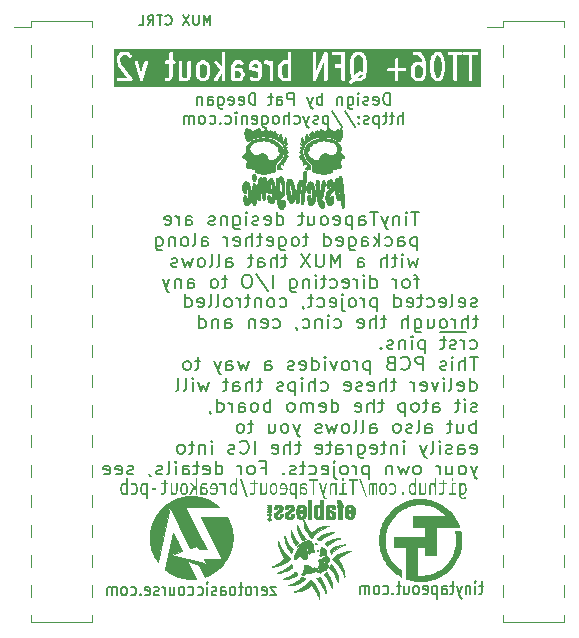
<source format=gbr>
%TF.GenerationSoftware,KiCad,Pcbnew,8.0.8-8.0.8-0~ubuntu22.04.1*%
%TF.CreationDate,2025-02-25T18:12:58-05:00*%
%TF.ProjectId,breakout-qfn,62726561-6b6f-4757-942d-71666e2e6b69,2.0*%
%TF.SameCoordinates,PX2b64660PY42c1d80*%
%TF.FileFunction,Legend,Bot*%
%TF.FilePolarity,Positive*%
%FSLAX46Y46*%
G04 Gerber Fmt 4.6, Leading zero omitted, Abs format (unit mm)*
G04 Created by KiCad (PCBNEW 8.0.8-8.0.8-0~ubuntu22.04.1) date 2025-02-25 18:12:58*
%MOMM*%
%LPD*%
G01*
G04 APERTURE LIST*
%ADD10C,0.127000*%
%ADD11C,0.140000*%
%ADD12C,0.180000*%
%ADD13C,0.091250*%
%ADD14C,0.300000*%
%ADD15C,0.120000*%
%ADD16C,0.007028*%
%ADD17C,0.000000*%
%ADD18C,0.010000*%
G04 APERTURE END LIST*
D10*
X63114067Y-18895491D02*
X63114067Y-18095491D01*
X63114067Y-18095491D02*
X62830733Y-18666919D01*
X62830733Y-18666919D02*
X62547400Y-18095491D01*
X62547400Y-18095491D02*
X62547400Y-18895491D01*
X62142638Y-18095491D02*
X62142638Y-18743110D01*
X62142638Y-18743110D02*
X62102161Y-18819300D01*
X62102161Y-18819300D02*
X62061685Y-18857396D01*
X62061685Y-18857396D02*
X61980733Y-18895491D01*
X61980733Y-18895491D02*
X61818828Y-18895491D01*
X61818828Y-18895491D02*
X61737876Y-18857396D01*
X61737876Y-18857396D02*
X61697399Y-18819300D01*
X61697399Y-18819300D02*
X61656923Y-18743110D01*
X61656923Y-18743110D02*
X61656923Y-18095491D01*
X61333114Y-18095491D02*
X60766447Y-18895491D01*
X60766447Y-18095491D02*
X61333114Y-18895491D01*
X59309304Y-18819300D02*
X59349780Y-18857396D01*
X59349780Y-18857396D02*
X59471209Y-18895491D01*
X59471209Y-18895491D02*
X59552161Y-18895491D01*
X59552161Y-18895491D02*
X59673590Y-18857396D01*
X59673590Y-18857396D02*
X59754542Y-18781205D01*
X59754542Y-18781205D02*
X59795019Y-18705015D01*
X59795019Y-18705015D02*
X59835495Y-18552634D01*
X59835495Y-18552634D02*
X59835495Y-18438348D01*
X59835495Y-18438348D02*
X59795019Y-18285967D01*
X59795019Y-18285967D02*
X59754542Y-18209776D01*
X59754542Y-18209776D02*
X59673590Y-18133586D01*
X59673590Y-18133586D02*
X59552161Y-18095491D01*
X59552161Y-18095491D02*
X59471209Y-18095491D01*
X59471209Y-18095491D02*
X59349780Y-18133586D01*
X59349780Y-18133586D02*
X59309304Y-18171681D01*
X59066447Y-18095491D02*
X58580733Y-18095491D01*
X58823590Y-18895491D02*
X58823590Y-18095491D01*
X57811685Y-18895491D02*
X58095019Y-18514538D01*
X58297400Y-18895491D02*
X58297400Y-18095491D01*
X58297400Y-18095491D02*
X57973590Y-18095491D01*
X57973590Y-18095491D02*
X57892638Y-18133586D01*
X57892638Y-18133586D02*
X57852161Y-18171681D01*
X57852161Y-18171681D02*
X57811685Y-18247872D01*
X57811685Y-18247872D02*
X57811685Y-18362157D01*
X57811685Y-18362157D02*
X57852161Y-18438348D01*
X57852161Y-18438348D02*
X57892638Y-18476443D01*
X57892638Y-18476443D02*
X57973590Y-18514538D01*
X57973590Y-18514538D02*
X58297400Y-18514538D01*
X57042638Y-18895491D02*
X57447400Y-18895491D01*
X57447400Y-18895491D02*
X57447400Y-18095491D01*
D11*
X80793609Y-34745286D02*
X80107895Y-34745286D01*
X80450752Y-35845286D02*
X80450752Y-34745286D01*
X79707894Y-35845286D02*
X79707894Y-35111953D01*
X79707894Y-34745286D02*
X79765037Y-34797667D01*
X79765037Y-34797667D02*
X79707894Y-34850048D01*
X79707894Y-34850048D02*
X79650751Y-34797667D01*
X79650751Y-34797667D02*
X79707894Y-34745286D01*
X79707894Y-34745286D02*
X79707894Y-34850048D01*
X79136465Y-35111953D02*
X79136465Y-35845286D01*
X79136465Y-35216715D02*
X79079322Y-35164334D01*
X79079322Y-35164334D02*
X78965037Y-35111953D01*
X78965037Y-35111953D02*
X78793608Y-35111953D01*
X78793608Y-35111953D02*
X78679322Y-35164334D01*
X78679322Y-35164334D02*
X78622180Y-35269096D01*
X78622180Y-35269096D02*
X78622180Y-35845286D01*
X78165037Y-35111953D02*
X77879323Y-35845286D01*
X77593608Y-35111953D02*
X77879323Y-35845286D01*
X77879323Y-35845286D02*
X77993608Y-36107191D01*
X77993608Y-36107191D02*
X78050751Y-36159572D01*
X78050751Y-36159572D02*
X78165037Y-36211953D01*
X77307894Y-34745286D02*
X76622180Y-34745286D01*
X76965037Y-35845286D02*
X76965037Y-34745286D01*
X75707894Y-35845286D02*
X75707894Y-35269096D01*
X75707894Y-35269096D02*
X75765036Y-35164334D01*
X75765036Y-35164334D02*
X75879322Y-35111953D01*
X75879322Y-35111953D02*
X76107894Y-35111953D01*
X76107894Y-35111953D02*
X76222179Y-35164334D01*
X75707894Y-35792906D02*
X75822179Y-35845286D01*
X75822179Y-35845286D02*
X76107894Y-35845286D01*
X76107894Y-35845286D02*
X76222179Y-35792906D01*
X76222179Y-35792906D02*
X76279322Y-35688144D01*
X76279322Y-35688144D02*
X76279322Y-35583382D01*
X76279322Y-35583382D02*
X76222179Y-35478620D01*
X76222179Y-35478620D02*
X76107894Y-35426239D01*
X76107894Y-35426239D02*
X75822179Y-35426239D01*
X75822179Y-35426239D02*
X75707894Y-35373858D01*
X75136465Y-35111953D02*
X75136465Y-36211953D01*
X75136465Y-35164334D02*
X75022180Y-35111953D01*
X75022180Y-35111953D02*
X74793608Y-35111953D01*
X74793608Y-35111953D02*
X74679322Y-35164334D01*
X74679322Y-35164334D02*
X74622180Y-35216715D01*
X74622180Y-35216715D02*
X74565037Y-35321477D01*
X74565037Y-35321477D02*
X74565037Y-35635763D01*
X74565037Y-35635763D02*
X74622180Y-35740525D01*
X74622180Y-35740525D02*
X74679322Y-35792906D01*
X74679322Y-35792906D02*
X74793608Y-35845286D01*
X74793608Y-35845286D02*
X75022180Y-35845286D01*
X75022180Y-35845286D02*
X75136465Y-35792906D01*
X73593608Y-35792906D02*
X73707894Y-35845286D01*
X73707894Y-35845286D02*
X73936466Y-35845286D01*
X73936466Y-35845286D02*
X74050751Y-35792906D01*
X74050751Y-35792906D02*
X74107894Y-35688144D01*
X74107894Y-35688144D02*
X74107894Y-35269096D01*
X74107894Y-35269096D02*
X74050751Y-35164334D01*
X74050751Y-35164334D02*
X73936466Y-35111953D01*
X73936466Y-35111953D02*
X73707894Y-35111953D01*
X73707894Y-35111953D02*
X73593608Y-35164334D01*
X73593608Y-35164334D02*
X73536466Y-35269096D01*
X73536466Y-35269096D02*
X73536466Y-35373858D01*
X73536466Y-35373858D02*
X74107894Y-35478620D01*
X72850752Y-35845286D02*
X72965037Y-35792906D01*
X72965037Y-35792906D02*
X73022180Y-35740525D01*
X73022180Y-35740525D02*
X73079323Y-35635763D01*
X73079323Y-35635763D02*
X73079323Y-35321477D01*
X73079323Y-35321477D02*
X73022180Y-35216715D01*
X73022180Y-35216715D02*
X72965037Y-35164334D01*
X72965037Y-35164334D02*
X72850752Y-35111953D01*
X72850752Y-35111953D02*
X72679323Y-35111953D01*
X72679323Y-35111953D02*
X72565037Y-35164334D01*
X72565037Y-35164334D02*
X72507895Y-35216715D01*
X72507895Y-35216715D02*
X72450752Y-35321477D01*
X72450752Y-35321477D02*
X72450752Y-35635763D01*
X72450752Y-35635763D02*
X72507895Y-35740525D01*
X72507895Y-35740525D02*
X72565037Y-35792906D01*
X72565037Y-35792906D02*
X72679323Y-35845286D01*
X72679323Y-35845286D02*
X72850752Y-35845286D01*
X71422181Y-35111953D02*
X71422181Y-35845286D01*
X71936466Y-35111953D02*
X71936466Y-35688144D01*
X71936466Y-35688144D02*
X71879323Y-35792906D01*
X71879323Y-35792906D02*
X71765038Y-35845286D01*
X71765038Y-35845286D02*
X71593609Y-35845286D01*
X71593609Y-35845286D02*
X71479323Y-35792906D01*
X71479323Y-35792906D02*
X71422181Y-35740525D01*
X71022181Y-35111953D02*
X70565038Y-35111953D01*
X70850752Y-34745286D02*
X70850752Y-35688144D01*
X70850752Y-35688144D02*
X70793609Y-35792906D01*
X70793609Y-35792906D02*
X70679324Y-35845286D01*
X70679324Y-35845286D02*
X70565038Y-35845286D01*
X68736467Y-35845286D02*
X68736467Y-34745286D01*
X68736467Y-35792906D02*
X68850752Y-35845286D01*
X68850752Y-35845286D02*
X69079324Y-35845286D01*
X69079324Y-35845286D02*
X69193609Y-35792906D01*
X69193609Y-35792906D02*
X69250752Y-35740525D01*
X69250752Y-35740525D02*
X69307895Y-35635763D01*
X69307895Y-35635763D02*
X69307895Y-35321477D01*
X69307895Y-35321477D02*
X69250752Y-35216715D01*
X69250752Y-35216715D02*
X69193609Y-35164334D01*
X69193609Y-35164334D02*
X69079324Y-35111953D01*
X69079324Y-35111953D02*
X68850752Y-35111953D01*
X68850752Y-35111953D02*
X68736467Y-35164334D01*
X67707895Y-35792906D02*
X67822181Y-35845286D01*
X67822181Y-35845286D02*
X68050753Y-35845286D01*
X68050753Y-35845286D02*
X68165038Y-35792906D01*
X68165038Y-35792906D02*
X68222181Y-35688144D01*
X68222181Y-35688144D02*
X68222181Y-35269096D01*
X68222181Y-35269096D02*
X68165038Y-35164334D01*
X68165038Y-35164334D02*
X68050753Y-35111953D01*
X68050753Y-35111953D02*
X67822181Y-35111953D01*
X67822181Y-35111953D02*
X67707895Y-35164334D01*
X67707895Y-35164334D02*
X67650753Y-35269096D01*
X67650753Y-35269096D02*
X67650753Y-35373858D01*
X67650753Y-35373858D02*
X68222181Y-35478620D01*
X67193610Y-35792906D02*
X67079324Y-35845286D01*
X67079324Y-35845286D02*
X66850753Y-35845286D01*
X66850753Y-35845286D02*
X66736467Y-35792906D01*
X66736467Y-35792906D02*
X66679324Y-35688144D01*
X66679324Y-35688144D02*
X66679324Y-35635763D01*
X66679324Y-35635763D02*
X66736467Y-35531001D01*
X66736467Y-35531001D02*
X66850753Y-35478620D01*
X66850753Y-35478620D02*
X67022182Y-35478620D01*
X67022182Y-35478620D02*
X67136467Y-35426239D01*
X67136467Y-35426239D02*
X67193610Y-35321477D01*
X67193610Y-35321477D02*
X67193610Y-35269096D01*
X67193610Y-35269096D02*
X67136467Y-35164334D01*
X67136467Y-35164334D02*
X67022182Y-35111953D01*
X67022182Y-35111953D02*
X66850753Y-35111953D01*
X66850753Y-35111953D02*
X66736467Y-35164334D01*
X66165038Y-35845286D02*
X66165038Y-35111953D01*
X66165038Y-34745286D02*
X66222181Y-34797667D01*
X66222181Y-34797667D02*
X66165038Y-34850048D01*
X66165038Y-34850048D02*
X66107895Y-34797667D01*
X66107895Y-34797667D02*
X66165038Y-34745286D01*
X66165038Y-34745286D02*
X66165038Y-34850048D01*
X65079324Y-35111953D02*
X65079324Y-36002429D01*
X65079324Y-36002429D02*
X65136466Y-36107191D01*
X65136466Y-36107191D02*
X65193609Y-36159572D01*
X65193609Y-36159572D02*
X65307895Y-36211953D01*
X65307895Y-36211953D02*
X65479324Y-36211953D01*
X65479324Y-36211953D02*
X65593609Y-36159572D01*
X65079324Y-35792906D02*
X65193609Y-35845286D01*
X65193609Y-35845286D02*
X65422181Y-35845286D01*
X65422181Y-35845286D02*
X65536466Y-35792906D01*
X65536466Y-35792906D02*
X65593609Y-35740525D01*
X65593609Y-35740525D02*
X65650752Y-35635763D01*
X65650752Y-35635763D02*
X65650752Y-35321477D01*
X65650752Y-35321477D02*
X65593609Y-35216715D01*
X65593609Y-35216715D02*
X65536466Y-35164334D01*
X65536466Y-35164334D02*
X65422181Y-35111953D01*
X65422181Y-35111953D02*
X65193609Y-35111953D01*
X65193609Y-35111953D02*
X65079324Y-35164334D01*
X64507895Y-35111953D02*
X64507895Y-35845286D01*
X64507895Y-35216715D02*
X64450752Y-35164334D01*
X64450752Y-35164334D02*
X64336467Y-35111953D01*
X64336467Y-35111953D02*
X64165038Y-35111953D01*
X64165038Y-35111953D02*
X64050752Y-35164334D01*
X64050752Y-35164334D02*
X63993610Y-35269096D01*
X63993610Y-35269096D02*
X63993610Y-35845286D01*
X63479324Y-35792906D02*
X63365038Y-35845286D01*
X63365038Y-35845286D02*
X63136467Y-35845286D01*
X63136467Y-35845286D02*
X63022181Y-35792906D01*
X63022181Y-35792906D02*
X62965038Y-35688144D01*
X62965038Y-35688144D02*
X62965038Y-35635763D01*
X62965038Y-35635763D02*
X63022181Y-35531001D01*
X63022181Y-35531001D02*
X63136467Y-35478620D01*
X63136467Y-35478620D02*
X63307896Y-35478620D01*
X63307896Y-35478620D02*
X63422181Y-35426239D01*
X63422181Y-35426239D02*
X63479324Y-35321477D01*
X63479324Y-35321477D02*
X63479324Y-35269096D01*
X63479324Y-35269096D02*
X63422181Y-35164334D01*
X63422181Y-35164334D02*
X63307896Y-35111953D01*
X63307896Y-35111953D02*
X63136467Y-35111953D01*
X63136467Y-35111953D02*
X63022181Y-35164334D01*
X61022181Y-35845286D02*
X61022181Y-35269096D01*
X61022181Y-35269096D02*
X61079323Y-35164334D01*
X61079323Y-35164334D02*
X61193609Y-35111953D01*
X61193609Y-35111953D02*
X61422181Y-35111953D01*
X61422181Y-35111953D02*
X61536466Y-35164334D01*
X61022181Y-35792906D02*
X61136466Y-35845286D01*
X61136466Y-35845286D02*
X61422181Y-35845286D01*
X61422181Y-35845286D02*
X61536466Y-35792906D01*
X61536466Y-35792906D02*
X61593609Y-35688144D01*
X61593609Y-35688144D02*
X61593609Y-35583382D01*
X61593609Y-35583382D02*
X61536466Y-35478620D01*
X61536466Y-35478620D02*
X61422181Y-35426239D01*
X61422181Y-35426239D02*
X61136466Y-35426239D01*
X61136466Y-35426239D02*
X61022181Y-35373858D01*
X60450752Y-35845286D02*
X60450752Y-35111953D01*
X60450752Y-35321477D02*
X60393609Y-35216715D01*
X60393609Y-35216715D02*
X60336467Y-35164334D01*
X60336467Y-35164334D02*
X60222181Y-35111953D01*
X60222181Y-35111953D02*
X60107895Y-35111953D01*
X59250752Y-35792906D02*
X59365038Y-35845286D01*
X59365038Y-35845286D02*
X59593610Y-35845286D01*
X59593610Y-35845286D02*
X59707895Y-35792906D01*
X59707895Y-35792906D02*
X59765038Y-35688144D01*
X59765038Y-35688144D02*
X59765038Y-35269096D01*
X59765038Y-35269096D02*
X59707895Y-35164334D01*
X59707895Y-35164334D02*
X59593610Y-35111953D01*
X59593610Y-35111953D02*
X59365038Y-35111953D01*
X59365038Y-35111953D02*
X59250752Y-35164334D01*
X59250752Y-35164334D02*
X59193610Y-35269096D01*
X59193610Y-35269096D02*
X59193610Y-35373858D01*
X59193610Y-35373858D02*
X59765038Y-35478620D01*
X80622180Y-36882891D02*
X80622180Y-37982891D01*
X80622180Y-36935272D02*
X80507895Y-36882891D01*
X80507895Y-36882891D02*
X80279323Y-36882891D01*
X80279323Y-36882891D02*
X80165037Y-36935272D01*
X80165037Y-36935272D02*
X80107895Y-36987653D01*
X80107895Y-36987653D02*
X80050752Y-37092415D01*
X80050752Y-37092415D02*
X80050752Y-37406701D01*
X80050752Y-37406701D02*
X80107895Y-37511463D01*
X80107895Y-37511463D02*
X80165037Y-37563844D01*
X80165037Y-37563844D02*
X80279323Y-37616224D01*
X80279323Y-37616224D02*
X80507895Y-37616224D01*
X80507895Y-37616224D02*
X80622180Y-37563844D01*
X79022181Y-37616224D02*
X79022181Y-37040034D01*
X79022181Y-37040034D02*
X79079323Y-36935272D01*
X79079323Y-36935272D02*
X79193609Y-36882891D01*
X79193609Y-36882891D02*
X79422181Y-36882891D01*
X79422181Y-36882891D02*
X79536466Y-36935272D01*
X79022181Y-37563844D02*
X79136466Y-37616224D01*
X79136466Y-37616224D02*
X79422181Y-37616224D01*
X79422181Y-37616224D02*
X79536466Y-37563844D01*
X79536466Y-37563844D02*
X79593609Y-37459082D01*
X79593609Y-37459082D02*
X79593609Y-37354320D01*
X79593609Y-37354320D02*
X79536466Y-37249558D01*
X79536466Y-37249558D02*
X79422181Y-37197177D01*
X79422181Y-37197177D02*
X79136466Y-37197177D01*
X79136466Y-37197177D02*
X79022181Y-37144796D01*
X77936467Y-37563844D02*
X78050752Y-37616224D01*
X78050752Y-37616224D02*
X78279324Y-37616224D01*
X78279324Y-37616224D02*
X78393609Y-37563844D01*
X78393609Y-37563844D02*
X78450752Y-37511463D01*
X78450752Y-37511463D02*
X78507895Y-37406701D01*
X78507895Y-37406701D02*
X78507895Y-37092415D01*
X78507895Y-37092415D02*
X78450752Y-36987653D01*
X78450752Y-36987653D02*
X78393609Y-36935272D01*
X78393609Y-36935272D02*
X78279324Y-36882891D01*
X78279324Y-36882891D02*
X78050752Y-36882891D01*
X78050752Y-36882891D02*
X77936467Y-36935272D01*
X77422181Y-37616224D02*
X77422181Y-36516224D01*
X77307896Y-37197177D02*
X76965038Y-37616224D01*
X76965038Y-36882891D02*
X77422181Y-37301939D01*
X75936467Y-37616224D02*
X75936467Y-37040034D01*
X75936467Y-37040034D02*
X75993609Y-36935272D01*
X75993609Y-36935272D02*
X76107895Y-36882891D01*
X76107895Y-36882891D02*
X76336467Y-36882891D01*
X76336467Y-36882891D02*
X76450752Y-36935272D01*
X75936467Y-37563844D02*
X76050752Y-37616224D01*
X76050752Y-37616224D02*
X76336467Y-37616224D01*
X76336467Y-37616224D02*
X76450752Y-37563844D01*
X76450752Y-37563844D02*
X76507895Y-37459082D01*
X76507895Y-37459082D02*
X76507895Y-37354320D01*
X76507895Y-37354320D02*
X76450752Y-37249558D01*
X76450752Y-37249558D02*
X76336467Y-37197177D01*
X76336467Y-37197177D02*
X76050752Y-37197177D01*
X76050752Y-37197177D02*
X75936467Y-37144796D01*
X74850753Y-36882891D02*
X74850753Y-37773367D01*
X74850753Y-37773367D02*
X74907895Y-37878129D01*
X74907895Y-37878129D02*
X74965038Y-37930510D01*
X74965038Y-37930510D02*
X75079324Y-37982891D01*
X75079324Y-37982891D02*
X75250753Y-37982891D01*
X75250753Y-37982891D02*
X75365038Y-37930510D01*
X74850753Y-37563844D02*
X74965038Y-37616224D01*
X74965038Y-37616224D02*
X75193610Y-37616224D01*
X75193610Y-37616224D02*
X75307895Y-37563844D01*
X75307895Y-37563844D02*
X75365038Y-37511463D01*
X75365038Y-37511463D02*
X75422181Y-37406701D01*
X75422181Y-37406701D02*
X75422181Y-37092415D01*
X75422181Y-37092415D02*
X75365038Y-36987653D01*
X75365038Y-36987653D02*
X75307895Y-36935272D01*
X75307895Y-36935272D02*
X75193610Y-36882891D01*
X75193610Y-36882891D02*
X74965038Y-36882891D01*
X74965038Y-36882891D02*
X74850753Y-36935272D01*
X73822181Y-37563844D02*
X73936467Y-37616224D01*
X73936467Y-37616224D02*
X74165039Y-37616224D01*
X74165039Y-37616224D02*
X74279324Y-37563844D01*
X74279324Y-37563844D02*
X74336467Y-37459082D01*
X74336467Y-37459082D02*
X74336467Y-37040034D01*
X74336467Y-37040034D02*
X74279324Y-36935272D01*
X74279324Y-36935272D02*
X74165039Y-36882891D01*
X74165039Y-36882891D02*
X73936467Y-36882891D01*
X73936467Y-36882891D02*
X73822181Y-36935272D01*
X73822181Y-36935272D02*
X73765039Y-37040034D01*
X73765039Y-37040034D02*
X73765039Y-37144796D01*
X73765039Y-37144796D02*
X74336467Y-37249558D01*
X72736468Y-37616224D02*
X72736468Y-36516224D01*
X72736468Y-37563844D02*
X72850753Y-37616224D01*
X72850753Y-37616224D02*
X73079325Y-37616224D01*
X73079325Y-37616224D02*
X73193610Y-37563844D01*
X73193610Y-37563844D02*
X73250753Y-37511463D01*
X73250753Y-37511463D02*
X73307896Y-37406701D01*
X73307896Y-37406701D02*
X73307896Y-37092415D01*
X73307896Y-37092415D02*
X73250753Y-36987653D01*
X73250753Y-36987653D02*
X73193610Y-36935272D01*
X73193610Y-36935272D02*
X73079325Y-36882891D01*
X73079325Y-36882891D02*
X72850753Y-36882891D01*
X72850753Y-36882891D02*
X72736468Y-36935272D01*
X71422182Y-36882891D02*
X70965039Y-36882891D01*
X71250753Y-36516224D02*
X71250753Y-37459082D01*
X71250753Y-37459082D02*
X71193610Y-37563844D01*
X71193610Y-37563844D02*
X71079325Y-37616224D01*
X71079325Y-37616224D02*
X70965039Y-37616224D01*
X70393611Y-37616224D02*
X70507896Y-37563844D01*
X70507896Y-37563844D02*
X70565039Y-37511463D01*
X70565039Y-37511463D02*
X70622182Y-37406701D01*
X70622182Y-37406701D02*
X70622182Y-37092415D01*
X70622182Y-37092415D02*
X70565039Y-36987653D01*
X70565039Y-36987653D02*
X70507896Y-36935272D01*
X70507896Y-36935272D02*
X70393611Y-36882891D01*
X70393611Y-36882891D02*
X70222182Y-36882891D01*
X70222182Y-36882891D02*
X70107896Y-36935272D01*
X70107896Y-36935272D02*
X70050754Y-36987653D01*
X70050754Y-36987653D02*
X69993611Y-37092415D01*
X69993611Y-37092415D02*
X69993611Y-37406701D01*
X69993611Y-37406701D02*
X70050754Y-37511463D01*
X70050754Y-37511463D02*
X70107896Y-37563844D01*
X70107896Y-37563844D02*
X70222182Y-37616224D01*
X70222182Y-37616224D02*
X70393611Y-37616224D01*
X68965040Y-36882891D02*
X68965040Y-37773367D01*
X68965040Y-37773367D02*
X69022182Y-37878129D01*
X69022182Y-37878129D02*
X69079325Y-37930510D01*
X69079325Y-37930510D02*
X69193611Y-37982891D01*
X69193611Y-37982891D02*
X69365040Y-37982891D01*
X69365040Y-37982891D02*
X69479325Y-37930510D01*
X68965040Y-37563844D02*
X69079325Y-37616224D01*
X69079325Y-37616224D02*
X69307897Y-37616224D01*
X69307897Y-37616224D02*
X69422182Y-37563844D01*
X69422182Y-37563844D02*
X69479325Y-37511463D01*
X69479325Y-37511463D02*
X69536468Y-37406701D01*
X69536468Y-37406701D02*
X69536468Y-37092415D01*
X69536468Y-37092415D02*
X69479325Y-36987653D01*
X69479325Y-36987653D02*
X69422182Y-36935272D01*
X69422182Y-36935272D02*
X69307897Y-36882891D01*
X69307897Y-36882891D02*
X69079325Y-36882891D01*
X69079325Y-36882891D02*
X68965040Y-36935272D01*
X67936468Y-37563844D02*
X68050754Y-37616224D01*
X68050754Y-37616224D02*
X68279326Y-37616224D01*
X68279326Y-37616224D02*
X68393611Y-37563844D01*
X68393611Y-37563844D02*
X68450754Y-37459082D01*
X68450754Y-37459082D02*
X68450754Y-37040034D01*
X68450754Y-37040034D02*
X68393611Y-36935272D01*
X68393611Y-36935272D02*
X68279326Y-36882891D01*
X68279326Y-36882891D02*
X68050754Y-36882891D01*
X68050754Y-36882891D02*
X67936468Y-36935272D01*
X67936468Y-36935272D02*
X67879326Y-37040034D01*
X67879326Y-37040034D02*
X67879326Y-37144796D01*
X67879326Y-37144796D02*
X68450754Y-37249558D01*
X67536469Y-36882891D02*
X67079326Y-36882891D01*
X67365040Y-36516224D02*
X67365040Y-37459082D01*
X67365040Y-37459082D02*
X67307897Y-37563844D01*
X67307897Y-37563844D02*
X67193612Y-37616224D01*
X67193612Y-37616224D02*
X67079326Y-37616224D01*
X66679326Y-37616224D02*
X66679326Y-36516224D01*
X66165041Y-37616224D02*
X66165041Y-37040034D01*
X66165041Y-37040034D02*
X66222183Y-36935272D01*
X66222183Y-36935272D02*
X66336469Y-36882891D01*
X66336469Y-36882891D02*
X66507898Y-36882891D01*
X66507898Y-36882891D02*
X66622183Y-36935272D01*
X66622183Y-36935272D02*
X66679326Y-36987653D01*
X65136469Y-37563844D02*
X65250755Y-37616224D01*
X65250755Y-37616224D02*
X65479327Y-37616224D01*
X65479327Y-37616224D02*
X65593612Y-37563844D01*
X65593612Y-37563844D02*
X65650755Y-37459082D01*
X65650755Y-37459082D02*
X65650755Y-37040034D01*
X65650755Y-37040034D02*
X65593612Y-36935272D01*
X65593612Y-36935272D02*
X65479327Y-36882891D01*
X65479327Y-36882891D02*
X65250755Y-36882891D01*
X65250755Y-36882891D02*
X65136469Y-36935272D01*
X65136469Y-36935272D02*
X65079327Y-37040034D01*
X65079327Y-37040034D02*
X65079327Y-37144796D01*
X65079327Y-37144796D02*
X65650755Y-37249558D01*
X64565041Y-37616224D02*
X64565041Y-36882891D01*
X64565041Y-37092415D02*
X64507898Y-36987653D01*
X64507898Y-36987653D02*
X64450756Y-36935272D01*
X64450756Y-36935272D02*
X64336470Y-36882891D01*
X64336470Y-36882891D02*
X64222184Y-36882891D01*
X62393613Y-37616224D02*
X62393613Y-37040034D01*
X62393613Y-37040034D02*
X62450755Y-36935272D01*
X62450755Y-36935272D02*
X62565041Y-36882891D01*
X62565041Y-36882891D02*
X62793613Y-36882891D01*
X62793613Y-36882891D02*
X62907898Y-36935272D01*
X62393613Y-37563844D02*
X62507898Y-37616224D01*
X62507898Y-37616224D02*
X62793613Y-37616224D01*
X62793613Y-37616224D02*
X62907898Y-37563844D01*
X62907898Y-37563844D02*
X62965041Y-37459082D01*
X62965041Y-37459082D02*
X62965041Y-37354320D01*
X62965041Y-37354320D02*
X62907898Y-37249558D01*
X62907898Y-37249558D02*
X62793613Y-37197177D01*
X62793613Y-37197177D02*
X62507898Y-37197177D01*
X62507898Y-37197177D02*
X62393613Y-37144796D01*
X61650756Y-37616224D02*
X61765041Y-37563844D01*
X61765041Y-37563844D02*
X61822184Y-37459082D01*
X61822184Y-37459082D02*
X61822184Y-36516224D01*
X61022185Y-37616224D02*
X61136470Y-37563844D01*
X61136470Y-37563844D02*
X61193613Y-37511463D01*
X61193613Y-37511463D02*
X61250756Y-37406701D01*
X61250756Y-37406701D02*
X61250756Y-37092415D01*
X61250756Y-37092415D02*
X61193613Y-36987653D01*
X61193613Y-36987653D02*
X61136470Y-36935272D01*
X61136470Y-36935272D02*
X61022185Y-36882891D01*
X61022185Y-36882891D02*
X60850756Y-36882891D01*
X60850756Y-36882891D02*
X60736470Y-36935272D01*
X60736470Y-36935272D02*
X60679328Y-36987653D01*
X60679328Y-36987653D02*
X60622185Y-37092415D01*
X60622185Y-37092415D02*
X60622185Y-37406701D01*
X60622185Y-37406701D02*
X60679328Y-37511463D01*
X60679328Y-37511463D02*
X60736470Y-37563844D01*
X60736470Y-37563844D02*
X60850756Y-37616224D01*
X60850756Y-37616224D02*
X61022185Y-37616224D01*
X60107899Y-36882891D02*
X60107899Y-37616224D01*
X60107899Y-36987653D02*
X60050756Y-36935272D01*
X60050756Y-36935272D02*
X59936471Y-36882891D01*
X59936471Y-36882891D02*
X59765042Y-36882891D01*
X59765042Y-36882891D02*
X59650756Y-36935272D01*
X59650756Y-36935272D02*
X59593614Y-37040034D01*
X59593614Y-37040034D02*
X59593614Y-37616224D01*
X58507900Y-36882891D02*
X58507900Y-37773367D01*
X58507900Y-37773367D02*
X58565042Y-37878129D01*
X58565042Y-37878129D02*
X58622185Y-37930510D01*
X58622185Y-37930510D02*
X58736471Y-37982891D01*
X58736471Y-37982891D02*
X58907900Y-37982891D01*
X58907900Y-37982891D02*
X59022185Y-37930510D01*
X58507900Y-37563844D02*
X58622185Y-37616224D01*
X58622185Y-37616224D02*
X58850757Y-37616224D01*
X58850757Y-37616224D02*
X58965042Y-37563844D01*
X58965042Y-37563844D02*
X59022185Y-37511463D01*
X59022185Y-37511463D02*
X59079328Y-37406701D01*
X59079328Y-37406701D02*
X59079328Y-37092415D01*
X59079328Y-37092415D02*
X59022185Y-36987653D01*
X59022185Y-36987653D02*
X58965042Y-36935272D01*
X58965042Y-36935272D02*
X58850757Y-36882891D01*
X58850757Y-36882891D02*
X58622185Y-36882891D01*
X58622185Y-36882891D02*
X58507900Y-36935272D01*
X80736466Y-38653829D02*
X80507895Y-39387162D01*
X80507895Y-39387162D02*
X80279323Y-38863353D01*
X80279323Y-38863353D02*
X80050752Y-39387162D01*
X80050752Y-39387162D02*
X79822180Y-38653829D01*
X79365037Y-39387162D02*
X79365037Y-38653829D01*
X79365037Y-38287162D02*
X79422180Y-38339543D01*
X79422180Y-38339543D02*
X79365037Y-38391924D01*
X79365037Y-38391924D02*
X79307894Y-38339543D01*
X79307894Y-38339543D02*
X79365037Y-38287162D01*
X79365037Y-38287162D02*
X79365037Y-38391924D01*
X78965037Y-38653829D02*
X78507894Y-38653829D01*
X78793608Y-38287162D02*
X78793608Y-39230020D01*
X78793608Y-39230020D02*
X78736465Y-39334782D01*
X78736465Y-39334782D02*
X78622180Y-39387162D01*
X78622180Y-39387162D02*
X78507894Y-39387162D01*
X78107894Y-39387162D02*
X78107894Y-38287162D01*
X77593609Y-39387162D02*
X77593609Y-38810972D01*
X77593609Y-38810972D02*
X77650751Y-38706210D01*
X77650751Y-38706210D02*
X77765037Y-38653829D01*
X77765037Y-38653829D02*
X77936466Y-38653829D01*
X77936466Y-38653829D02*
X78050751Y-38706210D01*
X78050751Y-38706210D02*
X78107894Y-38758591D01*
X75593609Y-39387162D02*
X75593609Y-38810972D01*
X75593609Y-38810972D02*
X75650751Y-38706210D01*
X75650751Y-38706210D02*
X75765037Y-38653829D01*
X75765037Y-38653829D02*
X75993609Y-38653829D01*
X75993609Y-38653829D02*
X76107894Y-38706210D01*
X75593609Y-39334782D02*
X75707894Y-39387162D01*
X75707894Y-39387162D02*
X75993609Y-39387162D01*
X75993609Y-39387162D02*
X76107894Y-39334782D01*
X76107894Y-39334782D02*
X76165037Y-39230020D01*
X76165037Y-39230020D02*
X76165037Y-39125258D01*
X76165037Y-39125258D02*
X76107894Y-39020496D01*
X76107894Y-39020496D02*
X75993609Y-38968115D01*
X75993609Y-38968115D02*
X75707894Y-38968115D01*
X75707894Y-38968115D02*
X75593609Y-38915734D01*
X74107894Y-39387162D02*
X74107894Y-38287162D01*
X74107894Y-38287162D02*
X73707894Y-39072877D01*
X73707894Y-39072877D02*
X73307894Y-38287162D01*
X73307894Y-38287162D02*
X73307894Y-39387162D01*
X72736465Y-38287162D02*
X72736465Y-39177639D01*
X72736465Y-39177639D02*
X72679322Y-39282401D01*
X72679322Y-39282401D02*
X72622180Y-39334782D01*
X72622180Y-39334782D02*
X72507894Y-39387162D01*
X72507894Y-39387162D02*
X72279322Y-39387162D01*
X72279322Y-39387162D02*
X72165037Y-39334782D01*
X72165037Y-39334782D02*
X72107894Y-39282401D01*
X72107894Y-39282401D02*
X72050751Y-39177639D01*
X72050751Y-39177639D02*
X72050751Y-38287162D01*
X71593608Y-38287162D02*
X70793608Y-39387162D01*
X70793608Y-38287162D02*
X71593608Y-39387162D01*
X69593608Y-38653829D02*
X69136465Y-38653829D01*
X69422179Y-38287162D02*
X69422179Y-39230020D01*
X69422179Y-39230020D02*
X69365036Y-39334782D01*
X69365036Y-39334782D02*
X69250751Y-39387162D01*
X69250751Y-39387162D02*
X69136465Y-39387162D01*
X68736465Y-39387162D02*
X68736465Y-38287162D01*
X68222180Y-39387162D02*
X68222180Y-38810972D01*
X68222180Y-38810972D02*
X68279322Y-38706210D01*
X68279322Y-38706210D02*
X68393608Y-38653829D01*
X68393608Y-38653829D02*
X68565037Y-38653829D01*
X68565037Y-38653829D02*
X68679322Y-38706210D01*
X68679322Y-38706210D02*
X68736465Y-38758591D01*
X67136466Y-39387162D02*
X67136466Y-38810972D01*
X67136466Y-38810972D02*
X67193608Y-38706210D01*
X67193608Y-38706210D02*
X67307894Y-38653829D01*
X67307894Y-38653829D02*
X67536466Y-38653829D01*
X67536466Y-38653829D02*
X67650751Y-38706210D01*
X67136466Y-39334782D02*
X67250751Y-39387162D01*
X67250751Y-39387162D02*
X67536466Y-39387162D01*
X67536466Y-39387162D02*
X67650751Y-39334782D01*
X67650751Y-39334782D02*
X67707894Y-39230020D01*
X67707894Y-39230020D02*
X67707894Y-39125258D01*
X67707894Y-39125258D02*
X67650751Y-39020496D01*
X67650751Y-39020496D02*
X67536466Y-38968115D01*
X67536466Y-38968115D02*
X67250751Y-38968115D01*
X67250751Y-38968115D02*
X67136466Y-38915734D01*
X66736466Y-38653829D02*
X66279323Y-38653829D01*
X66565037Y-38287162D02*
X66565037Y-39230020D01*
X66565037Y-39230020D02*
X66507894Y-39334782D01*
X66507894Y-39334782D02*
X66393609Y-39387162D01*
X66393609Y-39387162D02*
X66279323Y-39387162D01*
X64450752Y-39387162D02*
X64450752Y-38810972D01*
X64450752Y-38810972D02*
X64507894Y-38706210D01*
X64507894Y-38706210D02*
X64622180Y-38653829D01*
X64622180Y-38653829D02*
X64850752Y-38653829D01*
X64850752Y-38653829D02*
X64965037Y-38706210D01*
X64450752Y-39334782D02*
X64565037Y-39387162D01*
X64565037Y-39387162D02*
X64850752Y-39387162D01*
X64850752Y-39387162D02*
X64965037Y-39334782D01*
X64965037Y-39334782D02*
X65022180Y-39230020D01*
X65022180Y-39230020D02*
X65022180Y-39125258D01*
X65022180Y-39125258D02*
X64965037Y-39020496D01*
X64965037Y-39020496D02*
X64850752Y-38968115D01*
X64850752Y-38968115D02*
X64565037Y-38968115D01*
X64565037Y-38968115D02*
X64450752Y-38915734D01*
X63707895Y-39387162D02*
X63822180Y-39334782D01*
X63822180Y-39334782D02*
X63879323Y-39230020D01*
X63879323Y-39230020D02*
X63879323Y-38287162D01*
X63079324Y-39387162D02*
X63193609Y-39334782D01*
X63193609Y-39334782D02*
X63250752Y-39230020D01*
X63250752Y-39230020D02*
X63250752Y-38287162D01*
X62450753Y-39387162D02*
X62565038Y-39334782D01*
X62565038Y-39334782D02*
X62622181Y-39282401D01*
X62622181Y-39282401D02*
X62679324Y-39177639D01*
X62679324Y-39177639D02*
X62679324Y-38863353D01*
X62679324Y-38863353D02*
X62622181Y-38758591D01*
X62622181Y-38758591D02*
X62565038Y-38706210D01*
X62565038Y-38706210D02*
X62450753Y-38653829D01*
X62450753Y-38653829D02*
X62279324Y-38653829D01*
X62279324Y-38653829D02*
X62165038Y-38706210D01*
X62165038Y-38706210D02*
X62107896Y-38758591D01*
X62107896Y-38758591D02*
X62050753Y-38863353D01*
X62050753Y-38863353D02*
X62050753Y-39177639D01*
X62050753Y-39177639D02*
X62107896Y-39282401D01*
X62107896Y-39282401D02*
X62165038Y-39334782D01*
X62165038Y-39334782D02*
X62279324Y-39387162D01*
X62279324Y-39387162D02*
X62450753Y-39387162D01*
X61650753Y-38653829D02*
X61422182Y-39387162D01*
X61422182Y-39387162D02*
X61193610Y-38863353D01*
X61193610Y-38863353D02*
X60965039Y-39387162D01*
X60965039Y-39387162D02*
X60736467Y-38653829D01*
X60336467Y-39334782D02*
X60222181Y-39387162D01*
X60222181Y-39387162D02*
X59993610Y-39387162D01*
X59993610Y-39387162D02*
X59879324Y-39334782D01*
X59879324Y-39334782D02*
X59822181Y-39230020D01*
X59822181Y-39230020D02*
X59822181Y-39177639D01*
X59822181Y-39177639D02*
X59879324Y-39072877D01*
X59879324Y-39072877D02*
X59993610Y-39020496D01*
X59993610Y-39020496D02*
X60165039Y-39020496D01*
X60165039Y-39020496D02*
X60279324Y-38968115D01*
X60279324Y-38968115D02*
X60336467Y-38863353D01*
X60336467Y-38863353D02*
X60336467Y-38810972D01*
X60336467Y-38810972D02*
X60279324Y-38706210D01*
X60279324Y-38706210D02*
X60165039Y-38653829D01*
X60165039Y-38653829D02*
X59993610Y-38653829D01*
X59993610Y-38653829D02*
X59879324Y-38706210D01*
X80793609Y-40424767D02*
X80336466Y-40424767D01*
X80622180Y-41158100D02*
X80622180Y-40215243D01*
X80622180Y-40215243D02*
X80565037Y-40110481D01*
X80565037Y-40110481D02*
X80450752Y-40058100D01*
X80450752Y-40058100D02*
X80336466Y-40058100D01*
X79765038Y-41158100D02*
X79879323Y-41105720D01*
X79879323Y-41105720D02*
X79936466Y-41053339D01*
X79936466Y-41053339D02*
X79993609Y-40948577D01*
X79993609Y-40948577D02*
X79993609Y-40634291D01*
X79993609Y-40634291D02*
X79936466Y-40529529D01*
X79936466Y-40529529D02*
X79879323Y-40477148D01*
X79879323Y-40477148D02*
X79765038Y-40424767D01*
X79765038Y-40424767D02*
X79593609Y-40424767D01*
X79593609Y-40424767D02*
X79479323Y-40477148D01*
X79479323Y-40477148D02*
X79422181Y-40529529D01*
X79422181Y-40529529D02*
X79365038Y-40634291D01*
X79365038Y-40634291D02*
X79365038Y-40948577D01*
X79365038Y-40948577D02*
X79422181Y-41053339D01*
X79422181Y-41053339D02*
X79479323Y-41105720D01*
X79479323Y-41105720D02*
X79593609Y-41158100D01*
X79593609Y-41158100D02*
X79765038Y-41158100D01*
X78850752Y-41158100D02*
X78850752Y-40424767D01*
X78850752Y-40634291D02*
X78793609Y-40529529D01*
X78793609Y-40529529D02*
X78736467Y-40477148D01*
X78736467Y-40477148D02*
X78622181Y-40424767D01*
X78622181Y-40424767D02*
X78507895Y-40424767D01*
X76679324Y-41158100D02*
X76679324Y-40058100D01*
X76679324Y-41105720D02*
X76793609Y-41158100D01*
X76793609Y-41158100D02*
X77022181Y-41158100D01*
X77022181Y-41158100D02*
X77136466Y-41105720D01*
X77136466Y-41105720D02*
X77193609Y-41053339D01*
X77193609Y-41053339D02*
X77250752Y-40948577D01*
X77250752Y-40948577D02*
X77250752Y-40634291D01*
X77250752Y-40634291D02*
X77193609Y-40529529D01*
X77193609Y-40529529D02*
X77136466Y-40477148D01*
X77136466Y-40477148D02*
X77022181Y-40424767D01*
X77022181Y-40424767D02*
X76793609Y-40424767D01*
X76793609Y-40424767D02*
X76679324Y-40477148D01*
X76107895Y-41158100D02*
X76107895Y-40424767D01*
X76107895Y-40058100D02*
X76165038Y-40110481D01*
X76165038Y-40110481D02*
X76107895Y-40162862D01*
X76107895Y-40162862D02*
X76050752Y-40110481D01*
X76050752Y-40110481D02*
X76107895Y-40058100D01*
X76107895Y-40058100D02*
X76107895Y-40162862D01*
X75536466Y-41158100D02*
X75536466Y-40424767D01*
X75536466Y-40634291D02*
X75479323Y-40529529D01*
X75479323Y-40529529D02*
X75422181Y-40477148D01*
X75422181Y-40477148D02*
X75307895Y-40424767D01*
X75307895Y-40424767D02*
X75193609Y-40424767D01*
X74336466Y-41105720D02*
X74450752Y-41158100D01*
X74450752Y-41158100D02*
X74679324Y-41158100D01*
X74679324Y-41158100D02*
X74793609Y-41105720D01*
X74793609Y-41105720D02*
X74850752Y-41000958D01*
X74850752Y-41000958D02*
X74850752Y-40581910D01*
X74850752Y-40581910D02*
X74793609Y-40477148D01*
X74793609Y-40477148D02*
X74679324Y-40424767D01*
X74679324Y-40424767D02*
X74450752Y-40424767D01*
X74450752Y-40424767D02*
X74336466Y-40477148D01*
X74336466Y-40477148D02*
X74279324Y-40581910D01*
X74279324Y-40581910D02*
X74279324Y-40686672D01*
X74279324Y-40686672D02*
X74850752Y-40791434D01*
X73250753Y-41105720D02*
X73365038Y-41158100D01*
X73365038Y-41158100D02*
X73593610Y-41158100D01*
X73593610Y-41158100D02*
X73707895Y-41105720D01*
X73707895Y-41105720D02*
X73765038Y-41053339D01*
X73765038Y-41053339D02*
X73822181Y-40948577D01*
X73822181Y-40948577D02*
X73822181Y-40634291D01*
X73822181Y-40634291D02*
X73765038Y-40529529D01*
X73765038Y-40529529D02*
X73707895Y-40477148D01*
X73707895Y-40477148D02*
X73593610Y-40424767D01*
X73593610Y-40424767D02*
X73365038Y-40424767D01*
X73365038Y-40424767D02*
X73250753Y-40477148D01*
X72907896Y-40424767D02*
X72450753Y-40424767D01*
X72736467Y-40058100D02*
X72736467Y-41000958D01*
X72736467Y-41000958D02*
X72679324Y-41105720D01*
X72679324Y-41105720D02*
X72565039Y-41158100D01*
X72565039Y-41158100D02*
X72450753Y-41158100D01*
X72050753Y-41158100D02*
X72050753Y-40424767D01*
X72050753Y-40058100D02*
X72107896Y-40110481D01*
X72107896Y-40110481D02*
X72050753Y-40162862D01*
X72050753Y-40162862D02*
X71993610Y-40110481D01*
X71993610Y-40110481D02*
X72050753Y-40058100D01*
X72050753Y-40058100D02*
X72050753Y-40162862D01*
X71479324Y-40424767D02*
X71479324Y-41158100D01*
X71479324Y-40529529D02*
X71422181Y-40477148D01*
X71422181Y-40477148D02*
X71307896Y-40424767D01*
X71307896Y-40424767D02*
X71136467Y-40424767D01*
X71136467Y-40424767D02*
X71022181Y-40477148D01*
X71022181Y-40477148D02*
X70965039Y-40581910D01*
X70965039Y-40581910D02*
X70965039Y-41158100D01*
X69879325Y-40424767D02*
X69879325Y-41315243D01*
X69879325Y-41315243D02*
X69936467Y-41420005D01*
X69936467Y-41420005D02*
X69993610Y-41472386D01*
X69993610Y-41472386D02*
X70107896Y-41524767D01*
X70107896Y-41524767D02*
X70279325Y-41524767D01*
X70279325Y-41524767D02*
X70393610Y-41472386D01*
X69879325Y-41105720D02*
X69993610Y-41158100D01*
X69993610Y-41158100D02*
X70222182Y-41158100D01*
X70222182Y-41158100D02*
X70336467Y-41105720D01*
X70336467Y-41105720D02*
X70393610Y-41053339D01*
X70393610Y-41053339D02*
X70450753Y-40948577D01*
X70450753Y-40948577D02*
X70450753Y-40634291D01*
X70450753Y-40634291D02*
X70393610Y-40529529D01*
X70393610Y-40529529D02*
X70336467Y-40477148D01*
X70336467Y-40477148D02*
X70222182Y-40424767D01*
X70222182Y-40424767D02*
X69993610Y-40424767D01*
X69993610Y-40424767D02*
X69879325Y-40477148D01*
X68393610Y-41158100D02*
X68393610Y-40058100D01*
X66965038Y-40005720D02*
X67993610Y-41420005D01*
X66336467Y-40058100D02*
X66107895Y-40058100D01*
X66107895Y-40058100D02*
X65993610Y-40110481D01*
X65993610Y-40110481D02*
X65879324Y-40215243D01*
X65879324Y-40215243D02*
X65822181Y-40424767D01*
X65822181Y-40424767D02*
X65822181Y-40791434D01*
X65822181Y-40791434D02*
X65879324Y-41000958D01*
X65879324Y-41000958D02*
X65993610Y-41105720D01*
X65993610Y-41105720D02*
X66107895Y-41158100D01*
X66107895Y-41158100D02*
X66336467Y-41158100D01*
X66336467Y-41158100D02*
X66450753Y-41105720D01*
X66450753Y-41105720D02*
X66565038Y-41000958D01*
X66565038Y-41000958D02*
X66622181Y-40791434D01*
X66622181Y-40791434D02*
X66622181Y-40424767D01*
X66622181Y-40424767D02*
X66565038Y-40215243D01*
X66565038Y-40215243D02*
X66450753Y-40110481D01*
X66450753Y-40110481D02*
X66336467Y-40058100D01*
X64565038Y-40424767D02*
X64107895Y-40424767D01*
X64393609Y-40058100D02*
X64393609Y-41000958D01*
X64393609Y-41000958D02*
X64336466Y-41105720D01*
X64336466Y-41105720D02*
X64222181Y-41158100D01*
X64222181Y-41158100D02*
X64107895Y-41158100D01*
X63536467Y-41158100D02*
X63650752Y-41105720D01*
X63650752Y-41105720D02*
X63707895Y-41053339D01*
X63707895Y-41053339D02*
X63765038Y-40948577D01*
X63765038Y-40948577D02*
X63765038Y-40634291D01*
X63765038Y-40634291D02*
X63707895Y-40529529D01*
X63707895Y-40529529D02*
X63650752Y-40477148D01*
X63650752Y-40477148D02*
X63536467Y-40424767D01*
X63536467Y-40424767D02*
X63365038Y-40424767D01*
X63365038Y-40424767D02*
X63250752Y-40477148D01*
X63250752Y-40477148D02*
X63193610Y-40529529D01*
X63193610Y-40529529D02*
X63136467Y-40634291D01*
X63136467Y-40634291D02*
X63136467Y-40948577D01*
X63136467Y-40948577D02*
X63193610Y-41053339D01*
X63193610Y-41053339D02*
X63250752Y-41105720D01*
X63250752Y-41105720D02*
X63365038Y-41158100D01*
X63365038Y-41158100D02*
X63536467Y-41158100D01*
X61193610Y-41158100D02*
X61193610Y-40581910D01*
X61193610Y-40581910D02*
X61250752Y-40477148D01*
X61250752Y-40477148D02*
X61365038Y-40424767D01*
X61365038Y-40424767D02*
X61593610Y-40424767D01*
X61593610Y-40424767D02*
X61707895Y-40477148D01*
X61193610Y-41105720D02*
X61307895Y-41158100D01*
X61307895Y-41158100D02*
X61593610Y-41158100D01*
X61593610Y-41158100D02*
X61707895Y-41105720D01*
X61707895Y-41105720D02*
X61765038Y-41000958D01*
X61765038Y-41000958D02*
X61765038Y-40896196D01*
X61765038Y-40896196D02*
X61707895Y-40791434D01*
X61707895Y-40791434D02*
X61593610Y-40739053D01*
X61593610Y-40739053D02*
X61307895Y-40739053D01*
X61307895Y-40739053D02*
X61193610Y-40686672D01*
X60622181Y-40424767D02*
X60622181Y-41158100D01*
X60622181Y-40529529D02*
X60565038Y-40477148D01*
X60565038Y-40477148D02*
X60450753Y-40424767D01*
X60450753Y-40424767D02*
X60279324Y-40424767D01*
X60279324Y-40424767D02*
X60165038Y-40477148D01*
X60165038Y-40477148D02*
X60107896Y-40581910D01*
X60107896Y-40581910D02*
X60107896Y-41158100D01*
X59650753Y-40424767D02*
X59365039Y-41158100D01*
X59079324Y-40424767D02*
X59365039Y-41158100D01*
X59365039Y-41158100D02*
X59479324Y-41420005D01*
X59479324Y-41420005D02*
X59536467Y-41472386D01*
X59536467Y-41472386D02*
X59650753Y-41524767D01*
X85679323Y-42738216D02*
X85565037Y-42790596D01*
X85565037Y-42790596D02*
X85336466Y-42790596D01*
X85336466Y-42790596D02*
X85222180Y-42738216D01*
X85222180Y-42738216D02*
X85165037Y-42633454D01*
X85165037Y-42633454D02*
X85165037Y-42581073D01*
X85165037Y-42581073D02*
X85222180Y-42476311D01*
X85222180Y-42476311D02*
X85336466Y-42423930D01*
X85336466Y-42423930D02*
X85507895Y-42423930D01*
X85507895Y-42423930D02*
X85622180Y-42371549D01*
X85622180Y-42371549D02*
X85679323Y-42266787D01*
X85679323Y-42266787D02*
X85679323Y-42214406D01*
X85679323Y-42214406D02*
X85622180Y-42109644D01*
X85622180Y-42109644D02*
X85507895Y-42057263D01*
X85507895Y-42057263D02*
X85336466Y-42057263D01*
X85336466Y-42057263D02*
X85222180Y-42109644D01*
X84193608Y-42738216D02*
X84307894Y-42790596D01*
X84307894Y-42790596D02*
X84536466Y-42790596D01*
X84536466Y-42790596D02*
X84650751Y-42738216D01*
X84650751Y-42738216D02*
X84707894Y-42633454D01*
X84707894Y-42633454D02*
X84707894Y-42214406D01*
X84707894Y-42214406D02*
X84650751Y-42109644D01*
X84650751Y-42109644D02*
X84536466Y-42057263D01*
X84536466Y-42057263D02*
X84307894Y-42057263D01*
X84307894Y-42057263D02*
X84193608Y-42109644D01*
X84193608Y-42109644D02*
X84136466Y-42214406D01*
X84136466Y-42214406D02*
X84136466Y-42319168D01*
X84136466Y-42319168D02*
X84707894Y-42423930D01*
X83450752Y-42790596D02*
X83565037Y-42738216D01*
X83565037Y-42738216D02*
X83622180Y-42633454D01*
X83622180Y-42633454D02*
X83622180Y-41690596D01*
X82536466Y-42738216D02*
X82650752Y-42790596D01*
X82650752Y-42790596D02*
X82879324Y-42790596D01*
X82879324Y-42790596D02*
X82993609Y-42738216D01*
X82993609Y-42738216D02*
X83050752Y-42633454D01*
X83050752Y-42633454D02*
X83050752Y-42214406D01*
X83050752Y-42214406D02*
X82993609Y-42109644D01*
X82993609Y-42109644D02*
X82879324Y-42057263D01*
X82879324Y-42057263D02*
X82650752Y-42057263D01*
X82650752Y-42057263D02*
X82536466Y-42109644D01*
X82536466Y-42109644D02*
X82479324Y-42214406D01*
X82479324Y-42214406D02*
X82479324Y-42319168D01*
X82479324Y-42319168D02*
X83050752Y-42423930D01*
X81450753Y-42738216D02*
X81565038Y-42790596D01*
X81565038Y-42790596D02*
X81793610Y-42790596D01*
X81793610Y-42790596D02*
X81907895Y-42738216D01*
X81907895Y-42738216D02*
X81965038Y-42685835D01*
X81965038Y-42685835D02*
X82022181Y-42581073D01*
X82022181Y-42581073D02*
X82022181Y-42266787D01*
X82022181Y-42266787D02*
X81965038Y-42162025D01*
X81965038Y-42162025D02*
X81907895Y-42109644D01*
X81907895Y-42109644D02*
X81793610Y-42057263D01*
X81793610Y-42057263D02*
X81565038Y-42057263D01*
X81565038Y-42057263D02*
X81450753Y-42109644D01*
X81107896Y-42057263D02*
X80650753Y-42057263D01*
X80936467Y-41690596D02*
X80936467Y-42633454D01*
X80936467Y-42633454D02*
X80879324Y-42738216D01*
X80879324Y-42738216D02*
X80765039Y-42790596D01*
X80765039Y-42790596D02*
X80650753Y-42790596D01*
X79793610Y-42738216D02*
X79907896Y-42790596D01*
X79907896Y-42790596D02*
X80136468Y-42790596D01*
X80136468Y-42790596D02*
X80250753Y-42738216D01*
X80250753Y-42738216D02*
X80307896Y-42633454D01*
X80307896Y-42633454D02*
X80307896Y-42214406D01*
X80307896Y-42214406D02*
X80250753Y-42109644D01*
X80250753Y-42109644D02*
X80136468Y-42057263D01*
X80136468Y-42057263D02*
X79907896Y-42057263D01*
X79907896Y-42057263D02*
X79793610Y-42109644D01*
X79793610Y-42109644D02*
X79736468Y-42214406D01*
X79736468Y-42214406D02*
X79736468Y-42319168D01*
X79736468Y-42319168D02*
X80307896Y-42423930D01*
X78707897Y-42790596D02*
X78707897Y-41690596D01*
X78707897Y-42738216D02*
X78822182Y-42790596D01*
X78822182Y-42790596D02*
X79050754Y-42790596D01*
X79050754Y-42790596D02*
X79165039Y-42738216D01*
X79165039Y-42738216D02*
X79222182Y-42685835D01*
X79222182Y-42685835D02*
X79279325Y-42581073D01*
X79279325Y-42581073D02*
X79279325Y-42266787D01*
X79279325Y-42266787D02*
X79222182Y-42162025D01*
X79222182Y-42162025D02*
X79165039Y-42109644D01*
X79165039Y-42109644D02*
X79050754Y-42057263D01*
X79050754Y-42057263D02*
X78822182Y-42057263D01*
X78822182Y-42057263D02*
X78707897Y-42109644D01*
X77222182Y-42057263D02*
X77222182Y-43157263D01*
X77222182Y-42109644D02*
X77107897Y-42057263D01*
X77107897Y-42057263D02*
X76879325Y-42057263D01*
X76879325Y-42057263D02*
X76765039Y-42109644D01*
X76765039Y-42109644D02*
X76707897Y-42162025D01*
X76707897Y-42162025D02*
X76650754Y-42266787D01*
X76650754Y-42266787D02*
X76650754Y-42581073D01*
X76650754Y-42581073D02*
X76707897Y-42685835D01*
X76707897Y-42685835D02*
X76765039Y-42738216D01*
X76765039Y-42738216D02*
X76879325Y-42790596D01*
X76879325Y-42790596D02*
X77107897Y-42790596D01*
X77107897Y-42790596D02*
X77222182Y-42738216D01*
X76136468Y-42790596D02*
X76136468Y-42057263D01*
X76136468Y-42266787D02*
X76079325Y-42162025D01*
X76079325Y-42162025D02*
X76022183Y-42109644D01*
X76022183Y-42109644D02*
X75907897Y-42057263D01*
X75907897Y-42057263D02*
X75793611Y-42057263D01*
X75222183Y-42790596D02*
X75336468Y-42738216D01*
X75336468Y-42738216D02*
X75393611Y-42685835D01*
X75393611Y-42685835D02*
X75450754Y-42581073D01*
X75450754Y-42581073D02*
X75450754Y-42266787D01*
X75450754Y-42266787D02*
X75393611Y-42162025D01*
X75393611Y-42162025D02*
X75336468Y-42109644D01*
X75336468Y-42109644D02*
X75222183Y-42057263D01*
X75222183Y-42057263D02*
X75050754Y-42057263D01*
X75050754Y-42057263D02*
X74936468Y-42109644D01*
X74936468Y-42109644D02*
X74879326Y-42162025D01*
X74879326Y-42162025D02*
X74822183Y-42266787D01*
X74822183Y-42266787D02*
X74822183Y-42581073D01*
X74822183Y-42581073D02*
X74879326Y-42685835D01*
X74879326Y-42685835D02*
X74936468Y-42738216D01*
X74936468Y-42738216D02*
X75050754Y-42790596D01*
X75050754Y-42790596D02*
X75222183Y-42790596D01*
X74307897Y-42057263D02*
X74307897Y-43000120D01*
X74307897Y-43000120D02*
X74365040Y-43104882D01*
X74365040Y-43104882D02*
X74479326Y-43157263D01*
X74479326Y-43157263D02*
X74536469Y-43157263D01*
X74307897Y-41690596D02*
X74365040Y-41742977D01*
X74365040Y-41742977D02*
X74307897Y-41795358D01*
X74307897Y-41795358D02*
X74250754Y-41742977D01*
X74250754Y-41742977D02*
X74307897Y-41690596D01*
X74307897Y-41690596D02*
X74307897Y-41795358D01*
X73279325Y-42738216D02*
X73393611Y-42790596D01*
X73393611Y-42790596D02*
X73622183Y-42790596D01*
X73622183Y-42790596D02*
X73736468Y-42738216D01*
X73736468Y-42738216D02*
X73793611Y-42633454D01*
X73793611Y-42633454D02*
X73793611Y-42214406D01*
X73793611Y-42214406D02*
X73736468Y-42109644D01*
X73736468Y-42109644D02*
X73622183Y-42057263D01*
X73622183Y-42057263D02*
X73393611Y-42057263D01*
X73393611Y-42057263D02*
X73279325Y-42109644D01*
X73279325Y-42109644D02*
X73222183Y-42214406D01*
X73222183Y-42214406D02*
X73222183Y-42319168D01*
X73222183Y-42319168D02*
X73793611Y-42423930D01*
X72193612Y-42738216D02*
X72307897Y-42790596D01*
X72307897Y-42790596D02*
X72536469Y-42790596D01*
X72536469Y-42790596D02*
X72650754Y-42738216D01*
X72650754Y-42738216D02*
X72707897Y-42685835D01*
X72707897Y-42685835D02*
X72765040Y-42581073D01*
X72765040Y-42581073D02*
X72765040Y-42266787D01*
X72765040Y-42266787D02*
X72707897Y-42162025D01*
X72707897Y-42162025D02*
X72650754Y-42109644D01*
X72650754Y-42109644D02*
X72536469Y-42057263D01*
X72536469Y-42057263D02*
X72307897Y-42057263D01*
X72307897Y-42057263D02*
X72193612Y-42109644D01*
X71850755Y-42057263D02*
X71393612Y-42057263D01*
X71679326Y-41690596D02*
X71679326Y-42633454D01*
X71679326Y-42633454D02*
X71622183Y-42738216D01*
X71622183Y-42738216D02*
X71507898Y-42790596D01*
X71507898Y-42790596D02*
X71393612Y-42790596D01*
X70936469Y-42738216D02*
X70936469Y-42790596D01*
X70936469Y-42790596D02*
X70993612Y-42895358D01*
X70993612Y-42895358D02*
X71050755Y-42947739D01*
X68993612Y-42738216D02*
X69107897Y-42790596D01*
X69107897Y-42790596D02*
X69336469Y-42790596D01*
X69336469Y-42790596D02*
X69450754Y-42738216D01*
X69450754Y-42738216D02*
X69507897Y-42685835D01*
X69507897Y-42685835D02*
X69565040Y-42581073D01*
X69565040Y-42581073D02*
X69565040Y-42266787D01*
X69565040Y-42266787D02*
X69507897Y-42162025D01*
X69507897Y-42162025D02*
X69450754Y-42109644D01*
X69450754Y-42109644D02*
X69336469Y-42057263D01*
X69336469Y-42057263D02*
X69107897Y-42057263D01*
X69107897Y-42057263D02*
X68993612Y-42109644D01*
X68307898Y-42790596D02*
X68422183Y-42738216D01*
X68422183Y-42738216D02*
X68479326Y-42685835D01*
X68479326Y-42685835D02*
X68536469Y-42581073D01*
X68536469Y-42581073D02*
X68536469Y-42266787D01*
X68536469Y-42266787D02*
X68479326Y-42162025D01*
X68479326Y-42162025D02*
X68422183Y-42109644D01*
X68422183Y-42109644D02*
X68307898Y-42057263D01*
X68307898Y-42057263D02*
X68136469Y-42057263D01*
X68136469Y-42057263D02*
X68022183Y-42109644D01*
X68022183Y-42109644D02*
X67965041Y-42162025D01*
X67965041Y-42162025D02*
X67907898Y-42266787D01*
X67907898Y-42266787D02*
X67907898Y-42581073D01*
X67907898Y-42581073D02*
X67965041Y-42685835D01*
X67965041Y-42685835D02*
X68022183Y-42738216D01*
X68022183Y-42738216D02*
X68136469Y-42790596D01*
X68136469Y-42790596D02*
X68307898Y-42790596D01*
X67393612Y-42057263D02*
X67393612Y-42790596D01*
X67393612Y-42162025D02*
X67336469Y-42109644D01*
X67336469Y-42109644D02*
X67222184Y-42057263D01*
X67222184Y-42057263D02*
X67050755Y-42057263D01*
X67050755Y-42057263D02*
X66936469Y-42109644D01*
X66936469Y-42109644D02*
X66879327Y-42214406D01*
X66879327Y-42214406D02*
X66879327Y-42790596D01*
X66479327Y-42057263D02*
X66022184Y-42057263D01*
X66307898Y-41690596D02*
X66307898Y-42633454D01*
X66307898Y-42633454D02*
X66250755Y-42738216D01*
X66250755Y-42738216D02*
X66136470Y-42790596D01*
X66136470Y-42790596D02*
X66022184Y-42790596D01*
X65622184Y-42790596D02*
X65622184Y-42057263D01*
X65622184Y-42266787D02*
X65565041Y-42162025D01*
X65565041Y-42162025D02*
X65507899Y-42109644D01*
X65507899Y-42109644D02*
X65393613Y-42057263D01*
X65393613Y-42057263D02*
X65279327Y-42057263D01*
X64707899Y-42790596D02*
X64822184Y-42738216D01*
X64822184Y-42738216D02*
X64879327Y-42685835D01*
X64879327Y-42685835D02*
X64936470Y-42581073D01*
X64936470Y-42581073D02*
X64936470Y-42266787D01*
X64936470Y-42266787D02*
X64879327Y-42162025D01*
X64879327Y-42162025D02*
X64822184Y-42109644D01*
X64822184Y-42109644D02*
X64707899Y-42057263D01*
X64707899Y-42057263D02*
X64536470Y-42057263D01*
X64536470Y-42057263D02*
X64422184Y-42109644D01*
X64422184Y-42109644D02*
X64365042Y-42162025D01*
X64365042Y-42162025D02*
X64307899Y-42266787D01*
X64307899Y-42266787D02*
X64307899Y-42581073D01*
X64307899Y-42581073D02*
X64365042Y-42685835D01*
X64365042Y-42685835D02*
X64422184Y-42738216D01*
X64422184Y-42738216D02*
X64536470Y-42790596D01*
X64536470Y-42790596D02*
X64707899Y-42790596D01*
X63622185Y-42790596D02*
X63736470Y-42738216D01*
X63736470Y-42738216D02*
X63793613Y-42633454D01*
X63793613Y-42633454D02*
X63793613Y-41690596D01*
X62993614Y-42790596D02*
X63107899Y-42738216D01*
X63107899Y-42738216D02*
X63165042Y-42633454D01*
X63165042Y-42633454D02*
X63165042Y-41690596D01*
X62079328Y-42738216D02*
X62193614Y-42790596D01*
X62193614Y-42790596D02*
X62422186Y-42790596D01*
X62422186Y-42790596D02*
X62536471Y-42738216D01*
X62536471Y-42738216D02*
X62593614Y-42633454D01*
X62593614Y-42633454D02*
X62593614Y-42214406D01*
X62593614Y-42214406D02*
X62536471Y-42109644D01*
X62536471Y-42109644D02*
X62422186Y-42057263D01*
X62422186Y-42057263D02*
X62193614Y-42057263D01*
X62193614Y-42057263D02*
X62079328Y-42109644D01*
X62079328Y-42109644D02*
X62022186Y-42214406D01*
X62022186Y-42214406D02*
X62022186Y-42319168D01*
X62022186Y-42319168D02*
X62593614Y-42423930D01*
X60993615Y-42790596D02*
X60993615Y-41690596D01*
X60993615Y-42738216D02*
X61107900Y-42790596D01*
X61107900Y-42790596D02*
X61336472Y-42790596D01*
X61336472Y-42790596D02*
X61450757Y-42738216D01*
X61450757Y-42738216D02*
X61507900Y-42685835D01*
X61507900Y-42685835D02*
X61565043Y-42581073D01*
X61565043Y-42581073D02*
X61565043Y-42266787D01*
X61565043Y-42266787D02*
X61507900Y-42162025D01*
X61507900Y-42162025D02*
X61450757Y-42109644D01*
X61450757Y-42109644D02*
X61336472Y-42057263D01*
X61336472Y-42057263D02*
X61107900Y-42057263D01*
X61107900Y-42057263D02*
X60993615Y-42109644D01*
X85793609Y-43828201D02*
X85336466Y-43828201D01*
X85622180Y-43461534D02*
X85622180Y-44404392D01*
X85622180Y-44404392D02*
X85565037Y-44509154D01*
X85565037Y-44509154D02*
X85450752Y-44561534D01*
X85450752Y-44561534D02*
X85336466Y-44561534D01*
X84936466Y-44561534D02*
X84936466Y-43461534D01*
X84422181Y-44561534D02*
X84422181Y-43985344D01*
X84422181Y-43985344D02*
X84479323Y-43880582D01*
X84479323Y-43880582D02*
X84593609Y-43828201D01*
X84593609Y-43828201D02*
X84765038Y-43828201D01*
X84765038Y-43828201D02*
X84879323Y-43880582D01*
X84879323Y-43880582D02*
X84936466Y-43932963D01*
X83850752Y-44561534D02*
X83850752Y-43828201D01*
X83850752Y-44037725D02*
X83793609Y-43932963D01*
X83793609Y-43932963D02*
X83736467Y-43880582D01*
X83736467Y-43880582D02*
X83622181Y-43828201D01*
X83622181Y-43828201D02*
X83507895Y-43828201D01*
X82936467Y-44561534D02*
X83050752Y-44509154D01*
X83050752Y-44509154D02*
X83107895Y-44456773D01*
X83107895Y-44456773D02*
X83165038Y-44352011D01*
X83165038Y-44352011D02*
X83165038Y-44037725D01*
X83165038Y-44037725D02*
X83107895Y-43932963D01*
X83107895Y-43932963D02*
X83050752Y-43880582D01*
X83050752Y-43880582D02*
X82936467Y-43828201D01*
X82936467Y-43828201D02*
X82765038Y-43828201D01*
X82765038Y-43828201D02*
X82650752Y-43880582D01*
X82650752Y-43880582D02*
X82593610Y-43932963D01*
X82593610Y-43932963D02*
X82536467Y-44037725D01*
X82536467Y-44037725D02*
X82536467Y-44352011D01*
X82536467Y-44352011D02*
X82593610Y-44456773D01*
X82593610Y-44456773D02*
X82650752Y-44509154D01*
X82650752Y-44509154D02*
X82765038Y-44561534D01*
X82765038Y-44561534D02*
X82936467Y-44561534D01*
X81507896Y-43828201D02*
X81507896Y-44561534D01*
X82022181Y-43828201D02*
X82022181Y-44404392D01*
X82022181Y-44404392D02*
X81965038Y-44509154D01*
X81965038Y-44509154D02*
X81850753Y-44561534D01*
X81850753Y-44561534D02*
X81679324Y-44561534D01*
X81679324Y-44561534D02*
X81565038Y-44509154D01*
X81565038Y-44509154D02*
X81507896Y-44456773D01*
X80422182Y-43828201D02*
X80422182Y-44718677D01*
X80422182Y-44718677D02*
X80479324Y-44823439D01*
X80479324Y-44823439D02*
X80536467Y-44875820D01*
X80536467Y-44875820D02*
X80650753Y-44928201D01*
X80650753Y-44928201D02*
X80822182Y-44928201D01*
X80822182Y-44928201D02*
X80936467Y-44875820D01*
X80422182Y-44509154D02*
X80536467Y-44561534D01*
X80536467Y-44561534D02*
X80765039Y-44561534D01*
X80765039Y-44561534D02*
X80879324Y-44509154D01*
X80879324Y-44509154D02*
X80936467Y-44456773D01*
X80936467Y-44456773D02*
X80993610Y-44352011D01*
X80993610Y-44352011D02*
X80993610Y-44037725D01*
X80993610Y-44037725D02*
X80936467Y-43932963D01*
X80936467Y-43932963D02*
X80879324Y-43880582D01*
X80879324Y-43880582D02*
X80765039Y-43828201D01*
X80765039Y-43828201D02*
X80536467Y-43828201D01*
X80536467Y-43828201D02*
X80422182Y-43880582D01*
X79850753Y-44561534D02*
X79850753Y-43461534D01*
X79336468Y-44561534D02*
X79336468Y-43985344D01*
X79336468Y-43985344D02*
X79393610Y-43880582D01*
X79393610Y-43880582D02*
X79507896Y-43828201D01*
X79507896Y-43828201D02*
X79679325Y-43828201D01*
X79679325Y-43828201D02*
X79793610Y-43880582D01*
X79793610Y-43880582D02*
X79850753Y-43932963D01*
X78022182Y-43828201D02*
X77565039Y-43828201D01*
X77850753Y-43461534D02*
X77850753Y-44404392D01*
X77850753Y-44404392D02*
X77793610Y-44509154D01*
X77793610Y-44509154D02*
X77679325Y-44561534D01*
X77679325Y-44561534D02*
X77565039Y-44561534D01*
X77165039Y-44561534D02*
X77165039Y-43461534D01*
X76650754Y-44561534D02*
X76650754Y-43985344D01*
X76650754Y-43985344D02*
X76707896Y-43880582D01*
X76707896Y-43880582D02*
X76822182Y-43828201D01*
X76822182Y-43828201D02*
X76993611Y-43828201D01*
X76993611Y-43828201D02*
X77107896Y-43880582D01*
X77107896Y-43880582D02*
X77165039Y-43932963D01*
X75622182Y-44509154D02*
X75736468Y-44561534D01*
X75736468Y-44561534D02*
X75965040Y-44561534D01*
X75965040Y-44561534D02*
X76079325Y-44509154D01*
X76079325Y-44509154D02*
X76136468Y-44404392D01*
X76136468Y-44404392D02*
X76136468Y-43985344D01*
X76136468Y-43985344D02*
X76079325Y-43880582D01*
X76079325Y-43880582D02*
X75965040Y-43828201D01*
X75965040Y-43828201D02*
X75736468Y-43828201D01*
X75736468Y-43828201D02*
X75622182Y-43880582D01*
X75622182Y-43880582D02*
X75565040Y-43985344D01*
X75565040Y-43985344D02*
X75565040Y-44090106D01*
X75565040Y-44090106D02*
X76136468Y-44194868D01*
X73622183Y-44509154D02*
X73736468Y-44561534D01*
X73736468Y-44561534D02*
X73965040Y-44561534D01*
X73965040Y-44561534D02*
X74079325Y-44509154D01*
X74079325Y-44509154D02*
X74136468Y-44456773D01*
X74136468Y-44456773D02*
X74193611Y-44352011D01*
X74193611Y-44352011D02*
X74193611Y-44037725D01*
X74193611Y-44037725D02*
X74136468Y-43932963D01*
X74136468Y-43932963D02*
X74079325Y-43880582D01*
X74079325Y-43880582D02*
X73965040Y-43828201D01*
X73965040Y-43828201D02*
X73736468Y-43828201D01*
X73736468Y-43828201D02*
X73622183Y-43880582D01*
X73107897Y-44561534D02*
X73107897Y-43828201D01*
X73107897Y-43461534D02*
X73165040Y-43513915D01*
X73165040Y-43513915D02*
X73107897Y-43566296D01*
X73107897Y-43566296D02*
X73050754Y-43513915D01*
X73050754Y-43513915D02*
X73107897Y-43461534D01*
X73107897Y-43461534D02*
X73107897Y-43566296D01*
X72536468Y-43828201D02*
X72536468Y-44561534D01*
X72536468Y-43932963D02*
X72479325Y-43880582D01*
X72479325Y-43880582D02*
X72365040Y-43828201D01*
X72365040Y-43828201D02*
X72193611Y-43828201D01*
X72193611Y-43828201D02*
X72079325Y-43880582D01*
X72079325Y-43880582D02*
X72022183Y-43985344D01*
X72022183Y-43985344D02*
X72022183Y-44561534D01*
X70936469Y-44509154D02*
X71050754Y-44561534D01*
X71050754Y-44561534D02*
X71279326Y-44561534D01*
X71279326Y-44561534D02*
X71393611Y-44509154D01*
X71393611Y-44509154D02*
X71450754Y-44456773D01*
X71450754Y-44456773D02*
X71507897Y-44352011D01*
X71507897Y-44352011D02*
X71507897Y-44037725D01*
X71507897Y-44037725D02*
X71450754Y-43932963D01*
X71450754Y-43932963D02*
X71393611Y-43880582D01*
X71393611Y-43880582D02*
X71279326Y-43828201D01*
X71279326Y-43828201D02*
X71050754Y-43828201D01*
X71050754Y-43828201D02*
X70936469Y-43880582D01*
X70365040Y-44509154D02*
X70365040Y-44561534D01*
X70365040Y-44561534D02*
X70422183Y-44666296D01*
X70422183Y-44666296D02*
X70479326Y-44718677D01*
X68422183Y-44509154D02*
X68536468Y-44561534D01*
X68536468Y-44561534D02*
X68765040Y-44561534D01*
X68765040Y-44561534D02*
X68879325Y-44509154D01*
X68879325Y-44509154D02*
X68936468Y-44456773D01*
X68936468Y-44456773D02*
X68993611Y-44352011D01*
X68993611Y-44352011D02*
X68993611Y-44037725D01*
X68993611Y-44037725D02*
X68936468Y-43932963D01*
X68936468Y-43932963D02*
X68879325Y-43880582D01*
X68879325Y-43880582D02*
X68765040Y-43828201D01*
X68765040Y-43828201D02*
X68536468Y-43828201D01*
X68536468Y-43828201D02*
X68422183Y-43880582D01*
X67450754Y-44509154D02*
X67565040Y-44561534D01*
X67565040Y-44561534D02*
X67793612Y-44561534D01*
X67793612Y-44561534D02*
X67907897Y-44509154D01*
X67907897Y-44509154D02*
X67965040Y-44404392D01*
X67965040Y-44404392D02*
X67965040Y-43985344D01*
X67965040Y-43985344D02*
X67907897Y-43880582D01*
X67907897Y-43880582D02*
X67793612Y-43828201D01*
X67793612Y-43828201D02*
X67565040Y-43828201D01*
X67565040Y-43828201D02*
X67450754Y-43880582D01*
X67450754Y-43880582D02*
X67393612Y-43985344D01*
X67393612Y-43985344D02*
X67393612Y-44090106D01*
X67393612Y-44090106D02*
X67965040Y-44194868D01*
X66879326Y-43828201D02*
X66879326Y-44561534D01*
X66879326Y-43932963D02*
X66822183Y-43880582D01*
X66822183Y-43880582D02*
X66707898Y-43828201D01*
X66707898Y-43828201D02*
X66536469Y-43828201D01*
X66536469Y-43828201D02*
X66422183Y-43880582D01*
X66422183Y-43880582D02*
X66365041Y-43985344D01*
X66365041Y-43985344D02*
X66365041Y-44561534D01*
X64365041Y-44561534D02*
X64365041Y-43985344D01*
X64365041Y-43985344D02*
X64422183Y-43880582D01*
X64422183Y-43880582D02*
X64536469Y-43828201D01*
X64536469Y-43828201D02*
X64765041Y-43828201D01*
X64765041Y-43828201D02*
X64879326Y-43880582D01*
X64365041Y-44509154D02*
X64479326Y-44561534D01*
X64479326Y-44561534D02*
X64765041Y-44561534D01*
X64765041Y-44561534D02*
X64879326Y-44509154D01*
X64879326Y-44509154D02*
X64936469Y-44404392D01*
X64936469Y-44404392D02*
X64936469Y-44299630D01*
X64936469Y-44299630D02*
X64879326Y-44194868D01*
X64879326Y-44194868D02*
X64765041Y-44142487D01*
X64765041Y-44142487D02*
X64479326Y-44142487D01*
X64479326Y-44142487D02*
X64365041Y-44090106D01*
X63793612Y-43828201D02*
X63793612Y-44561534D01*
X63793612Y-43932963D02*
X63736469Y-43880582D01*
X63736469Y-43880582D02*
X63622184Y-43828201D01*
X63622184Y-43828201D02*
X63450755Y-43828201D01*
X63450755Y-43828201D02*
X63336469Y-43880582D01*
X63336469Y-43880582D02*
X63279327Y-43985344D01*
X63279327Y-43985344D02*
X63279327Y-44561534D01*
X62193613Y-44561534D02*
X62193613Y-43461534D01*
X62193613Y-44509154D02*
X62307898Y-44561534D01*
X62307898Y-44561534D02*
X62536470Y-44561534D01*
X62536470Y-44561534D02*
X62650755Y-44509154D01*
X62650755Y-44509154D02*
X62707898Y-44456773D01*
X62707898Y-44456773D02*
X62765041Y-44352011D01*
X62765041Y-44352011D02*
X62765041Y-44037725D01*
X62765041Y-44037725D02*
X62707898Y-43932963D01*
X62707898Y-43932963D02*
X62650755Y-43880582D01*
X62650755Y-43880582D02*
X62536470Y-43828201D01*
X62536470Y-43828201D02*
X62307898Y-43828201D01*
X62307898Y-43828201D02*
X62193613Y-43880582D01*
X85107895Y-46280092D02*
X85222180Y-46332472D01*
X85222180Y-46332472D02*
X85450752Y-46332472D01*
X85450752Y-46332472D02*
X85565037Y-46280092D01*
X85565037Y-46280092D02*
X85622180Y-46227711D01*
X85622180Y-46227711D02*
X85679323Y-46122949D01*
X85679323Y-46122949D02*
X85679323Y-45808663D01*
X85679323Y-45808663D02*
X85622180Y-45703901D01*
X85622180Y-45703901D02*
X85565037Y-45651520D01*
X85565037Y-45651520D02*
X85450752Y-45599139D01*
X85450752Y-45599139D02*
X85222180Y-45599139D01*
X85222180Y-45599139D02*
X85107895Y-45651520D01*
X84593609Y-46332472D02*
X84593609Y-45599139D01*
X84593609Y-45808663D02*
X84536466Y-45703901D01*
X84536466Y-45703901D02*
X84479324Y-45651520D01*
X84479324Y-45651520D02*
X84365038Y-45599139D01*
X84365038Y-45599139D02*
X84250752Y-45599139D01*
X83907895Y-46280092D02*
X83793609Y-46332472D01*
X83793609Y-46332472D02*
X83565038Y-46332472D01*
X83565038Y-46332472D02*
X83450752Y-46280092D01*
X83450752Y-46280092D02*
X83393609Y-46175330D01*
X83393609Y-46175330D02*
X83393609Y-46122949D01*
X83393609Y-46122949D02*
X83450752Y-46018187D01*
X83450752Y-46018187D02*
X83565038Y-45965806D01*
X83565038Y-45965806D02*
X83736467Y-45965806D01*
X83736467Y-45965806D02*
X83850752Y-45913425D01*
X83850752Y-45913425D02*
X83907895Y-45808663D01*
X83907895Y-45808663D02*
X83907895Y-45756282D01*
X83907895Y-45756282D02*
X83850752Y-45651520D01*
X83850752Y-45651520D02*
X83736467Y-45599139D01*
X83736467Y-45599139D02*
X83565038Y-45599139D01*
X83565038Y-45599139D02*
X83450752Y-45651520D01*
X83050752Y-45599139D02*
X82593609Y-45599139D01*
X82879323Y-45232472D02*
X82879323Y-46175330D01*
X82879323Y-46175330D02*
X82822180Y-46280092D01*
X82822180Y-46280092D02*
X82707895Y-46332472D01*
X82707895Y-46332472D02*
X82593609Y-46332472D01*
X84759324Y-44927092D02*
X82599324Y-44927092D01*
X81279323Y-45599139D02*
X81279323Y-46699139D01*
X81279323Y-45651520D02*
X81165038Y-45599139D01*
X81165038Y-45599139D02*
X80936466Y-45599139D01*
X80936466Y-45599139D02*
X80822180Y-45651520D01*
X80822180Y-45651520D02*
X80765038Y-45703901D01*
X80765038Y-45703901D02*
X80707895Y-45808663D01*
X80707895Y-45808663D02*
X80707895Y-46122949D01*
X80707895Y-46122949D02*
X80765038Y-46227711D01*
X80765038Y-46227711D02*
X80822180Y-46280092D01*
X80822180Y-46280092D02*
X80936466Y-46332472D01*
X80936466Y-46332472D02*
X81165038Y-46332472D01*
X81165038Y-46332472D02*
X81279323Y-46280092D01*
X80193609Y-46332472D02*
X80193609Y-45599139D01*
X80193609Y-45232472D02*
X80250752Y-45284853D01*
X80250752Y-45284853D02*
X80193609Y-45337234D01*
X80193609Y-45337234D02*
X80136466Y-45284853D01*
X80136466Y-45284853D02*
X80193609Y-45232472D01*
X80193609Y-45232472D02*
X80193609Y-45337234D01*
X79622180Y-45599139D02*
X79622180Y-46332472D01*
X79622180Y-45703901D02*
X79565037Y-45651520D01*
X79565037Y-45651520D02*
X79450752Y-45599139D01*
X79450752Y-45599139D02*
X79279323Y-45599139D01*
X79279323Y-45599139D02*
X79165037Y-45651520D01*
X79165037Y-45651520D02*
X79107895Y-45756282D01*
X79107895Y-45756282D02*
X79107895Y-46332472D01*
X78593609Y-46280092D02*
X78479323Y-46332472D01*
X78479323Y-46332472D02*
X78250752Y-46332472D01*
X78250752Y-46332472D02*
X78136466Y-46280092D01*
X78136466Y-46280092D02*
X78079323Y-46175330D01*
X78079323Y-46175330D02*
X78079323Y-46122949D01*
X78079323Y-46122949D02*
X78136466Y-46018187D01*
X78136466Y-46018187D02*
X78250752Y-45965806D01*
X78250752Y-45965806D02*
X78422181Y-45965806D01*
X78422181Y-45965806D02*
X78536466Y-45913425D01*
X78536466Y-45913425D02*
X78593609Y-45808663D01*
X78593609Y-45808663D02*
X78593609Y-45756282D01*
X78593609Y-45756282D02*
X78536466Y-45651520D01*
X78536466Y-45651520D02*
X78422181Y-45599139D01*
X78422181Y-45599139D02*
X78250752Y-45599139D01*
X78250752Y-45599139D02*
X78136466Y-45651520D01*
X77565037Y-46227711D02*
X77507894Y-46280092D01*
X77507894Y-46280092D02*
X77565037Y-46332472D01*
X77565037Y-46332472D02*
X77622180Y-46280092D01*
X77622180Y-46280092D02*
X77565037Y-46227711D01*
X77565037Y-46227711D02*
X77565037Y-46332472D01*
X85793609Y-47003410D02*
X85107895Y-47003410D01*
X85450752Y-48103410D02*
X85450752Y-47003410D01*
X84707894Y-48103410D02*
X84707894Y-47003410D01*
X84193609Y-48103410D02*
X84193609Y-47527220D01*
X84193609Y-47527220D02*
X84250751Y-47422458D01*
X84250751Y-47422458D02*
X84365037Y-47370077D01*
X84365037Y-47370077D02*
X84536466Y-47370077D01*
X84536466Y-47370077D02*
X84650751Y-47422458D01*
X84650751Y-47422458D02*
X84707894Y-47474839D01*
X83622180Y-48103410D02*
X83622180Y-47370077D01*
X83622180Y-47003410D02*
X83679323Y-47055791D01*
X83679323Y-47055791D02*
X83622180Y-47108172D01*
X83622180Y-47108172D02*
X83565037Y-47055791D01*
X83565037Y-47055791D02*
X83622180Y-47003410D01*
X83622180Y-47003410D02*
X83622180Y-47108172D01*
X83107894Y-48051030D02*
X82993608Y-48103410D01*
X82993608Y-48103410D02*
X82765037Y-48103410D01*
X82765037Y-48103410D02*
X82650751Y-48051030D01*
X82650751Y-48051030D02*
X82593608Y-47946268D01*
X82593608Y-47946268D02*
X82593608Y-47893887D01*
X82593608Y-47893887D02*
X82650751Y-47789125D01*
X82650751Y-47789125D02*
X82765037Y-47736744D01*
X82765037Y-47736744D02*
X82936466Y-47736744D01*
X82936466Y-47736744D02*
X83050751Y-47684363D01*
X83050751Y-47684363D02*
X83107894Y-47579601D01*
X83107894Y-47579601D02*
X83107894Y-47527220D01*
X83107894Y-47527220D02*
X83050751Y-47422458D01*
X83050751Y-47422458D02*
X82936466Y-47370077D01*
X82936466Y-47370077D02*
X82765037Y-47370077D01*
X82765037Y-47370077D02*
X82650751Y-47422458D01*
X81165036Y-48103410D02*
X81165036Y-47003410D01*
X81165036Y-47003410D02*
X80707893Y-47003410D01*
X80707893Y-47003410D02*
X80593608Y-47055791D01*
X80593608Y-47055791D02*
X80536465Y-47108172D01*
X80536465Y-47108172D02*
X80479322Y-47212934D01*
X80479322Y-47212934D02*
X80479322Y-47370077D01*
X80479322Y-47370077D02*
X80536465Y-47474839D01*
X80536465Y-47474839D02*
X80593608Y-47527220D01*
X80593608Y-47527220D02*
X80707893Y-47579601D01*
X80707893Y-47579601D02*
X81165036Y-47579601D01*
X79279322Y-47998649D02*
X79336465Y-48051030D01*
X79336465Y-48051030D02*
X79507893Y-48103410D01*
X79507893Y-48103410D02*
X79622179Y-48103410D01*
X79622179Y-48103410D02*
X79793608Y-48051030D01*
X79793608Y-48051030D02*
X79907893Y-47946268D01*
X79907893Y-47946268D02*
X79965036Y-47841506D01*
X79965036Y-47841506D02*
X80022179Y-47631982D01*
X80022179Y-47631982D02*
X80022179Y-47474839D01*
X80022179Y-47474839D02*
X79965036Y-47265315D01*
X79965036Y-47265315D02*
X79907893Y-47160553D01*
X79907893Y-47160553D02*
X79793608Y-47055791D01*
X79793608Y-47055791D02*
X79622179Y-47003410D01*
X79622179Y-47003410D02*
X79507893Y-47003410D01*
X79507893Y-47003410D02*
X79336465Y-47055791D01*
X79336465Y-47055791D02*
X79279322Y-47108172D01*
X78365036Y-47527220D02*
X78193608Y-47579601D01*
X78193608Y-47579601D02*
X78136465Y-47631982D01*
X78136465Y-47631982D02*
X78079322Y-47736744D01*
X78079322Y-47736744D02*
X78079322Y-47893887D01*
X78079322Y-47893887D02*
X78136465Y-47998649D01*
X78136465Y-47998649D02*
X78193608Y-48051030D01*
X78193608Y-48051030D02*
X78307893Y-48103410D01*
X78307893Y-48103410D02*
X78765036Y-48103410D01*
X78765036Y-48103410D02*
X78765036Y-47003410D01*
X78765036Y-47003410D02*
X78365036Y-47003410D01*
X78365036Y-47003410D02*
X78250751Y-47055791D01*
X78250751Y-47055791D02*
X78193608Y-47108172D01*
X78193608Y-47108172D02*
X78136465Y-47212934D01*
X78136465Y-47212934D02*
X78136465Y-47317696D01*
X78136465Y-47317696D02*
X78193608Y-47422458D01*
X78193608Y-47422458D02*
X78250751Y-47474839D01*
X78250751Y-47474839D02*
X78365036Y-47527220D01*
X78365036Y-47527220D02*
X78765036Y-47527220D01*
X76650750Y-47370077D02*
X76650750Y-48470077D01*
X76650750Y-47422458D02*
X76536465Y-47370077D01*
X76536465Y-47370077D02*
X76307893Y-47370077D01*
X76307893Y-47370077D02*
X76193607Y-47422458D01*
X76193607Y-47422458D02*
X76136465Y-47474839D01*
X76136465Y-47474839D02*
X76079322Y-47579601D01*
X76079322Y-47579601D02*
X76079322Y-47893887D01*
X76079322Y-47893887D02*
X76136465Y-47998649D01*
X76136465Y-47998649D02*
X76193607Y-48051030D01*
X76193607Y-48051030D02*
X76307893Y-48103410D01*
X76307893Y-48103410D02*
X76536465Y-48103410D01*
X76536465Y-48103410D02*
X76650750Y-48051030D01*
X75565036Y-48103410D02*
X75565036Y-47370077D01*
X75565036Y-47579601D02*
X75507893Y-47474839D01*
X75507893Y-47474839D02*
X75450751Y-47422458D01*
X75450751Y-47422458D02*
X75336465Y-47370077D01*
X75336465Y-47370077D02*
X75222179Y-47370077D01*
X74650751Y-48103410D02*
X74765036Y-48051030D01*
X74765036Y-48051030D02*
X74822179Y-47998649D01*
X74822179Y-47998649D02*
X74879322Y-47893887D01*
X74879322Y-47893887D02*
X74879322Y-47579601D01*
X74879322Y-47579601D02*
X74822179Y-47474839D01*
X74822179Y-47474839D02*
X74765036Y-47422458D01*
X74765036Y-47422458D02*
X74650751Y-47370077D01*
X74650751Y-47370077D02*
X74479322Y-47370077D01*
X74479322Y-47370077D02*
X74365036Y-47422458D01*
X74365036Y-47422458D02*
X74307894Y-47474839D01*
X74307894Y-47474839D02*
X74250751Y-47579601D01*
X74250751Y-47579601D02*
X74250751Y-47893887D01*
X74250751Y-47893887D02*
X74307894Y-47998649D01*
X74307894Y-47998649D02*
X74365036Y-48051030D01*
X74365036Y-48051030D02*
X74479322Y-48103410D01*
X74479322Y-48103410D02*
X74650751Y-48103410D01*
X73850751Y-47370077D02*
X73565037Y-48103410D01*
X73565037Y-48103410D02*
X73279322Y-47370077D01*
X72822179Y-48103410D02*
X72822179Y-47370077D01*
X72822179Y-47003410D02*
X72879322Y-47055791D01*
X72879322Y-47055791D02*
X72822179Y-47108172D01*
X72822179Y-47108172D02*
X72765036Y-47055791D01*
X72765036Y-47055791D02*
X72822179Y-47003410D01*
X72822179Y-47003410D02*
X72822179Y-47108172D01*
X71736465Y-48103410D02*
X71736465Y-47003410D01*
X71736465Y-48051030D02*
X71850750Y-48103410D01*
X71850750Y-48103410D02*
X72079322Y-48103410D01*
X72079322Y-48103410D02*
X72193607Y-48051030D01*
X72193607Y-48051030D02*
X72250750Y-47998649D01*
X72250750Y-47998649D02*
X72307893Y-47893887D01*
X72307893Y-47893887D02*
X72307893Y-47579601D01*
X72307893Y-47579601D02*
X72250750Y-47474839D01*
X72250750Y-47474839D02*
X72193607Y-47422458D01*
X72193607Y-47422458D02*
X72079322Y-47370077D01*
X72079322Y-47370077D02*
X71850750Y-47370077D01*
X71850750Y-47370077D02*
X71736465Y-47422458D01*
X70707893Y-48051030D02*
X70822179Y-48103410D01*
X70822179Y-48103410D02*
X71050751Y-48103410D01*
X71050751Y-48103410D02*
X71165036Y-48051030D01*
X71165036Y-48051030D02*
X71222179Y-47946268D01*
X71222179Y-47946268D02*
X71222179Y-47527220D01*
X71222179Y-47527220D02*
X71165036Y-47422458D01*
X71165036Y-47422458D02*
X71050751Y-47370077D01*
X71050751Y-47370077D02*
X70822179Y-47370077D01*
X70822179Y-47370077D02*
X70707893Y-47422458D01*
X70707893Y-47422458D02*
X70650751Y-47527220D01*
X70650751Y-47527220D02*
X70650751Y-47631982D01*
X70650751Y-47631982D02*
X71222179Y-47736744D01*
X70193608Y-48051030D02*
X70079322Y-48103410D01*
X70079322Y-48103410D02*
X69850751Y-48103410D01*
X69850751Y-48103410D02*
X69736465Y-48051030D01*
X69736465Y-48051030D02*
X69679322Y-47946268D01*
X69679322Y-47946268D02*
X69679322Y-47893887D01*
X69679322Y-47893887D02*
X69736465Y-47789125D01*
X69736465Y-47789125D02*
X69850751Y-47736744D01*
X69850751Y-47736744D02*
X70022180Y-47736744D01*
X70022180Y-47736744D02*
X70136465Y-47684363D01*
X70136465Y-47684363D02*
X70193608Y-47579601D01*
X70193608Y-47579601D02*
X70193608Y-47527220D01*
X70193608Y-47527220D02*
X70136465Y-47422458D01*
X70136465Y-47422458D02*
X70022180Y-47370077D01*
X70022180Y-47370077D02*
X69850751Y-47370077D01*
X69850751Y-47370077D02*
X69736465Y-47422458D01*
X67736465Y-48103410D02*
X67736465Y-47527220D01*
X67736465Y-47527220D02*
X67793607Y-47422458D01*
X67793607Y-47422458D02*
X67907893Y-47370077D01*
X67907893Y-47370077D02*
X68136465Y-47370077D01*
X68136465Y-47370077D02*
X68250750Y-47422458D01*
X67736465Y-48051030D02*
X67850750Y-48103410D01*
X67850750Y-48103410D02*
X68136465Y-48103410D01*
X68136465Y-48103410D02*
X68250750Y-48051030D01*
X68250750Y-48051030D02*
X68307893Y-47946268D01*
X68307893Y-47946268D02*
X68307893Y-47841506D01*
X68307893Y-47841506D02*
X68250750Y-47736744D01*
X68250750Y-47736744D02*
X68136465Y-47684363D01*
X68136465Y-47684363D02*
X67850750Y-47684363D01*
X67850750Y-47684363D02*
X67736465Y-47631982D01*
X66365036Y-47370077D02*
X66136465Y-48103410D01*
X66136465Y-48103410D02*
X65907893Y-47579601D01*
X65907893Y-47579601D02*
X65679322Y-48103410D01*
X65679322Y-48103410D02*
X65450750Y-47370077D01*
X64479322Y-48103410D02*
X64479322Y-47527220D01*
X64479322Y-47527220D02*
X64536464Y-47422458D01*
X64536464Y-47422458D02*
X64650750Y-47370077D01*
X64650750Y-47370077D02*
X64879322Y-47370077D01*
X64879322Y-47370077D02*
X64993607Y-47422458D01*
X64479322Y-48051030D02*
X64593607Y-48103410D01*
X64593607Y-48103410D02*
X64879322Y-48103410D01*
X64879322Y-48103410D02*
X64993607Y-48051030D01*
X64993607Y-48051030D02*
X65050750Y-47946268D01*
X65050750Y-47946268D02*
X65050750Y-47841506D01*
X65050750Y-47841506D02*
X64993607Y-47736744D01*
X64993607Y-47736744D02*
X64879322Y-47684363D01*
X64879322Y-47684363D02*
X64593607Y-47684363D01*
X64593607Y-47684363D02*
X64479322Y-47631982D01*
X64022179Y-47370077D02*
X63736465Y-48103410D01*
X63450750Y-47370077D02*
X63736465Y-48103410D01*
X63736465Y-48103410D02*
X63850750Y-48365315D01*
X63850750Y-48365315D02*
X63907893Y-48417696D01*
X63907893Y-48417696D02*
X64022179Y-48470077D01*
X62250750Y-47370077D02*
X61793607Y-47370077D01*
X62079321Y-47003410D02*
X62079321Y-47946268D01*
X62079321Y-47946268D02*
X62022178Y-48051030D01*
X62022178Y-48051030D02*
X61907893Y-48103410D01*
X61907893Y-48103410D02*
X61793607Y-48103410D01*
X61222179Y-48103410D02*
X61336464Y-48051030D01*
X61336464Y-48051030D02*
X61393607Y-47998649D01*
X61393607Y-47998649D02*
X61450750Y-47893887D01*
X61450750Y-47893887D02*
X61450750Y-47579601D01*
X61450750Y-47579601D02*
X61393607Y-47474839D01*
X61393607Y-47474839D02*
X61336464Y-47422458D01*
X61336464Y-47422458D02*
X61222179Y-47370077D01*
X61222179Y-47370077D02*
X61050750Y-47370077D01*
X61050750Y-47370077D02*
X60936464Y-47422458D01*
X60936464Y-47422458D02*
X60879322Y-47474839D01*
X60879322Y-47474839D02*
X60822179Y-47579601D01*
X60822179Y-47579601D02*
X60822179Y-47893887D01*
X60822179Y-47893887D02*
X60879322Y-47998649D01*
X60879322Y-47998649D02*
X60936464Y-48051030D01*
X60936464Y-48051030D02*
X61050750Y-48103410D01*
X61050750Y-48103410D02*
X61222179Y-48103410D01*
X85107895Y-49874348D02*
X85107895Y-48774348D01*
X85107895Y-49821968D02*
X85222180Y-49874348D01*
X85222180Y-49874348D02*
X85450752Y-49874348D01*
X85450752Y-49874348D02*
X85565037Y-49821968D01*
X85565037Y-49821968D02*
X85622180Y-49769587D01*
X85622180Y-49769587D02*
X85679323Y-49664825D01*
X85679323Y-49664825D02*
X85679323Y-49350539D01*
X85679323Y-49350539D02*
X85622180Y-49245777D01*
X85622180Y-49245777D02*
X85565037Y-49193396D01*
X85565037Y-49193396D02*
X85450752Y-49141015D01*
X85450752Y-49141015D02*
X85222180Y-49141015D01*
X85222180Y-49141015D02*
X85107895Y-49193396D01*
X84079323Y-49821968D02*
X84193609Y-49874348D01*
X84193609Y-49874348D02*
X84422181Y-49874348D01*
X84422181Y-49874348D02*
X84536466Y-49821968D01*
X84536466Y-49821968D02*
X84593609Y-49717206D01*
X84593609Y-49717206D02*
X84593609Y-49298158D01*
X84593609Y-49298158D02*
X84536466Y-49193396D01*
X84536466Y-49193396D02*
X84422181Y-49141015D01*
X84422181Y-49141015D02*
X84193609Y-49141015D01*
X84193609Y-49141015D02*
X84079323Y-49193396D01*
X84079323Y-49193396D02*
X84022181Y-49298158D01*
X84022181Y-49298158D02*
X84022181Y-49402920D01*
X84022181Y-49402920D02*
X84593609Y-49507682D01*
X83336467Y-49874348D02*
X83450752Y-49821968D01*
X83450752Y-49821968D02*
X83507895Y-49717206D01*
X83507895Y-49717206D02*
X83507895Y-48774348D01*
X82879324Y-49874348D02*
X82879324Y-49141015D01*
X82879324Y-48774348D02*
X82936467Y-48826729D01*
X82936467Y-48826729D02*
X82879324Y-48879110D01*
X82879324Y-48879110D02*
X82822181Y-48826729D01*
X82822181Y-48826729D02*
X82879324Y-48774348D01*
X82879324Y-48774348D02*
X82879324Y-48879110D01*
X82422181Y-49141015D02*
X82136467Y-49874348D01*
X82136467Y-49874348D02*
X81850752Y-49141015D01*
X80936466Y-49821968D02*
X81050752Y-49874348D01*
X81050752Y-49874348D02*
X81279324Y-49874348D01*
X81279324Y-49874348D02*
X81393609Y-49821968D01*
X81393609Y-49821968D02*
X81450752Y-49717206D01*
X81450752Y-49717206D02*
X81450752Y-49298158D01*
X81450752Y-49298158D02*
X81393609Y-49193396D01*
X81393609Y-49193396D02*
X81279324Y-49141015D01*
X81279324Y-49141015D02*
X81050752Y-49141015D01*
X81050752Y-49141015D02*
X80936466Y-49193396D01*
X80936466Y-49193396D02*
X80879324Y-49298158D01*
X80879324Y-49298158D02*
X80879324Y-49402920D01*
X80879324Y-49402920D02*
X81450752Y-49507682D01*
X80365038Y-49874348D02*
X80365038Y-49141015D01*
X80365038Y-49350539D02*
X80307895Y-49245777D01*
X80307895Y-49245777D02*
X80250753Y-49193396D01*
X80250753Y-49193396D02*
X80136467Y-49141015D01*
X80136467Y-49141015D02*
X80022181Y-49141015D01*
X78879324Y-49141015D02*
X78422181Y-49141015D01*
X78707895Y-48774348D02*
X78707895Y-49717206D01*
X78707895Y-49717206D02*
X78650752Y-49821968D01*
X78650752Y-49821968D02*
X78536467Y-49874348D01*
X78536467Y-49874348D02*
X78422181Y-49874348D01*
X78022181Y-49874348D02*
X78022181Y-48774348D01*
X77507896Y-49874348D02*
X77507896Y-49298158D01*
X77507896Y-49298158D02*
X77565038Y-49193396D01*
X77565038Y-49193396D02*
X77679324Y-49141015D01*
X77679324Y-49141015D02*
X77850753Y-49141015D01*
X77850753Y-49141015D02*
X77965038Y-49193396D01*
X77965038Y-49193396D02*
X78022181Y-49245777D01*
X76479324Y-49821968D02*
X76593610Y-49874348D01*
X76593610Y-49874348D02*
X76822182Y-49874348D01*
X76822182Y-49874348D02*
X76936467Y-49821968D01*
X76936467Y-49821968D02*
X76993610Y-49717206D01*
X76993610Y-49717206D02*
X76993610Y-49298158D01*
X76993610Y-49298158D02*
X76936467Y-49193396D01*
X76936467Y-49193396D02*
X76822182Y-49141015D01*
X76822182Y-49141015D02*
X76593610Y-49141015D01*
X76593610Y-49141015D02*
X76479324Y-49193396D01*
X76479324Y-49193396D02*
X76422182Y-49298158D01*
X76422182Y-49298158D02*
X76422182Y-49402920D01*
X76422182Y-49402920D02*
X76993610Y-49507682D01*
X75965039Y-49821968D02*
X75850753Y-49874348D01*
X75850753Y-49874348D02*
X75622182Y-49874348D01*
X75622182Y-49874348D02*
X75507896Y-49821968D01*
X75507896Y-49821968D02*
X75450753Y-49717206D01*
X75450753Y-49717206D02*
X75450753Y-49664825D01*
X75450753Y-49664825D02*
X75507896Y-49560063D01*
X75507896Y-49560063D02*
X75622182Y-49507682D01*
X75622182Y-49507682D02*
X75793611Y-49507682D01*
X75793611Y-49507682D02*
X75907896Y-49455301D01*
X75907896Y-49455301D02*
X75965039Y-49350539D01*
X75965039Y-49350539D02*
X75965039Y-49298158D01*
X75965039Y-49298158D02*
X75907896Y-49193396D01*
X75907896Y-49193396D02*
X75793611Y-49141015D01*
X75793611Y-49141015D02*
X75622182Y-49141015D01*
X75622182Y-49141015D02*
X75507896Y-49193396D01*
X74479324Y-49821968D02*
X74593610Y-49874348D01*
X74593610Y-49874348D02*
X74822182Y-49874348D01*
X74822182Y-49874348D02*
X74936467Y-49821968D01*
X74936467Y-49821968D02*
X74993610Y-49717206D01*
X74993610Y-49717206D02*
X74993610Y-49298158D01*
X74993610Y-49298158D02*
X74936467Y-49193396D01*
X74936467Y-49193396D02*
X74822182Y-49141015D01*
X74822182Y-49141015D02*
X74593610Y-49141015D01*
X74593610Y-49141015D02*
X74479324Y-49193396D01*
X74479324Y-49193396D02*
X74422182Y-49298158D01*
X74422182Y-49298158D02*
X74422182Y-49402920D01*
X74422182Y-49402920D02*
X74993610Y-49507682D01*
X72479325Y-49821968D02*
X72593610Y-49874348D01*
X72593610Y-49874348D02*
X72822182Y-49874348D01*
X72822182Y-49874348D02*
X72936467Y-49821968D01*
X72936467Y-49821968D02*
X72993610Y-49769587D01*
X72993610Y-49769587D02*
X73050753Y-49664825D01*
X73050753Y-49664825D02*
X73050753Y-49350539D01*
X73050753Y-49350539D02*
X72993610Y-49245777D01*
X72993610Y-49245777D02*
X72936467Y-49193396D01*
X72936467Y-49193396D02*
X72822182Y-49141015D01*
X72822182Y-49141015D02*
X72593610Y-49141015D01*
X72593610Y-49141015D02*
X72479325Y-49193396D01*
X71965039Y-49874348D02*
X71965039Y-48774348D01*
X71450754Y-49874348D02*
X71450754Y-49298158D01*
X71450754Y-49298158D02*
X71507896Y-49193396D01*
X71507896Y-49193396D02*
X71622182Y-49141015D01*
X71622182Y-49141015D02*
X71793611Y-49141015D01*
X71793611Y-49141015D02*
X71907896Y-49193396D01*
X71907896Y-49193396D02*
X71965039Y-49245777D01*
X70879325Y-49874348D02*
X70879325Y-49141015D01*
X70879325Y-48774348D02*
X70936468Y-48826729D01*
X70936468Y-48826729D02*
X70879325Y-48879110D01*
X70879325Y-48879110D02*
X70822182Y-48826729D01*
X70822182Y-48826729D02*
X70879325Y-48774348D01*
X70879325Y-48774348D02*
X70879325Y-48879110D01*
X70307896Y-49141015D02*
X70307896Y-50241015D01*
X70307896Y-49193396D02*
X70193611Y-49141015D01*
X70193611Y-49141015D02*
X69965039Y-49141015D01*
X69965039Y-49141015D02*
X69850753Y-49193396D01*
X69850753Y-49193396D02*
X69793611Y-49245777D01*
X69793611Y-49245777D02*
X69736468Y-49350539D01*
X69736468Y-49350539D02*
X69736468Y-49664825D01*
X69736468Y-49664825D02*
X69793611Y-49769587D01*
X69793611Y-49769587D02*
X69850753Y-49821968D01*
X69850753Y-49821968D02*
X69965039Y-49874348D01*
X69965039Y-49874348D02*
X70193611Y-49874348D01*
X70193611Y-49874348D02*
X70307896Y-49821968D01*
X69279325Y-49821968D02*
X69165039Y-49874348D01*
X69165039Y-49874348D02*
X68936468Y-49874348D01*
X68936468Y-49874348D02*
X68822182Y-49821968D01*
X68822182Y-49821968D02*
X68765039Y-49717206D01*
X68765039Y-49717206D02*
X68765039Y-49664825D01*
X68765039Y-49664825D02*
X68822182Y-49560063D01*
X68822182Y-49560063D02*
X68936468Y-49507682D01*
X68936468Y-49507682D02*
X69107897Y-49507682D01*
X69107897Y-49507682D02*
X69222182Y-49455301D01*
X69222182Y-49455301D02*
X69279325Y-49350539D01*
X69279325Y-49350539D02*
X69279325Y-49298158D01*
X69279325Y-49298158D02*
X69222182Y-49193396D01*
X69222182Y-49193396D02*
X69107897Y-49141015D01*
X69107897Y-49141015D02*
X68936468Y-49141015D01*
X68936468Y-49141015D02*
X68822182Y-49193396D01*
X67507896Y-49141015D02*
X67050753Y-49141015D01*
X67336467Y-48774348D02*
X67336467Y-49717206D01*
X67336467Y-49717206D02*
X67279324Y-49821968D01*
X67279324Y-49821968D02*
X67165039Y-49874348D01*
X67165039Y-49874348D02*
X67050753Y-49874348D01*
X66650753Y-49874348D02*
X66650753Y-48774348D01*
X66136468Y-49874348D02*
X66136468Y-49298158D01*
X66136468Y-49298158D02*
X66193610Y-49193396D01*
X66193610Y-49193396D02*
X66307896Y-49141015D01*
X66307896Y-49141015D02*
X66479325Y-49141015D01*
X66479325Y-49141015D02*
X66593610Y-49193396D01*
X66593610Y-49193396D02*
X66650753Y-49245777D01*
X65050754Y-49874348D02*
X65050754Y-49298158D01*
X65050754Y-49298158D02*
X65107896Y-49193396D01*
X65107896Y-49193396D02*
X65222182Y-49141015D01*
X65222182Y-49141015D02*
X65450754Y-49141015D01*
X65450754Y-49141015D02*
X65565039Y-49193396D01*
X65050754Y-49821968D02*
X65165039Y-49874348D01*
X65165039Y-49874348D02*
X65450754Y-49874348D01*
X65450754Y-49874348D02*
X65565039Y-49821968D01*
X65565039Y-49821968D02*
X65622182Y-49717206D01*
X65622182Y-49717206D02*
X65622182Y-49612444D01*
X65622182Y-49612444D02*
X65565039Y-49507682D01*
X65565039Y-49507682D02*
X65450754Y-49455301D01*
X65450754Y-49455301D02*
X65165039Y-49455301D01*
X65165039Y-49455301D02*
X65050754Y-49402920D01*
X64650754Y-49141015D02*
X64193611Y-49141015D01*
X64479325Y-48774348D02*
X64479325Y-49717206D01*
X64479325Y-49717206D02*
X64422182Y-49821968D01*
X64422182Y-49821968D02*
X64307897Y-49874348D01*
X64307897Y-49874348D02*
X64193611Y-49874348D01*
X62993611Y-49141015D02*
X62765040Y-49874348D01*
X62765040Y-49874348D02*
X62536468Y-49350539D01*
X62536468Y-49350539D02*
X62307897Y-49874348D01*
X62307897Y-49874348D02*
X62079325Y-49141015D01*
X61622182Y-49874348D02*
X61622182Y-49141015D01*
X61622182Y-48774348D02*
X61679325Y-48826729D01*
X61679325Y-48826729D02*
X61622182Y-48879110D01*
X61622182Y-48879110D02*
X61565039Y-48826729D01*
X61565039Y-48826729D02*
X61622182Y-48774348D01*
X61622182Y-48774348D02*
X61622182Y-48879110D01*
X60879325Y-49874348D02*
X60993610Y-49821968D01*
X60993610Y-49821968D02*
X61050753Y-49717206D01*
X61050753Y-49717206D02*
X61050753Y-48774348D01*
X60250754Y-49874348D02*
X60365039Y-49821968D01*
X60365039Y-49821968D02*
X60422182Y-49717206D01*
X60422182Y-49717206D02*
X60422182Y-48774348D01*
X85679323Y-51592906D02*
X85565037Y-51645286D01*
X85565037Y-51645286D02*
X85336466Y-51645286D01*
X85336466Y-51645286D02*
X85222180Y-51592906D01*
X85222180Y-51592906D02*
X85165037Y-51488144D01*
X85165037Y-51488144D02*
X85165037Y-51435763D01*
X85165037Y-51435763D02*
X85222180Y-51331001D01*
X85222180Y-51331001D02*
X85336466Y-51278620D01*
X85336466Y-51278620D02*
X85507895Y-51278620D01*
X85507895Y-51278620D02*
X85622180Y-51226239D01*
X85622180Y-51226239D02*
X85679323Y-51121477D01*
X85679323Y-51121477D02*
X85679323Y-51069096D01*
X85679323Y-51069096D02*
X85622180Y-50964334D01*
X85622180Y-50964334D02*
X85507895Y-50911953D01*
X85507895Y-50911953D02*
X85336466Y-50911953D01*
X85336466Y-50911953D02*
X85222180Y-50964334D01*
X84650751Y-51645286D02*
X84650751Y-50911953D01*
X84650751Y-50545286D02*
X84707894Y-50597667D01*
X84707894Y-50597667D02*
X84650751Y-50650048D01*
X84650751Y-50650048D02*
X84593608Y-50597667D01*
X84593608Y-50597667D02*
X84650751Y-50545286D01*
X84650751Y-50545286D02*
X84650751Y-50650048D01*
X84250751Y-50911953D02*
X83793608Y-50911953D01*
X84079322Y-50545286D02*
X84079322Y-51488144D01*
X84079322Y-51488144D02*
X84022179Y-51592906D01*
X84022179Y-51592906D02*
X83907894Y-51645286D01*
X83907894Y-51645286D02*
X83793608Y-51645286D01*
X81965037Y-51645286D02*
X81965037Y-51069096D01*
X81965037Y-51069096D02*
X82022179Y-50964334D01*
X82022179Y-50964334D02*
X82136465Y-50911953D01*
X82136465Y-50911953D02*
X82365037Y-50911953D01*
X82365037Y-50911953D02*
X82479322Y-50964334D01*
X81965037Y-51592906D02*
X82079322Y-51645286D01*
X82079322Y-51645286D02*
X82365037Y-51645286D01*
X82365037Y-51645286D02*
X82479322Y-51592906D01*
X82479322Y-51592906D02*
X82536465Y-51488144D01*
X82536465Y-51488144D02*
X82536465Y-51383382D01*
X82536465Y-51383382D02*
X82479322Y-51278620D01*
X82479322Y-51278620D02*
X82365037Y-51226239D01*
X82365037Y-51226239D02*
X82079322Y-51226239D01*
X82079322Y-51226239D02*
X81965037Y-51173858D01*
X81565037Y-50911953D02*
X81107894Y-50911953D01*
X81393608Y-50545286D02*
X81393608Y-51488144D01*
X81393608Y-51488144D02*
X81336465Y-51592906D01*
X81336465Y-51592906D02*
X81222180Y-51645286D01*
X81222180Y-51645286D02*
X81107894Y-51645286D01*
X80536466Y-51645286D02*
X80650751Y-51592906D01*
X80650751Y-51592906D02*
X80707894Y-51540525D01*
X80707894Y-51540525D02*
X80765037Y-51435763D01*
X80765037Y-51435763D02*
X80765037Y-51121477D01*
X80765037Y-51121477D02*
X80707894Y-51016715D01*
X80707894Y-51016715D02*
X80650751Y-50964334D01*
X80650751Y-50964334D02*
X80536466Y-50911953D01*
X80536466Y-50911953D02*
X80365037Y-50911953D01*
X80365037Y-50911953D02*
X80250751Y-50964334D01*
X80250751Y-50964334D02*
X80193609Y-51016715D01*
X80193609Y-51016715D02*
X80136466Y-51121477D01*
X80136466Y-51121477D02*
X80136466Y-51435763D01*
X80136466Y-51435763D02*
X80193609Y-51540525D01*
X80193609Y-51540525D02*
X80250751Y-51592906D01*
X80250751Y-51592906D02*
X80365037Y-51645286D01*
X80365037Y-51645286D02*
X80536466Y-51645286D01*
X79622180Y-50911953D02*
X79622180Y-52011953D01*
X79622180Y-50964334D02*
X79507895Y-50911953D01*
X79507895Y-50911953D02*
X79279323Y-50911953D01*
X79279323Y-50911953D02*
X79165037Y-50964334D01*
X79165037Y-50964334D02*
X79107895Y-51016715D01*
X79107895Y-51016715D02*
X79050752Y-51121477D01*
X79050752Y-51121477D02*
X79050752Y-51435763D01*
X79050752Y-51435763D02*
X79107895Y-51540525D01*
X79107895Y-51540525D02*
X79165037Y-51592906D01*
X79165037Y-51592906D02*
X79279323Y-51645286D01*
X79279323Y-51645286D02*
X79507895Y-51645286D01*
X79507895Y-51645286D02*
X79622180Y-51592906D01*
X77793609Y-50911953D02*
X77336466Y-50911953D01*
X77622180Y-50545286D02*
X77622180Y-51488144D01*
X77622180Y-51488144D02*
X77565037Y-51592906D01*
X77565037Y-51592906D02*
X77450752Y-51645286D01*
X77450752Y-51645286D02*
X77336466Y-51645286D01*
X76936466Y-51645286D02*
X76936466Y-50545286D01*
X76422181Y-51645286D02*
X76422181Y-51069096D01*
X76422181Y-51069096D02*
X76479323Y-50964334D01*
X76479323Y-50964334D02*
X76593609Y-50911953D01*
X76593609Y-50911953D02*
X76765038Y-50911953D01*
X76765038Y-50911953D02*
X76879323Y-50964334D01*
X76879323Y-50964334D02*
X76936466Y-51016715D01*
X75393609Y-51592906D02*
X75507895Y-51645286D01*
X75507895Y-51645286D02*
X75736467Y-51645286D01*
X75736467Y-51645286D02*
X75850752Y-51592906D01*
X75850752Y-51592906D02*
X75907895Y-51488144D01*
X75907895Y-51488144D02*
X75907895Y-51069096D01*
X75907895Y-51069096D02*
X75850752Y-50964334D01*
X75850752Y-50964334D02*
X75736467Y-50911953D01*
X75736467Y-50911953D02*
X75507895Y-50911953D01*
X75507895Y-50911953D02*
X75393609Y-50964334D01*
X75393609Y-50964334D02*
X75336467Y-51069096D01*
X75336467Y-51069096D02*
X75336467Y-51173858D01*
X75336467Y-51173858D02*
X75907895Y-51278620D01*
X73393610Y-51645286D02*
X73393610Y-50545286D01*
X73393610Y-51592906D02*
X73507895Y-51645286D01*
X73507895Y-51645286D02*
X73736467Y-51645286D01*
X73736467Y-51645286D02*
X73850752Y-51592906D01*
X73850752Y-51592906D02*
X73907895Y-51540525D01*
X73907895Y-51540525D02*
X73965038Y-51435763D01*
X73965038Y-51435763D02*
X73965038Y-51121477D01*
X73965038Y-51121477D02*
X73907895Y-51016715D01*
X73907895Y-51016715D02*
X73850752Y-50964334D01*
X73850752Y-50964334D02*
X73736467Y-50911953D01*
X73736467Y-50911953D02*
X73507895Y-50911953D01*
X73507895Y-50911953D02*
X73393610Y-50964334D01*
X72365038Y-51592906D02*
X72479324Y-51645286D01*
X72479324Y-51645286D02*
X72707896Y-51645286D01*
X72707896Y-51645286D02*
X72822181Y-51592906D01*
X72822181Y-51592906D02*
X72879324Y-51488144D01*
X72879324Y-51488144D02*
X72879324Y-51069096D01*
X72879324Y-51069096D02*
X72822181Y-50964334D01*
X72822181Y-50964334D02*
X72707896Y-50911953D01*
X72707896Y-50911953D02*
X72479324Y-50911953D01*
X72479324Y-50911953D02*
X72365038Y-50964334D01*
X72365038Y-50964334D02*
X72307896Y-51069096D01*
X72307896Y-51069096D02*
X72307896Y-51173858D01*
X72307896Y-51173858D02*
X72879324Y-51278620D01*
X71793610Y-51645286D02*
X71793610Y-50911953D01*
X71793610Y-51016715D02*
X71736467Y-50964334D01*
X71736467Y-50964334D02*
X71622182Y-50911953D01*
X71622182Y-50911953D02*
X71450753Y-50911953D01*
X71450753Y-50911953D02*
X71336467Y-50964334D01*
X71336467Y-50964334D02*
X71279325Y-51069096D01*
X71279325Y-51069096D02*
X71279325Y-51645286D01*
X71279325Y-51069096D02*
X71222182Y-50964334D01*
X71222182Y-50964334D02*
X71107896Y-50911953D01*
X71107896Y-50911953D02*
X70936467Y-50911953D01*
X70936467Y-50911953D02*
X70822182Y-50964334D01*
X70822182Y-50964334D02*
X70765039Y-51069096D01*
X70765039Y-51069096D02*
X70765039Y-51645286D01*
X70022182Y-51645286D02*
X70136467Y-51592906D01*
X70136467Y-51592906D02*
X70193610Y-51540525D01*
X70193610Y-51540525D02*
X70250753Y-51435763D01*
X70250753Y-51435763D02*
X70250753Y-51121477D01*
X70250753Y-51121477D02*
X70193610Y-51016715D01*
X70193610Y-51016715D02*
X70136467Y-50964334D01*
X70136467Y-50964334D02*
X70022182Y-50911953D01*
X70022182Y-50911953D02*
X69850753Y-50911953D01*
X69850753Y-50911953D02*
X69736467Y-50964334D01*
X69736467Y-50964334D02*
X69679325Y-51016715D01*
X69679325Y-51016715D02*
X69622182Y-51121477D01*
X69622182Y-51121477D02*
X69622182Y-51435763D01*
X69622182Y-51435763D02*
X69679325Y-51540525D01*
X69679325Y-51540525D02*
X69736467Y-51592906D01*
X69736467Y-51592906D02*
X69850753Y-51645286D01*
X69850753Y-51645286D02*
X70022182Y-51645286D01*
X68193610Y-51645286D02*
X68193610Y-50545286D01*
X68193610Y-50964334D02*
X68079325Y-50911953D01*
X68079325Y-50911953D02*
X67850753Y-50911953D01*
X67850753Y-50911953D02*
X67736467Y-50964334D01*
X67736467Y-50964334D02*
X67679325Y-51016715D01*
X67679325Y-51016715D02*
X67622182Y-51121477D01*
X67622182Y-51121477D02*
X67622182Y-51435763D01*
X67622182Y-51435763D02*
X67679325Y-51540525D01*
X67679325Y-51540525D02*
X67736467Y-51592906D01*
X67736467Y-51592906D02*
X67850753Y-51645286D01*
X67850753Y-51645286D02*
X68079325Y-51645286D01*
X68079325Y-51645286D02*
X68193610Y-51592906D01*
X66936468Y-51645286D02*
X67050753Y-51592906D01*
X67050753Y-51592906D02*
X67107896Y-51540525D01*
X67107896Y-51540525D02*
X67165039Y-51435763D01*
X67165039Y-51435763D02*
X67165039Y-51121477D01*
X67165039Y-51121477D02*
X67107896Y-51016715D01*
X67107896Y-51016715D02*
X67050753Y-50964334D01*
X67050753Y-50964334D02*
X66936468Y-50911953D01*
X66936468Y-50911953D02*
X66765039Y-50911953D01*
X66765039Y-50911953D02*
X66650753Y-50964334D01*
X66650753Y-50964334D02*
X66593611Y-51016715D01*
X66593611Y-51016715D02*
X66536468Y-51121477D01*
X66536468Y-51121477D02*
X66536468Y-51435763D01*
X66536468Y-51435763D02*
X66593611Y-51540525D01*
X66593611Y-51540525D02*
X66650753Y-51592906D01*
X66650753Y-51592906D02*
X66765039Y-51645286D01*
X66765039Y-51645286D02*
X66936468Y-51645286D01*
X65507897Y-51645286D02*
X65507897Y-51069096D01*
X65507897Y-51069096D02*
X65565039Y-50964334D01*
X65565039Y-50964334D02*
X65679325Y-50911953D01*
X65679325Y-50911953D02*
X65907897Y-50911953D01*
X65907897Y-50911953D02*
X66022182Y-50964334D01*
X65507897Y-51592906D02*
X65622182Y-51645286D01*
X65622182Y-51645286D02*
X65907897Y-51645286D01*
X65907897Y-51645286D02*
X66022182Y-51592906D01*
X66022182Y-51592906D02*
X66079325Y-51488144D01*
X66079325Y-51488144D02*
X66079325Y-51383382D01*
X66079325Y-51383382D02*
X66022182Y-51278620D01*
X66022182Y-51278620D02*
X65907897Y-51226239D01*
X65907897Y-51226239D02*
X65622182Y-51226239D01*
X65622182Y-51226239D02*
X65507897Y-51173858D01*
X64936468Y-51645286D02*
X64936468Y-50911953D01*
X64936468Y-51121477D02*
X64879325Y-51016715D01*
X64879325Y-51016715D02*
X64822183Y-50964334D01*
X64822183Y-50964334D02*
X64707897Y-50911953D01*
X64707897Y-50911953D02*
X64593611Y-50911953D01*
X63679326Y-51645286D02*
X63679326Y-50545286D01*
X63679326Y-51592906D02*
X63793611Y-51645286D01*
X63793611Y-51645286D02*
X64022183Y-51645286D01*
X64022183Y-51645286D02*
X64136468Y-51592906D01*
X64136468Y-51592906D02*
X64193611Y-51540525D01*
X64193611Y-51540525D02*
X64250754Y-51435763D01*
X64250754Y-51435763D02*
X64250754Y-51121477D01*
X64250754Y-51121477D02*
X64193611Y-51016715D01*
X64193611Y-51016715D02*
X64136468Y-50964334D01*
X64136468Y-50964334D02*
X64022183Y-50911953D01*
X64022183Y-50911953D02*
X63793611Y-50911953D01*
X63793611Y-50911953D02*
X63679326Y-50964334D01*
X63050754Y-51592906D02*
X63050754Y-51645286D01*
X63050754Y-51645286D02*
X63107897Y-51750048D01*
X63107897Y-51750048D02*
X63165040Y-51802429D01*
X85622180Y-53416224D02*
X85622180Y-52316224D01*
X85622180Y-52735272D02*
X85507895Y-52682891D01*
X85507895Y-52682891D02*
X85279323Y-52682891D01*
X85279323Y-52682891D02*
X85165037Y-52735272D01*
X85165037Y-52735272D02*
X85107895Y-52787653D01*
X85107895Y-52787653D02*
X85050752Y-52892415D01*
X85050752Y-52892415D02*
X85050752Y-53206701D01*
X85050752Y-53206701D02*
X85107895Y-53311463D01*
X85107895Y-53311463D02*
X85165037Y-53363844D01*
X85165037Y-53363844D02*
X85279323Y-53416224D01*
X85279323Y-53416224D02*
X85507895Y-53416224D01*
X85507895Y-53416224D02*
X85622180Y-53363844D01*
X84022181Y-52682891D02*
X84022181Y-53416224D01*
X84536466Y-52682891D02*
X84536466Y-53259082D01*
X84536466Y-53259082D02*
X84479323Y-53363844D01*
X84479323Y-53363844D02*
X84365038Y-53416224D01*
X84365038Y-53416224D02*
X84193609Y-53416224D01*
X84193609Y-53416224D02*
X84079323Y-53363844D01*
X84079323Y-53363844D02*
X84022181Y-53311463D01*
X83622181Y-52682891D02*
X83165038Y-52682891D01*
X83450752Y-52316224D02*
X83450752Y-53259082D01*
X83450752Y-53259082D02*
X83393609Y-53363844D01*
X83393609Y-53363844D02*
X83279324Y-53416224D01*
X83279324Y-53416224D02*
X83165038Y-53416224D01*
X81336467Y-53416224D02*
X81336467Y-52840034D01*
X81336467Y-52840034D02*
X81393609Y-52735272D01*
X81393609Y-52735272D02*
X81507895Y-52682891D01*
X81507895Y-52682891D02*
X81736467Y-52682891D01*
X81736467Y-52682891D02*
X81850752Y-52735272D01*
X81336467Y-53363844D02*
X81450752Y-53416224D01*
X81450752Y-53416224D02*
X81736467Y-53416224D01*
X81736467Y-53416224D02*
X81850752Y-53363844D01*
X81850752Y-53363844D02*
X81907895Y-53259082D01*
X81907895Y-53259082D02*
X81907895Y-53154320D01*
X81907895Y-53154320D02*
X81850752Y-53049558D01*
X81850752Y-53049558D02*
X81736467Y-52997177D01*
X81736467Y-52997177D02*
X81450752Y-52997177D01*
X81450752Y-52997177D02*
X81336467Y-52944796D01*
X80593610Y-53416224D02*
X80707895Y-53363844D01*
X80707895Y-53363844D02*
X80765038Y-53259082D01*
X80765038Y-53259082D02*
X80765038Y-52316224D01*
X80193610Y-53363844D02*
X80079324Y-53416224D01*
X80079324Y-53416224D02*
X79850753Y-53416224D01*
X79850753Y-53416224D02*
X79736467Y-53363844D01*
X79736467Y-53363844D02*
X79679324Y-53259082D01*
X79679324Y-53259082D02*
X79679324Y-53206701D01*
X79679324Y-53206701D02*
X79736467Y-53101939D01*
X79736467Y-53101939D02*
X79850753Y-53049558D01*
X79850753Y-53049558D02*
X80022182Y-53049558D01*
X80022182Y-53049558D02*
X80136467Y-52997177D01*
X80136467Y-52997177D02*
X80193610Y-52892415D01*
X80193610Y-52892415D02*
X80193610Y-52840034D01*
X80193610Y-52840034D02*
X80136467Y-52735272D01*
X80136467Y-52735272D02*
X80022182Y-52682891D01*
X80022182Y-52682891D02*
X79850753Y-52682891D01*
X79850753Y-52682891D02*
X79736467Y-52735272D01*
X78993610Y-53416224D02*
X79107895Y-53363844D01*
X79107895Y-53363844D02*
X79165038Y-53311463D01*
X79165038Y-53311463D02*
X79222181Y-53206701D01*
X79222181Y-53206701D02*
X79222181Y-52892415D01*
X79222181Y-52892415D02*
X79165038Y-52787653D01*
X79165038Y-52787653D02*
X79107895Y-52735272D01*
X79107895Y-52735272D02*
X78993610Y-52682891D01*
X78993610Y-52682891D02*
X78822181Y-52682891D01*
X78822181Y-52682891D02*
X78707895Y-52735272D01*
X78707895Y-52735272D02*
X78650753Y-52787653D01*
X78650753Y-52787653D02*
X78593610Y-52892415D01*
X78593610Y-52892415D02*
X78593610Y-53206701D01*
X78593610Y-53206701D02*
X78650753Y-53311463D01*
X78650753Y-53311463D02*
X78707895Y-53363844D01*
X78707895Y-53363844D02*
X78822181Y-53416224D01*
X78822181Y-53416224D02*
X78993610Y-53416224D01*
X76650753Y-53416224D02*
X76650753Y-52840034D01*
X76650753Y-52840034D02*
X76707895Y-52735272D01*
X76707895Y-52735272D02*
X76822181Y-52682891D01*
X76822181Y-52682891D02*
X77050753Y-52682891D01*
X77050753Y-52682891D02*
X77165038Y-52735272D01*
X76650753Y-53363844D02*
X76765038Y-53416224D01*
X76765038Y-53416224D02*
X77050753Y-53416224D01*
X77050753Y-53416224D02*
X77165038Y-53363844D01*
X77165038Y-53363844D02*
X77222181Y-53259082D01*
X77222181Y-53259082D02*
X77222181Y-53154320D01*
X77222181Y-53154320D02*
X77165038Y-53049558D01*
X77165038Y-53049558D02*
X77050753Y-52997177D01*
X77050753Y-52997177D02*
X76765038Y-52997177D01*
X76765038Y-52997177D02*
X76650753Y-52944796D01*
X75907896Y-53416224D02*
X76022181Y-53363844D01*
X76022181Y-53363844D02*
X76079324Y-53259082D01*
X76079324Y-53259082D02*
X76079324Y-52316224D01*
X75279325Y-53416224D02*
X75393610Y-53363844D01*
X75393610Y-53363844D02*
X75450753Y-53259082D01*
X75450753Y-53259082D02*
X75450753Y-52316224D01*
X74650754Y-53416224D02*
X74765039Y-53363844D01*
X74765039Y-53363844D02*
X74822182Y-53311463D01*
X74822182Y-53311463D02*
X74879325Y-53206701D01*
X74879325Y-53206701D02*
X74879325Y-52892415D01*
X74879325Y-52892415D02*
X74822182Y-52787653D01*
X74822182Y-52787653D02*
X74765039Y-52735272D01*
X74765039Y-52735272D02*
X74650754Y-52682891D01*
X74650754Y-52682891D02*
X74479325Y-52682891D01*
X74479325Y-52682891D02*
X74365039Y-52735272D01*
X74365039Y-52735272D02*
X74307897Y-52787653D01*
X74307897Y-52787653D02*
X74250754Y-52892415D01*
X74250754Y-52892415D02*
X74250754Y-53206701D01*
X74250754Y-53206701D02*
X74307897Y-53311463D01*
X74307897Y-53311463D02*
X74365039Y-53363844D01*
X74365039Y-53363844D02*
X74479325Y-53416224D01*
X74479325Y-53416224D02*
X74650754Y-53416224D01*
X73850754Y-52682891D02*
X73622183Y-53416224D01*
X73622183Y-53416224D02*
X73393611Y-52892415D01*
X73393611Y-52892415D02*
X73165040Y-53416224D01*
X73165040Y-53416224D02*
X72936468Y-52682891D01*
X72536468Y-53363844D02*
X72422182Y-53416224D01*
X72422182Y-53416224D02*
X72193611Y-53416224D01*
X72193611Y-53416224D02*
X72079325Y-53363844D01*
X72079325Y-53363844D02*
X72022182Y-53259082D01*
X72022182Y-53259082D02*
X72022182Y-53206701D01*
X72022182Y-53206701D02*
X72079325Y-53101939D01*
X72079325Y-53101939D02*
X72193611Y-53049558D01*
X72193611Y-53049558D02*
X72365040Y-53049558D01*
X72365040Y-53049558D02*
X72479325Y-52997177D01*
X72479325Y-52997177D02*
X72536468Y-52892415D01*
X72536468Y-52892415D02*
X72536468Y-52840034D01*
X72536468Y-52840034D02*
X72479325Y-52735272D01*
X72479325Y-52735272D02*
X72365040Y-52682891D01*
X72365040Y-52682891D02*
X72193611Y-52682891D01*
X72193611Y-52682891D02*
X72079325Y-52735272D01*
X70707896Y-52682891D02*
X70422182Y-53416224D01*
X70136467Y-52682891D02*
X70422182Y-53416224D01*
X70422182Y-53416224D02*
X70536467Y-53678129D01*
X70536467Y-53678129D02*
X70593610Y-53730510D01*
X70593610Y-53730510D02*
X70707896Y-53782891D01*
X69507896Y-53416224D02*
X69622181Y-53363844D01*
X69622181Y-53363844D02*
X69679324Y-53311463D01*
X69679324Y-53311463D02*
X69736467Y-53206701D01*
X69736467Y-53206701D02*
X69736467Y-52892415D01*
X69736467Y-52892415D02*
X69679324Y-52787653D01*
X69679324Y-52787653D02*
X69622181Y-52735272D01*
X69622181Y-52735272D02*
X69507896Y-52682891D01*
X69507896Y-52682891D02*
X69336467Y-52682891D01*
X69336467Y-52682891D02*
X69222181Y-52735272D01*
X69222181Y-52735272D02*
X69165039Y-52787653D01*
X69165039Y-52787653D02*
X69107896Y-52892415D01*
X69107896Y-52892415D02*
X69107896Y-53206701D01*
X69107896Y-53206701D02*
X69165039Y-53311463D01*
X69165039Y-53311463D02*
X69222181Y-53363844D01*
X69222181Y-53363844D02*
X69336467Y-53416224D01*
X69336467Y-53416224D02*
X69507896Y-53416224D01*
X68079325Y-52682891D02*
X68079325Y-53416224D01*
X68593610Y-52682891D02*
X68593610Y-53259082D01*
X68593610Y-53259082D02*
X68536467Y-53363844D01*
X68536467Y-53363844D02*
X68422182Y-53416224D01*
X68422182Y-53416224D02*
X68250753Y-53416224D01*
X68250753Y-53416224D02*
X68136467Y-53363844D01*
X68136467Y-53363844D02*
X68079325Y-53311463D01*
X66765039Y-52682891D02*
X66307896Y-52682891D01*
X66593610Y-52316224D02*
X66593610Y-53259082D01*
X66593610Y-53259082D02*
X66536467Y-53363844D01*
X66536467Y-53363844D02*
X66422182Y-53416224D01*
X66422182Y-53416224D02*
X66307896Y-53416224D01*
X65736468Y-53416224D02*
X65850753Y-53363844D01*
X65850753Y-53363844D02*
X65907896Y-53311463D01*
X65907896Y-53311463D02*
X65965039Y-53206701D01*
X65965039Y-53206701D02*
X65965039Y-52892415D01*
X65965039Y-52892415D02*
X65907896Y-52787653D01*
X65907896Y-52787653D02*
X65850753Y-52735272D01*
X65850753Y-52735272D02*
X65736468Y-52682891D01*
X65736468Y-52682891D02*
X65565039Y-52682891D01*
X65565039Y-52682891D02*
X65450753Y-52735272D01*
X65450753Y-52735272D02*
X65393611Y-52787653D01*
X65393611Y-52787653D02*
X65336468Y-52892415D01*
X65336468Y-52892415D02*
X65336468Y-53206701D01*
X65336468Y-53206701D02*
X65393611Y-53311463D01*
X65393611Y-53311463D02*
X65450753Y-53363844D01*
X65450753Y-53363844D02*
X65565039Y-53416224D01*
X65565039Y-53416224D02*
X65736468Y-53416224D01*
X85165037Y-55134782D02*
X85279323Y-55187162D01*
X85279323Y-55187162D02*
X85507895Y-55187162D01*
X85507895Y-55187162D02*
X85622180Y-55134782D01*
X85622180Y-55134782D02*
X85679323Y-55030020D01*
X85679323Y-55030020D02*
X85679323Y-54610972D01*
X85679323Y-54610972D02*
X85622180Y-54506210D01*
X85622180Y-54506210D02*
X85507895Y-54453829D01*
X85507895Y-54453829D02*
X85279323Y-54453829D01*
X85279323Y-54453829D02*
X85165037Y-54506210D01*
X85165037Y-54506210D02*
X85107895Y-54610972D01*
X85107895Y-54610972D02*
X85107895Y-54715734D01*
X85107895Y-54715734D02*
X85679323Y-54820496D01*
X84079324Y-55187162D02*
X84079324Y-54610972D01*
X84079324Y-54610972D02*
X84136466Y-54506210D01*
X84136466Y-54506210D02*
X84250752Y-54453829D01*
X84250752Y-54453829D02*
X84479324Y-54453829D01*
X84479324Y-54453829D02*
X84593609Y-54506210D01*
X84079324Y-55134782D02*
X84193609Y-55187162D01*
X84193609Y-55187162D02*
X84479324Y-55187162D01*
X84479324Y-55187162D02*
X84593609Y-55134782D01*
X84593609Y-55134782D02*
X84650752Y-55030020D01*
X84650752Y-55030020D02*
X84650752Y-54925258D01*
X84650752Y-54925258D02*
X84593609Y-54820496D01*
X84593609Y-54820496D02*
X84479324Y-54768115D01*
X84479324Y-54768115D02*
X84193609Y-54768115D01*
X84193609Y-54768115D02*
X84079324Y-54715734D01*
X83565038Y-55134782D02*
X83450752Y-55187162D01*
X83450752Y-55187162D02*
X83222181Y-55187162D01*
X83222181Y-55187162D02*
X83107895Y-55134782D01*
X83107895Y-55134782D02*
X83050752Y-55030020D01*
X83050752Y-55030020D02*
X83050752Y-54977639D01*
X83050752Y-54977639D02*
X83107895Y-54872877D01*
X83107895Y-54872877D02*
X83222181Y-54820496D01*
X83222181Y-54820496D02*
X83393610Y-54820496D01*
X83393610Y-54820496D02*
X83507895Y-54768115D01*
X83507895Y-54768115D02*
X83565038Y-54663353D01*
X83565038Y-54663353D02*
X83565038Y-54610972D01*
X83565038Y-54610972D02*
X83507895Y-54506210D01*
X83507895Y-54506210D02*
X83393610Y-54453829D01*
X83393610Y-54453829D02*
X83222181Y-54453829D01*
X83222181Y-54453829D02*
X83107895Y-54506210D01*
X82536466Y-55187162D02*
X82536466Y-54453829D01*
X82536466Y-54087162D02*
X82593609Y-54139543D01*
X82593609Y-54139543D02*
X82536466Y-54191924D01*
X82536466Y-54191924D02*
X82479323Y-54139543D01*
X82479323Y-54139543D02*
X82536466Y-54087162D01*
X82536466Y-54087162D02*
X82536466Y-54191924D01*
X81793609Y-55187162D02*
X81907894Y-55134782D01*
X81907894Y-55134782D02*
X81965037Y-55030020D01*
X81965037Y-55030020D02*
X81965037Y-54087162D01*
X81450752Y-54453829D02*
X81165038Y-55187162D01*
X80879323Y-54453829D02*
X81165038Y-55187162D01*
X81165038Y-55187162D02*
X81279323Y-55449067D01*
X81279323Y-55449067D02*
X81336466Y-55501448D01*
X81336466Y-55501448D02*
X81450752Y-55553829D01*
X79507894Y-55187162D02*
X79507894Y-54453829D01*
X79507894Y-54087162D02*
X79565037Y-54139543D01*
X79565037Y-54139543D02*
X79507894Y-54191924D01*
X79507894Y-54191924D02*
X79450751Y-54139543D01*
X79450751Y-54139543D02*
X79507894Y-54087162D01*
X79507894Y-54087162D02*
X79507894Y-54191924D01*
X78936465Y-54453829D02*
X78936465Y-55187162D01*
X78936465Y-54558591D02*
X78879322Y-54506210D01*
X78879322Y-54506210D02*
X78765037Y-54453829D01*
X78765037Y-54453829D02*
X78593608Y-54453829D01*
X78593608Y-54453829D02*
X78479322Y-54506210D01*
X78479322Y-54506210D02*
X78422180Y-54610972D01*
X78422180Y-54610972D02*
X78422180Y-55187162D01*
X78022180Y-54453829D02*
X77565037Y-54453829D01*
X77850751Y-54087162D02*
X77850751Y-55030020D01*
X77850751Y-55030020D02*
X77793608Y-55134782D01*
X77793608Y-55134782D02*
X77679323Y-55187162D01*
X77679323Y-55187162D02*
X77565037Y-55187162D01*
X76707894Y-55134782D02*
X76822180Y-55187162D01*
X76822180Y-55187162D02*
X77050752Y-55187162D01*
X77050752Y-55187162D02*
X77165037Y-55134782D01*
X77165037Y-55134782D02*
X77222180Y-55030020D01*
X77222180Y-55030020D02*
X77222180Y-54610972D01*
X77222180Y-54610972D02*
X77165037Y-54506210D01*
X77165037Y-54506210D02*
X77050752Y-54453829D01*
X77050752Y-54453829D02*
X76822180Y-54453829D01*
X76822180Y-54453829D02*
X76707894Y-54506210D01*
X76707894Y-54506210D02*
X76650752Y-54610972D01*
X76650752Y-54610972D02*
X76650752Y-54715734D01*
X76650752Y-54715734D02*
X77222180Y-54820496D01*
X75622181Y-54453829D02*
X75622181Y-55344305D01*
X75622181Y-55344305D02*
X75679323Y-55449067D01*
X75679323Y-55449067D02*
X75736466Y-55501448D01*
X75736466Y-55501448D02*
X75850752Y-55553829D01*
X75850752Y-55553829D02*
X76022181Y-55553829D01*
X76022181Y-55553829D02*
X76136466Y-55501448D01*
X75622181Y-55134782D02*
X75736466Y-55187162D01*
X75736466Y-55187162D02*
X75965038Y-55187162D01*
X75965038Y-55187162D02*
X76079323Y-55134782D01*
X76079323Y-55134782D02*
X76136466Y-55082401D01*
X76136466Y-55082401D02*
X76193609Y-54977639D01*
X76193609Y-54977639D02*
X76193609Y-54663353D01*
X76193609Y-54663353D02*
X76136466Y-54558591D01*
X76136466Y-54558591D02*
X76079323Y-54506210D01*
X76079323Y-54506210D02*
X75965038Y-54453829D01*
X75965038Y-54453829D02*
X75736466Y-54453829D01*
X75736466Y-54453829D02*
X75622181Y-54506210D01*
X75050752Y-55187162D02*
X75050752Y-54453829D01*
X75050752Y-54663353D02*
X74993609Y-54558591D01*
X74993609Y-54558591D02*
X74936467Y-54506210D01*
X74936467Y-54506210D02*
X74822181Y-54453829D01*
X74822181Y-54453829D02*
X74707895Y-54453829D01*
X73793610Y-55187162D02*
X73793610Y-54610972D01*
X73793610Y-54610972D02*
X73850752Y-54506210D01*
X73850752Y-54506210D02*
X73965038Y-54453829D01*
X73965038Y-54453829D02*
X74193610Y-54453829D01*
X74193610Y-54453829D02*
X74307895Y-54506210D01*
X73793610Y-55134782D02*
X73907895Y-55187162D01*
X73907895Y-55187162D02*
X74193610Y-55187162D01*
X74193610Y-55187162D02*
X74307895Y-55134782D01*
X74307895Y-55134782D02*
X74365038Y-55030020D01*
X74365038Y-55030020D02*
X74365038Y-54925258D01*
X74365038Y-54925258D02*
X74307895Y-54820496D01*
X74307895Y-54820496D02*
X74193610Y-54768115D01*
X74193610Y-54768115D02*
X73907895Y-54768115D01*
X73907895Y-54768115D02*
X73793610Y-54715734D01*
X73393610Y-54453829D02*
X72936467Y-54453829D01*
X73222181Y-54087162D02*
X73222181Y-55030020D01*
X73222181Y-55030020D02*
X73165038Y-55134782D01*
X73165038Y-55134782D02*
X73050753Y-55187162D01*
X73050753Y-55187162D02*
X72936467Y-55187162D01*
X72079324Y-55134782D02*
X72193610Y-55187162D01*
X72193610Y-55187162D02*
X72422182Y-55187162D01*
X72422182Y-55187162D02*
X72536467Y-55134782D01*
X72536467Y-55134782D02*
X72593610Y-55030020D01*
X72593610Y-55030020D02*
X72593610Y-54610972D01*
X72593610Y-54610972D02*
X72536467Y-54506210D01*
X72536467Y-54506210D02*
X72422182Y-54453829D01*
X72422182Y-54453829D02*
X72193610Y-54453829D01*
X72193610Y-54453829D02*
X72079324Y-54506210D01*
X72079324Y-54506210D02*
X72022182Y-54610972D01*
X72022182Y-54610972D02*
X72022182Y-54715734D01*
X72022182Y-54715734D02*
X72593610Y-54820496D01*
X70765039Y-54453829D02*
X70307896Y-54453829D01*
X70593610Y-54087162D02*
X70593610Y-55030020D01*
X70593610Y-55030020D02*
X70536467Y-55134782D01*
X70536467Y-55134782D02*
X70422182Y-55187162D01*
X70422182Y-55187162D02*
X70307896Y-55187162D01*
X69907896Y-55187162D02*
X69907896Y-54087162D01*
X69393611Y-55187162D02*
X69393611Y-54610972D01*
X69393611Y-54610972D02*
X69450753Y-54506210D01*
X69450753Y-54506210D02*
X69565039Y-54453829D01*
X69565039Y-54453829D02*
X69736468Y-54453829D01*
X69736468Y-54453829D02*
X69850753Y-54506210D01*
X69850753Y-54506210D02*
X69907896Y-54558591D01*
X68365039Y-55134782D02*
X68479325Y-55187162D01*
X68479325Y-55187162D02*
X68707897Y-55187162D01*
X68707897Y-55187162D02*
X68822182Y-55134782D01*
X68822182Y-55134782D02*
X68879325Y-55030020D01*
X68879325Y-55030020D02*
X68879325Y-54610972D01*
X68879325Y-54610972D02*
X68822182Y-54506210D01*
X68822182Y-54506210D02*
X68707897Y-54453829D01*
X68707897Y-54453829D02*
X68479325Y-54453829D01*
X68479325Y-54453829D02*
X68365039Y-54506210D01*
X68365039Y-54506210D02*
X68307897Y-54610972D01*
X68307897Y-54610972D02*
X68307897Y-54715734D01*
X68307897Y-54715734D02*
X68879325Y-54820496D01*
X66879325Y-55187162D02*
X66879325Y-54087162D01*
X65622182Y-55082401D02*
X65679325Y-55134782D01*
X65679325Y-55134782D02*
X65850753Y-55187162D01*
X65850753Y-55187162D02*
X65965039Y-55187162D01*
X65965039Y-55187162D02*
X66136468Y-55134782D01*
X66136468Y-55134782D02*
X66250753Y-55030020D01*
X66250753Y-55030020D02*
X66307896Y-54925258D01*
X66307896Y-54925258D02*
X66365039Y-54715734D01*
X66365039Y-54715734D02*
X66365039Y-54558591D01*
X66365039Y-54558591D02*
X66307896Y-54349067D01*
X66307896Y-54349067D02*
X66250753Y-54244305D01*
X66250753Y-54244305D02*
X66136468Y-54139543D01*
X66136468Y-54139543D02*
X65965039Y-54087162D01*
X65965039Y-54087162D02*
X65850753Y-54087162D01*
X65850753Y-54087162D02*
X65679325Y-54139543D01*
X65679325Y-54139543D02*
X65622182Y-54191924D01*
X65165039Y-55134782D02*
X65050753Y-55187162D01*
X65050753Y-55187162D02*
X64822182Y-55187162D01*
X64822182Y-55187162D02*
X64707896Y-55134782D01*
X64707896Y-55134782D02*
X64650753Y-55030020D01*
X64650753Y-55030020D02*
X64650753Y-54977639D01*
X64650753Y-54977639D02*
X64707896Y-54872877D01*
X64707896Y-54872877D02*
X64822182Y-54820496D01*
X64822182Y-54820496D02*
X64993611Y-54820496D01*
X64993611Y-54820496D02*
X65107896Y-54768115D01*
X65107896Y-54768115D02*
X65165039Y-54663353D01*
X65165039Y-54663353D02*
X65165039Y-54610972D01*
X65165039Y-54610972D02*
X65107896Y-54506210D01*
X65107896Y-54506210D02*
X64993611Y-54453829D01*
X64993611Y-54453829D02*
X64822182Y-54453829D01*
X64822182Y-54453829D02*
X64707896Y-54506210D01*
X63222181Y-55187162D02*
X63222181Y-54453829D01*
X63222181Y-54087162D02*
X63279324Y-54139543D01*
X63279324Y-54139543D02*
X63222181Y-54191924D01*
X63222181Y-54191924D02*
X63165038Y-54139543D01*
X63165038Y-54139543D02*
X63222181Y-54087162D01*
X63222181Y-54087162D02*
X63222181Y-54191924D01*
X62650752Y-54453829D02*
X62650752Y-55187162D01*
X62650752Y-54558591D02*
X62593609Y-54506210D01*
X62593609Y-54506210D02*
X62479324Y-54453829D01*
X62479324Y-54453829D02*
X62307895Y-54453829D01*
X62307895Y-54453829D02*
X62193609Y-54506210D01*
X62193609Y-54506210D02*
X62136467Y-54610972D01*
X62136467Y-54610972D02*
X62136467Y-55187162D01*
X61736467Y-54453829D02*
X61279324Y-54453829D01*
X61565038Y-54087162D02*
X61565038Y-55030020D01*
X61565038Y-55030020D02*
X61507895Y-55134782D01*
X61507895Y-55134782D02*
X61393610Y-55187162D01*
X61393610Y-55187162D02*
X61279324Y-55187162D01*
X60707896Y-55187162D02*
X60822181Y-55134782D01*
X60822181Y-55134782D02*
X60879324Y-55082401D01*
X60879324Y-55082401D02*
X60936467Y-54977639D01*
X60936467Y-54977639D02*
X60936467Y-54663353D01*
X60936467Y-54663353D02*
X60879324Y-54558591D01*
X60879324Y-54558591D02*
X60822181Y-54506210D01*
X60822181Y-54506210D02*
X60707896Y-54453829D01*
X60707896Y-54453829D02*
X60536467Y-54453829D01*
X60536467Y-54453829D02*
X60422181Y-54506210D01*
X60422181Y-54506210D02*
X60365039Y-54558591D01*
X60365039Y-54558591D02*
X60307896Y-54663353D01*
X60307896Y-54663353D02*
X60307896Y-54977639D01*
X60307896Y-54977639D02*
X60365039Y-55082401D01*
X60365039Y-55082401D02*
X60422181Y-55134782D01*
X60422181Y-55134782D02*
X60536467Y-55187162D01*
X60536467Y-55187162D02*
X60707896Y-55187162D01*
X85736466Y-56224767D02*
X85450752Y-56958100D01*
X85165037Y-56224767D02*
X85450752Y-56958100D01*
X85450752Y-56958100D02*
X85565037Y-57220005D01*
X85565037Y-57220005D02*
X85622180Y-57272386D01*
X85622180Y-57272386D02*
X85736466Y-57324767D01*
X84536466Y-56958100D02*
X84650751Y-56905720D01*
X84650751Y-56905720D02*
X84707894Y-56853339D01*
X84707894Y-56853339D02*
X84765037Y-56748577D01*
X84765037Y-56748577D02*
X84765037Y-56434291D01*
X84765037Y-56434291D02*
X84707894Y-56329529D01*
X84707894Y-56329529D02*
X84650751Y-56277148D01*
X84650751Y-56277148D02*
X84536466Y-56224767D01*
X84536466Y-56224767D02*
X84365037Y-56224767D01*
X84365037Y-56224767D02*
X84250751Y-56277148D01*
X84250751Y-56277148D02*
X84193609Y-56329529D01*
X84193609Y-56329529D02*
X84136466Y-56434291D01*
X84136466Y-56434291D02*
X84136466Y-56748577D01*
X84136466Y-56748577D02*
X84193609Y-56853339D01*
X84193609Y-56853339D02*
X84250751Y-56905720D01*
X84250751Y-56905720D02*
X84365037Y-56958100D01*
X84365037Y-56958100D02*
X84536466Y-56958100D01*
X83107895Y-56224767D02*
X83107895Y-56958100D01*
X83622180Y-56224767D02*
X83622180Y-56800958D01*
X83622180Y-56800958D02*
X83565037Y-56905720D01*
X83565037Y-56905720D02*
X83450752Y-56958100D01*
X83450752Y-56958100D02*
X83279323Y-56958100D01*
X83279323Y-56958100D02*
X83165037Y-56905720D01*
X83165037Y-56905720D02*
X83107895Y-56853339D01*
X82536466Y-56958100D02*
X82536466Y-56224767D01*
X82536466Y-56434291D02*
X82479323Y-56329529D01*
X82479323Y-56329529D02*
X82422181Y-56277148D01*
X82422181Y-56277148D02*
X82307895Y-56224767D01*
X82307895Y-56224767D02*
X82193609Y-56224767D01*
X80707895Y-56958100D02*
X80822180Y-56905720D01*
X80822180Y-56905720D02*
X80879323Y-56853339D01*
X80879323Y-56853339D02*
X80936466Y-56748577D01*
X80936466Y-56748577D02*
X80936466Y-56434291D01*
X80936466Y-56434291D02*
X80879323Y-56329529D01*
X80879323Y-56329529D02*
X80822180Y-56277148D01*
X80822180Y-56277148D02*
X80707895Y-56224767D01*
X80707895Y-56224767D02*
X80536466Y-56224767D01*
X80536466Y-56224767D02*
X80422180Y-56277148D01*
X80422180Y-56277148D02*
X80365038Y-56329529D01*
X80365038Y-56329529D02*
X80307895Y-56434291D01*
X80307895Y-56434291D02*
X80307895Y-56748577D01*
X80307895Y-56748577D02*
X80365038Y-56853339D01*
X80365038Y-56853339D02*
X80422180Y-56905720D01*
X80422180Y-56905720D02*
X80536466Y-56958100D01*
X80536466Y-56958100D02*
X80707895Y-56958100D01*
X79907895Y-56224767D02*
X79679324Y-56958100D01*
X79679324Y-56958100D02*
X79450752Y-56434291D01*
X79450752Y-56434291D02*
X79222181Y-56958100D01*
X79222181Y-56958100D02*
X78993609Y-56224767D01*
X78536466Y-56224767D02*
X78536466Y-56958100D01*
X78536466Y-56329529D02*
X78479323Y-56277148D01*
X78479323Y-56277148D02*
X78365038Y-56224767D01*
X78365038Y-56224767D02*
X78193609Y-56224767D01*
X78193609Y-56224767D02*
X78079323Y-56277148D01*
X78079323Y-56277148D02*
X78022181Y-56381910D01*
X78022181Y-56381910D02*
X78022181Y-56958100D01*
X76536466Y-56224767D02*
X76536466Y-57324767D01*
X76536466Y-56277148D02*
X76422181Y-56224767D01*
X76422181Y-56224767D02*
X76193609Y-56224767D01*
X76193609Y-56224767D02*
X76079323Y-56277148D01*
X76079323Y-56277148D02*
X76022181Y-56329529D01*
X76022181Y-56329529D02*
X75965038Y-56434291D01*
X75965038Y-56434291D02*
X75965038Y-56748577D01*
X75965038Y-56748577D02*
X76022181Y-56853339D01*
X76022181Y-56853339D02*
X76079323Y-56905720D01*
X76079323Y-56905720D02*
X76193609Y-56958100D01*
X76193609Y-56958100D02*
X76422181Y-56958100D01*
X76422181Y-56958100D02*
X76536466Y-56905720D01*
X75450752Y-56958100D02*
X75450752Y-56224767D01*
X75450752Y-56434291D02*
X75393609Y-56329529D01*
X75393609Y-56329529D02*
X75336467Y-56277148D01*
X75336467Y-56277148D02*
X75222181Y-56224767D01*
X75222181Y-56224767D02*
X75107895Y-56224767D01*
X74536467Y-56958100D02*
X74650752Y-56905720D01*
X74650752Y-56905720D02*
X74707895Y-56853339D01*
X74707895Y-56853339D02*
X74765038Y-56748577D01*
X74765038Y-56748577D02*
X74765038Y-56434291D01*
X74765038Y-56434291D02*
X74707895Y-56329529D01*
X74707895Y-56329529D02*
X74650752Y-56277148D01*
X74650752Y-56277148D02*
X74536467Y-56224767D01*
X74536467Y-56224767D02*
X74365038Y-56224767D01*
X74365038Y-56224767D02*
X74250752Y-56277148D01*
X74250752Y-56277148D02*
X74193610Y-56329529D01*
X74193610Y-56329529D02*
X74136467Y-56434291D01*
X74136467Y-56434291D02*
X74136467Y-56748577D01*
X74136467Y-56748577D02*
X74193610Y-56853339D01*
X74193610Y-56853339D02*
X74250752Y-56905720D01*
X74250752Y-56905720D02*
X74365038Y-56958100D01*
X74365038Y-56958100D02*
X74536467Y-56958100D01*
X73622181Y-56224767D02*
X73622181Y-57167624D01*
X73622181Y-57167624D02*
X73679324Y-57272386D01*
X73679324Y-57272386D02*
X73793610Y-57324767D01*
X73793610Y-57324767D02*
X73850753Y-57324767D01*
X73622181Y-55858100D02*
X73679324Y-55910481D01*
X73679324Y-55910481D02*
X73622181Y-55962862D01*
X73622181Y-55962862D02*
X73565038Y-55910481D01*
X73565038Y-55910481D02*
X73622181Y-55858100D01*
X73622181Y-55858100D02*
X73622181Y-55962862D01*
X72593609Y-56905720D02*
X72707895Y-56958100D01*
X72707895Y-56958100D02*
X72936467Y-56958100D01*
X72936467Y-56958100D02*
X73050752Y-56905720D01*
X73050752Y-56905720D02*
X73107895Y-56800958D01*
X73107895Y-56800958D02*
X73107895Y-56381910D01*
X73107895Y-56381910D02*
X73050752Y-56277148D01*
X73050752Y-56277148D02*
X72936467Y-56224767D01*
X72936467Y-56224767D02*
X72707895Y-56224767D01*
X72707895Y-56224767D02*
X72593609Y-56277148D01*
X72593609Y-56277148D02*
X72536467Y-56381910D01*
X72536467Y-56381910D02*
X72536467Y-56486672D01*
X72536467Y-56486672D02*
X73107895Y-56591434D01*
X71507896Y-56905720D02*
X71622181Y-56958100D01*
X71622181Y-56958100D02*
X71850753Y-56958100D01*
X71850753Y-56958100D02*
X71965038Y-56905720D01*
X71965038Y-56905720D02*
X72022181Y-56853339D01*
X72022181Y-56853339D02*
X72079324Y-56748577D01*
X72079324Y-56748577D02*
X72079324Y-56434291D01*
X72079324Y-56434291D02*
X72022181Y-56329529D01*
X72022181Y-56329529D02*
X71965038Y-56277148D01*
X71965038Y-56277148D02*
X71850753Y-56224767D01*
X71850753Y-56224767D02*
X71622181Y-56224767D01*
X71622181Y-56224767D02*
X71507896Y-56277148D01*
X71165039Y-56224767D02*
X70707896Y-56224767D01*
X70993610Y-55858100D02*
X70993610Y-56800958D01*
X70993610Y-56800958D02*
X70936467Y-56905720D01*
X70936467Y-56905720D02*
X70822182Y-56958100D01*
X70822182Y-56958100D02*
X70707896Y-56958100D01*
X70365039Y-56905720D02*
X70250753Y-56958100D01*
X70250753Y-56958100D02*
X70022182Y-56958100D01*
X70022182Y-56958100D02*
X69907896Y-56905720D01*
X69907896Y-56905720D02*
X69850753Y-56800958D01*
X69850753Y-56800958D02*
X69850753Y-56748577D01*
X69850753Y-56748577D02*
X69907896Y-56643815D01*
X69907896Y-56643815D02*
X70022182Y-56591434D01*
X70022182Y-56591434D02*
X70193611Y-56591434D01*
X70193611Y-56591434D02*
X70307896Y-56539053D01*
X70307896Y-56539053D02*
X70365039Y-56434291D01*
X70365039Y-56434291D02*
X70365039Y-56381910D01*
X70365039Y-56381910D02*
X70307896Y-56277148D01*
X70307896Y-56277148D02*
X70193611Y-56224767D01*
X70193611Y-56224767D02*
X70022182Y-56224767D01*
X70022182Y-56224767D02*
X69907896Y-56277148D01*
X69336467Y-56853339D02*
X69279324Y-56905720D01*
X69279324Y-56905720D02*
X69336467Y-56958100D01*
X69336467Y-56958100D02*
X69393610Y-56905720D01*
X69393610Y-56905720D02*
X69336467Y-56853339D01*
X69336467Y-56853339D02*
X69336467Y-56958100D01*
X67450752Y-56381910D02*
X67850752Y-56381910D01*
X67850752Y-56958100D02*
X67850752Y-55858100D01*
X67850752Y-55858100D02*
X67279324Y-55858100D01*
X66650753Y-56958100D02*
X66765038Y-56905720D01*
X66765038Y-56905720D02*
X66822181Y-56853339D01*
X66822181Y-56853339D02*
X66879324Y-56748577D01*
X66879324Y-56748577D02*
X66879324Y-56434291D01*
X66879324Y-56434291D02*
X66822181Y-56329529D01*
X66822181Y-56329529D02*
X66765038Y-56277148D01*
X66765038Y-56277148D02*
X66650753Y-56224767D01*
X66650753Y-56224767D02*
X66479324Y-56224767D01*
X66479324Y-56224767D02*
X66365038Y-56277148D01*
X66365038Y-56277148D02*
X66307896Y-56329529D01*
X66307896Y-56329529D02*
X66250753Y-56434291D01*
X66250753Y-56434291D02*
X66250753Y-56748577D01*
X66250753Y-56748577D02*
X66307896Y-56853339D01*
X66307896Y-56853339D02*
X66365038Y-56905720D01*
X66365038Y-56905720D02*
X66479324Y-56958100D01*
X66479324Y-56958100D02*
X66650753Y-56958100D01*
X65736467Y-56958100D02*
X65736467Y-56224767D01*
X65736467Y-56434291D02*
X65679324Y-56329529D01*
X65679324Y-56329529D02*
X65622182Y-56277148D01*
X65622182Y-56277148D02*
X65507896Y-56224767D01*
X65507896Y-56224767D02*
X65393610Y-56224767D01*
X63565039Y-56958100D02*
X63565039Y-55858100D01*
X63565039Y-56905720D02*
X63679324Y-56958100D01*
X63679324Y-56958100D02*
X63907896Y-56958100D01*
X63907896Y-56958100D02*
X64022181Y-56905720D01*
X64022181Y-56905720D02*
X64079324Y-56853339D01*
X64079324Y-56853339D02*
X64136467Y-56748577D01*
X64136467Y-56748577D02*
X64136467Y-56434291D01*
X64136467Y-56434291D02*
X64079324Y-56329529D01*
X64079324Y-56329529D02*
X64022181Y-56277148D01*
X64022181Y-56277148D02*
X63907896Y-56224767D01*
X63907896Y-56224767D02*
X63679324Y-56224767D01*
X63679324Y-56224767D02*
X63565039Y-56277148D01*
X62536467Y-56905720D02*
X62650753Y-56958100D01*
X62650753Y-56958100D02*
X62879325Y-56958100D01*
X62879325Y-56958100D02*
X62993610Y-56905720D01*
X62993610Y-56905720D02*
X63050753Y-56800958D01*
X63050753Y-56800958D02*
X63050753Y-56381910D01*
X63050753Y-56381910D02*
X62993610Y-56277148D01*
X62993610Y-56277148D02*
X62879325Y-56224767D01*
X62879325Y-56224767D02*
X62650753Y-56224767D01*
X62650753Y-56224767D02*
X62536467Y-56277148D01*
X62536467Y-56277148D02*
X62479325Y-56381910D01*
X62479325Y-56381910D02*
X62479325Y-56486672D01*
X62479325Y-56486672D02*
X63050753Y-56591434D01*
X62136468Y-56224767D02*
X61679325Y-56224767D01*
X61965039Y-55858100D02*
X61965039Y-56800958D01*
X61965039Y-56800958D02*
X61907896Y-56905720D01*
X61907896Y-56905720D02*
X61793611Y-56958100D01*
X61793611Y-56958100D02*
X61679325Y-56958100D01*
X60765040Y-56958100D02*
X60765040Y-56381910D01*
X60765040Y-56381910D02*
X60822182Y-56277148D01*
X60822182Y-56277148D02*
X60936468Y-56224767D01*
X60936468Y-56224767D02*
X61165040Y-56224767D01*
X61165040Y-56224767D02*
X61279325Y-56277148D01*
X60765040Y-56905720D02*
X60879325Y-56958100D01*
X60879325Y-56958100D02*
X61165040Y-56958100D01*
X61165040Y-56958100D02*
X61279325Y-56905720D01*
X61279325Y-56905720D02*
X61336468Y-56800958D01*
X61336468Y-56800958D02*
X61336468Y-56696196D01*
X61336468Y-56696196D02*
X61279325Y-56591434D01*
X61279325Y-56591434D02*
X61165040Y-56539053D01*
X61165040Y-56539053D02*
X60879325Y-56539053D01*
X60879325Y-56539053D02*
X60765040Y-56486672D01*
X60193611Y-56958100D02*
X60193611Y-56224767D01*
X60193611Y-55858100D02*
X60250754Y-55910481D01*
X60250754Y-55910481D02*
X60193611Y-55962862D01*
X60193611Y-55962862D02*
X60136468Y-55910481D01*
X60136468Y-55910481D02*
X60193611Y-55858100D01*
X60193611Y-55858100D02*
X60193611Y-55962862D01*
X59450754Y-56958100D02*
X59565039Y-56905720D01*
X59565039Y-56905720D02*
X59622182Y-56800958D01*
X59622182Y-56800958D02*
X59622182Y-55858100D01*
X59050754Y-56905720D02*
X58936468Y-56958100D01*
X58936468Y-56958100D02*
X58707897Y-56958100D01*
X58707897Y-56958100D02*
X58593611Y-56905720D01*
X58593611Y-56905720D02*
X58536468Y-56800958D01*
X58536468Y-56800958D02*
X58536468Y-56748577D01*
X58536468Y-56748577D02*
X58593611Y-56643815D01*
X58593611Y-56643815D02*
X58707897Y-56591434D01*
X58707897Y-56591434D02*
X58879326Y-56591434D01*
X58879326Y-56591434D02*
X58993611Y-56539053D01*
X58993611Y-56539053D02*
X59050754Y-56434291D01*
X59050754Y-56434291D02*
X59050754Y-56381910D01*
X59050754Y-56381910D02*
X58993611Y-56277148D01*
X58993611Y-56277148D02*
X58879326Y-56224767D01*
X58879326Y-56224767D02*
X58707897Y-56224767D01*
X58707897Y-56224767D02*
X58593611Y-56277148D01*
X57965039Y-56905720D02*
X57965039Y-56958100D01*
X57965039Y-56958100D02*
X58022182Y-57062862D01*
X58022182Y-57062862D02*
X58079325Y-57115243D01*
X56593610Y-56905720D02*
X56479324Y-56958100D01*
X56479324Y-56958100D02*
X56250753Y-56958100D01*
X56250753Y-56958100D02*
X56136467Y-56905720D01*
X56136467Y-56905720D02*
X56079324Y-56800958D01*
X56079324Y-56800958D02*
X56079324Y-56748577D01*
X56079324Y-56748577D02*
X56136467Y-56643815D01*
X56136467Y-56643815D02*
X56250753Y-56591434D01*
X56250753Y-56591434D02*
X56422182Y-56591434D01*
X56422182Y-56591434D02*
X56536467Y-56539053D01*
X56536467Y-56539053D02*
X56593610Y-56434291D01*
X56593610Y-56434291D02*
X56593610Y-56381910D01*
X56593610Y-56381910D02*
X56536467Y-56277148D01*
X56536467Y-56277148D02*
X56422182Y-56224767D01*
X56422182Y-56224767D02*
X56250753Y-56224767D01*
X56250753Y-56224767D02*
X56136467Y-56277148D01*
X55107895Y-56905720D02*
X55222181Y-56958100D01*
X55222181Y-56958100D02*
X55450753Y-56958100D01*
X55450753Y-56958100D02*
X55565038Y-56905720D01*
X55565038Y-56905720D02*
X55622181Y-56800958D01*
X55622181Y-56800958D02*
X55622181Y-56381910D01*
X55622181Y-56381910D02*
X55565038Y-56277148D01*
X55565038Y-56277148D02*
X55450753Y-56224767D01*
X55450753Y-56224767D02*
X55222181Y-56224767D01*
X55222181Y-56224767D02*
X55107895Y-56277148D01*
X55107895Y-56277148D02*
X55050753Y-56381910D01*
X55050753Y-56381910D02*
X55050753Y-56486672D01*
X55050753Y-56486672D02*
X55622181Y-56591434D01*
X54079324Y-56905720D02*
X54193610Y-56958100D01*
X54193610Y-56958100D02*
X54422182Y-56958100D01*
X54422182Y-56958100D02*
X54536467Y-56905720D01*
X54536467Y-56905720D02*
X54593610Y-56800958D01*
X54593610Y-56800958D02*
X54593610Y-56381910D01*
X54593610Y-56381910D02*
X54536467Y-56277148D01*
X54536467Y-56277148D02*
X54422182Y-56224767D01*
X54422182Y-56224767D02*
X54193610Y-56224767D01*
X54193610Y-56224767D02*
X54079324Y-56277148D01*
X54079324Y-56277148D02*
X54022182Y-56381910D01*
X54022182Y-56381910D02*
X54022182Y-56486672D01*
X54022182Y-56486672D02*
X54593610Y-56591434D01*
D12*
X78316138Y-25658315D02*
X78316138Y-24658315D01*
X78316138Y-24658315D02*
X78078043Y-24658315D01*
X78078043Y-24658315D02*
X77935186Y-24705934D01*
X77935186Y-24705934D02*
X77839948Y-24801172D01*
X77839948Y-24801172D02*
X77792329Y-24896410D01*
X77792329Y-24896410D02*
X77744710Y-25086886D01*
X77744710Y-25086886D02*
X77744710Y-25229743D01*
X77744710Y-25229743D02*
X77792329Y-25420219D01*
X77792329Y-25420219D02*
X77839948Y-25515457D01*
X77839948Y-25515457D02*
X77935186Y-25610696D01*
X77935186Y-25610696D02*
X78078043Y-25658315D01*
X78078043Y-25658315D02*
X78316138Y-25658315D01*
X76935186Y-25610696D02*
X77030424Y-25658315D01*
X77030424Y-25658315D02*
X77220900Y-25658315D01*
X77220900Y-25658315D02*
X77316138Y-25610696D01*
X77316138Y-25610696D02*
X77363757Y-25515457D01*
X77363757Y-25515457D02*
X77363757Y-25134505D01*
X77363757Y-25134505D02*
X77316138Y-25039267D01*
X77316138Y-25039267D02*
X77220900Y-24991648D01*
X77220900Y-24991648D02*
X77030424Y-24991648D01*
X77030424Y-24991648D02*
X76935186Y-25039267D01*
X76935186Y-25039267D02*
X76887567Y-25134505D01*
X76887567Y-25134505D02*
X76887567Y-25229743D01*
X76887567Y-25229743D02*
X77363757Y-25324981D01*
X76506614Y-25610696D02*
X76411376Y-25658315D01*
X76411376Y-25658315D02*
X76220900Y-25658315D01*
X76220900Y-25658315D02*
X76125662Y-25610696D01*
X76125662Y-25610696D02*
X76078043Y-25515457D01*
X76078043Y-25515457D02*
X76078043Y-25467838D01*
X76078043Y-25467838D02*
X76125662Y-25372600D01*
X76125662Y-25372600D02*
X76220900Y-25324981D01*
X76220900Y-25324981D02*
X76363757Y-25324981D01*
X76363757Y-25324981D02*
X76458995Y-25277362D01*
X76458995Y-25277362D02*
X76506614Y-25182124D01*
X76506614Y-25182124D02*
X76506614Y-25134505D01*
X76506614Y-25134505D02*
X76458995Y-25039267D01*
X76458995Y-25039267D02*
X76363757Y-24991648D01*
X76363757Y-24991648D02*
X76220900Y-24991648D01*
X76220900Y-24991648D02*
X76125662Y-25039267D01*
X75649471Y-25658315D02*
X75649471Y-24991648D01*
X75649471Y-24658315D02*
X75697090Y-24705934D01*
X75697090Y-24705934D02*
X75649471Y-24753553D01*
X75649471Y-24753553D02*
X75601852Y-24705934D01*
X75601852Y-24705934D02*
X75649471Y-24658315D01*
X75649471Y-24658315D02*
X75649471Y-24753553D01*
X74744710Y-24991648D02*
X74744710Y-25801172D01*
X74744710Y-25801172D02*
X74792329Y-25896410D01*
X74792329Y-25896410D02*
X74839948Y-25944029D01*
X74839948Y-25944029D02*
X74935186Y-25991648D01*
X74935186Y-25991648D02*
X75078043Y-25991648D01*
X75078043Y-25991648D02*
X75173281Y-25944029D01*
X74744710Y-25610696D02*
X74839948Y-25658315D01*
X74839948Y-25658315D02*
X75030424Y-25658315D01*
X75030424Y-25658315D02*
X75125662Y-25610696D01*
X75125662Y-25610696D02*
X75173281Y-25563076D01*
X75173281Y-25563076D02*
X75220900Y-25467838D01*
X75220900Y-25467838D02*
X75220900Y-25182124D01*
X75220900Y-25182124D02*
X75173281Y-25086886D01*
X75173281Y-25086886D02*
X75125662Y-25039267D01*
X75125662Y-25039267D02*
X75030424Y-24991648D01*
X75030424Y-24991648D02*
X74839948Y-24991648D01*
X74839948Y-24991648D02*
X74744710Y-25039267D01*
X74268519Y-24991648D02*
X74268519Y-25658315D01*
X74268519Y-25086886D02*
X74220900Y-25039267D01*
X74220900Y-25039267D02*
X74125662Y-24991648D01*
X74125662Y-24991648D02*
X73982805Y-24991648D01*
X73982805Y-24991648D02*
X73887567Y-25039267D01*
X73887567Y-25039267D02*
X73839948Y-25134505D01*
X73839948Y-25134505D02*
X73839948Y-25658315D01*
X72601852Y-25658315D02*
X72601852Y-24658315D01*
X72601852Y-25039267D02*
X72506614Y-24991648D01*
X72506614Y-24991648D02*
X72316138Y-24991648D01*
X72316138Y-24991648D02*
X72220900Y-25039267D01*
X72220900Y-25039267D02*
X72173281Y-25086886D01*
X72173281Y-25086886D02*
X72125662Y-25182124D01*
X72125662Y-25182124D02*
X72125662Y-25467838D01*
X72125662Y-25467838D02*
X72173281Y-25563076D01*
X72173281Y-25563076D02*
X72220900Y-25610696D01*
X72220900Y-25610696D02*
X72316138Y-25658315D01*
X72316138Y-25658315D02*
X72506614Y-25658315D01*
X72506614Y-25658315D02*
X72601852Y-25610696D01*
X71792328Y-24991648D02*
X71554233Y-25658315D01*
X71316138Y-24991648D02*
X71554233Y-25658315D01*
X71554233Y-25658315D02*
X71649471Y-25896410D01*
X71649471Y-25896410D02*
X71697090Y-25944029D01*
X71697090Y-25944029D02*
X71792328Y-25991648D01*
X70173280Y-25658315D02*
X70173280Y-24658315D01*
X70173280Y-24658315D02*
X69792328Y-24658315D01*
X69792328Y-24658315D02*
X69697090Y-24705934D01*
X69697090Y-24705934D02*
X69649471Y-24753553D01*
X69649471Y-24753553D02*
X69601852Y-24848791D01*
X69601852Y-24848791D02*
X69601852Y-24991648D01*
X69601852Y-24991648D02*
X69649471Y-25086886D01*
X69649471Y-25086886D02*
X69697090Y-25134505D01*
X69697090Y-25134505D02*
X69792328Y-25182124D01*
X69792328Y-25182124D02*
X70173280Y-25182124D01*
X68744709Y-25658315D02*
X68744709Y-25134505D01*
X68744709Y-25134505D02*
X68792328Y-25039267D01*
X68792328Y-25039267D02*
X68887566Y-24991648D01*
X68887566Y-24991648D02*
X69078042Y-24991648D01*
X69078042Y-24991648D02*
X69173280Y-25039267D01*
X68744709Y-25610696D02*
X68839947Y-25658315D01*
X68839947Y-25658315D02*
X69078042Y-25658315D01*
X69078042Y-25658315D02*
X69173280Y-25610696D01*
X69173280Y-25610696D02*
X69220899Y-25515457D01*
X69220899Y-25515457D02*
X69220899Y-25420219D01*
X69220899Y-25420219D02*
X69173280Y-25324981D01*
X69173280Y-25324981D02*
X69078042Y-25277362D01*
X69078042Y-25277362D02*
X68839947Y-25277362D01*
X68839947Y-25277362D02*
X68744709Y-25229743D01*
X68411375Y-24991648D02*
X68030423Y-24991648D01*
X68268518Y-24658315D02*
X68268518Y-25515457D01*
X68268518Y-25515457D02*
X68220899Y-25610696D01*
X68220899Y-25610696D02*
X68125661Y-25658315D01*
X68125661Y-25658315D02*
X68030423Y-25658315D01*
X66935184Y-25658315D02*
X66935184Y-24658315D01*
X66935184Y-24658315D02*
X66697089Y-24658315D01*
X66697089Y-24658315D02*
X66554232Y-24705934D01*
X66554232Y-24705934D02*
X66458994Y-24801172D01*
X66458994Y-24801172D02*
X66411375Y-24896410D01*
X66411375Y-24896410D02*
X66363756Y-25086886D01*
X66363756Y-25086886D02*
X66363756Y-25229743D01*
X66363756Y-25229743D02*
X66411375Y-25420219D01*
X66411375Y-25420219D02*
X66458994Y-25515457D01*
X66458994Y-25515457D02*
X66554232Y-25610696D01*
X66554232Y-25610696D02*
X66697089Y-25658315D01*
X66697089Y-25658315D02*
X66935184Y-25658315D01*
X65554232Y-25610696D02*
X65649470Y-25658315D01*
X65649470Y-25658315D02*
X65839946Y-25658315D01*
X65839946Y-25658315D02*
X65935184Y-25610696D01*
X65935184Y-25610696D02*
X65982803Y-25515457D01*
X65982803Y-25515457D02*
X65982803Y-25134505D01*
X65982803Y-25134505D02*
X65935184Y-25039267D01*
X65935184Y-25039267D02*
X65839946Y-24991648D01*
X65839946Y-24991648D02*
X65649470Y-24991648D01*
X65649470Y-24991648D02*
X65554232Y-25039267D01*
X65554232Y-25039267D02*
X65506613Y-25134505D01*
X65506613Y-25134505D02*
X65506613Y-25229743D01*
X65506613Y-25229743D02*
X65982803Y-25324981D01*
X64697089Y-25610696D02*
X64792327Y-25658315D01*
X64792327Y-25658315D02*
X64982803Y-25658315D01*
X64982803Y-25658315D02*
X65078041Y-25610696D01*
X65078041Y-25610696D02*
X65125660Y-25515457D01*
X65125660Y-25515457D02*
X65125660Y-25134505D01*
X65125660Y-25134505D02*
X65078041Y-25039267D01*
X65078041Y-25039267D02*
X64982803Y-24991648D01*
X64982803Y-24991648D02*
X64792327Y-24991648D01*
X64792327Y-24991648D02*
X64697089Y-25039267D01*
X64697089Y-25039267D02*
X64649470Y-25134505D01*
X64649470Y-25134505D02*
X64649470Y-25229743D01*
X64649470Y-25229743D02*
X65125660Y-25324981D01*
X63792327Y-24991648D02*
X63792327Y-25801172D01*
X63792327Y-25801172D02*
X63839946Y-25896410D01*
X63839946Y-25896410D02*
X63887565Y-25944029D01*
X63887565Y-25944029D02*
X63982803Y-25991648D01*
X63982803Y-25991648D02*
X64125660Y-25991648D01*
X64125660Y-25991648D02*
X64220898Y-25944029D01*
X63792327Y-25610696D02*
X63887565Y-25658315D01*
X63887565Y-25658315D02*
X64078041Y-25658315D01*
X64078041Y-25658315D02*
X64173279Y-25610696D01*
X64173279Y-25610696D02*
X64220898Y-25563076D01*
X64220898Y-25563076D02*
X64268517Y-25467838D01*
X64268517Y-25467838D02*
X64268517Y-25182124D01*
X64268517Y-25182124D02*
X64220898Y-25086886D01*
X64220898Y-25086886D02*
X64173279Y-25039267D01*
X64173279Y-25039267D02*
X64078041Y-24991648D01*
X64078041Y-24991648D02*
X63887565Y-24991648D01*
X63887565Y-24991648D02*
X63792327Y-25039267D01*
X62887565Y-25658315D02*
X62887565Y-25134505D01*
X62887565Y-25134505D02*
X62935184Y-25039267D01*
X62935184Y-25039267D02*
X63030422Y-24991648D01*
X63030422Y-24991648D02*
X63220898Y-24991648D01*
X63220898Y-24991648D02*
X63316136Y-25039267D01*
X62887565Y-25610696D02*
X62982803Y-25658315D01*
X62982803Y-25658315D02*
X63220898Y-25658315D01*
X63220898Y-25658315D02*
X63316136Y-25610696D01*
X63316136Y-25610696D02*
X63363755Y-25515457D01*
X63363755Y-25515457D02*
X63363755Y-25420219D01*
X63363755Y-25420219D02*
X63316136Y-25324981D01*
X63316136Y-25324981D02*
X63220898Y-25277362D01*
X63220898Y-25277362D02*
X62982803Y-25277362D01*
X62982803Y-25277362D02*
X62887565Y-25229743D01*
X62411374Y-24991648D02*
X62411374Y-25658315D01*
X62411374Y-25086886D02*
X62363755Y-25039267D01*
X62363755Y-25039267D02*
X62268517Y-24991648D01*
X62268517Y-24991648D02*
X62125660Y-24991648D01*
X62125660Y-24991648D02*
X62030422Y-25039267D01*
X62030422Y-25039267D02*
X61982803Y-25134505D01*
X61982803Y-25134505D02*
X61982803Y-25658315D01*
X79435185Y-27268259D02*
X79435185Y-26268259D01*
X79006614Y-27268259D02*
X79006614Y-26744449D01*
X79006614Y-26744449D02*
X79054233Y-26649211D01*
X79054233Y-26649211D02*
X79149471Y-26601592D01*
X79149471Y-26601592D02*
X79292328Y-26601592D01*
X79292328Y-26601592D02*
X79387566Y-26649211D01*
X79387566Y-26649211D02*
X79435185Y-26696830D01*
X78673280Y-26601592D02*
X78292328Y-26601592D01*
X78530423Y-26268259D02*
X78530423Y-27125401D01*
X78530423Y-27125401D02*
X78482804Y-27220640D01*
X78482804Y-27220640D02*
X78387566Y-27268259D01*
X78387566Y-27268259D02*
X78292328Y-27268259D01*
X78101851Y-26601592D02*
X77720899Y-26601592D01*
X77958994Y-26268259D02*
X77958994Y-27125401D01*
X77958994Y-27125401D02*
X77911375Y-27220640D01*
X77911375Y-27220640D02*
X77816137Y-27268259D01*
X77816137Y-27268259D02*
X77720899Y-27268259D01*
X77387565Y-26601592D02*
X77387565Y-27601592D01*
X77387565Y-26649211D02*
X77292327Y-26601592D01*
X77292327Y-26601592D02*
X77101851Y-26601592D01*
X77101851Y-26601592D02*
X77006613Y-26649211D01*
X77006613Y-26649211D02*
X76958994Y-26696830D01*
X76958994Y-26696830D02*
X76911375Y-26792068D01*
X76911375Y-26792068D02*
X76911375Y-27077782D01*
X76911375Y-27077782D02*
X76958994Y-27173020D01*
X76958994Y-27173020D02*
X77006613Y-27220640D01*
X77006613Y-27220640D02*
X77101851Y-27268259D01*
X77101851Y-27268259D02*
X77292327Y-27268259D01*
X77292327Y-27268259D02*
X77387565Y-27220640D01*
X76530422Y-27220640D02*
X76435184Y-27268259D01*
X76435184Y-27268259D02*
X76244708Y-27268259D01*
X76244708Y-27268259D02*
X76149470Y-27220640D01*
X76149470Y-27220640D02*
X76101851Y-27125401D01*
X76101851Y-27125401D02*
X76101851Y-27077782D01*
X76101851Y-27077782D02*
X76149470Y-26982544D01*
X76149470Y-26982544D02*
X76244708Y-26934925D01*
X76244708Y-26934925D02*
X76387565Y-26934925D01*
X76387565Y-26934925D02*
X76482803Y-26887306D01*
X76482803Y-26887306D02*
X76530422Y-26792068D01*
X76530422Y-26792068D02*
X76530422Y-26744449D01*
X76530422Y-26744449D02*
X76482803Y-26649211D01*
X76482803Y-26649211D02*
X76387565Y-26601592D01*
X76387565Y-26601592D02*
X76244708Y-26601592D01*
X76244708Y-26601592D02*
X76149470Y-26649211D01*
X75673279Y-27173020D02*
X75625660Y-27220640D01*
X75625660Y-27220640D02*
X75673279Y-27268259D01*
X75673279Y-27268259D02*
X75720898Y-27220640D01*
X75720898Y-27220640D02*
X75673279Y-27173020D01*
X75673279Y-27173020D02*
X75673279Y-27268259D01*
X75673279Y-26649211D02*
X75625660Y-26696830D01*
X75625660Y-26696830D02*
X75673279Y-26744449D01*
X75673279Y-26744449D02*
X75720898Y-26696830D01*
X75720898Y-26696830D02*
X75673279Y-26649211D01*
X75673279Y-26649211D02*
X75673279Y-26744449D01*
X74482804Y-26220640D02*
X75339946Y-27506354D01*
X73435185Y-26220640D02*
X74292327Y-27506354D01*
X73101851Y-26601592D02*
X73101851Y-27601592D01*
X73101851Y-26649211D02*
X73006613Y-26601592D01*
X73006613Y-26601592D02*
X72816137Y-26601592D01*
X72816137Y-26601592D02*
X72720899Y-26649211D01*
X72720899Y-26649211D02*
X72673280Y-26696830D01*
X72673280Y-26696830D02*
X72625661Y-26792068D01*
X72625661Y-26792068D02*
X72625661Y-27077782D01*
X72625661Y-27077782D02*
X72673280Y-27173020D01*
X72673280Y-27173020D02*
X72720899Y-27220640D01*
X72720899Y-27220640D02*
X72816137Y-27268259D01*
X72816137Y-27268259D02*
X73006613Y-27268259D01*
X73006613Y-27268259D02*
X73101851Y-27220640D01*
X72244708Y-27220640D02*
X72149470Y-27268259D01*
X72149470Y-27268259D02*
X71958994Y-27268259D01*
X71958994Y-27268259D02*
X71863756Y-27220640D01*
X71863756Y-27220640D02*
X71816137Y-27125401D01*
X71816137Y-27125401D02*
X71816137Y-27077782D01*
X71816137Y-27077782D02*
X71863756Y-26982544D01*
X71863756Y-26982544D02*
X71958994Y-26934925D01*
X71958994Y-26934925D02*
X72101851Y-26934925D01*
X72101851Y-26934925D02*
X72197089Y-26887306D01*
X72197089Y-26887306D02*
X72244708Y-26792068D01*
X72244708Y-26792068D02*
X72244708Y-26744449D01*
X72244708Y-26744449D02*
X72197089Y-26649211D01*
X72197089Y-26649211D02*
X72101851Y-26601592D01*
X72101851Y-26601592D02*
X71958994Y-26601592D01*
X71958994Y-26601592D02*
X71863756Y-26649211D01*
X71482803Y-26601592D02*
X71244708Y-27268259D01*
X71006613Y-26601592D02*
X71244708Y-27268259D01*
X71244708Y-27268259D02*
X71339946Y-27506354D01*
X71339946Y-27506354D02*
X71387565Y-27553973D01*
X71387565Y-27553973D02*
X71482803Y-27601592D01*
X70197089Y-27220640D02*
X70292327Y-27268259D01*
X70292327Y-27268259D02*
X70482803Y-27268259D01*
X70482803Y-27268259D02*
X70578041Y-27220640D01*
X70578041Y-27220640D02*
X70625660Y-27173020D01*
X70625660Y-27173020D02*
X70673279Y-27077782D01*
X70673279Y-27077782D02*
X70673279Y-26792068D01*
X70673279Y-26792068D02*
X70625660Y-26696830D01*
X70625660Y-26696830D02*
X70578041Y-26649211D01*
X70578041Y-26649211D02*
X70482803Y-26601592D01*
X70482803Y-26601592D02*
X70292327Y-26601592D01*
X70292327Y-26601592D02*
X70197089Y-26649211D01*
X69768517Y-27268259D02*
X69768517Y-26268259D01*
X69339946Y-27268259D02*
X69339946Y-26744449D01*
X69339946Y-26744449D02*
X69387565Y-26649211D01*
X69387565Y-26649211D02*
X69482803Y-26601592D01*
X69482803Y-26601592D02*
X69625660Y-26601592D01*
X69625660Y-26601592D02*
X69720898Y-26649211D01*
X69720898Y-26649211D02*
X69768517Y-26696830D01*
X68720898Y-27268259D02*
X68816136Y-27220640D01*
X68816136Y-27220640D02*
X68863755Y-27173020D01*
X68863755Y-27173020D02*
X68911374Y-27077782D01*
X68911374Y-27077782D02*
X68911374Y-26792068D01*
X68911374Y-26792068D02*
X68863755Y-26696830D01*
X68863755Y-26696830D02*
X68816136Y-26649211D01*
X68816136Y-26649211D02*
X68720898Y-26601592D01*
X68720898Y-26601592D02*
X68578041Y-26601592D01*
X68578041Y-26601592D02*
X68482803Y-26649211D01*
X68482803Y-26649211D02*
X68435184Y-26696830D01*
X68435184Y-26696830D02*
X68387565Y-26792068D01*
X68387565Y-26792068D02*
X68387565Y-27077782D01*
X68387565Y-27077782D02*
X68435184Y-27173020D01*
X68435184Y-27173020D02*
X68482803Y-27220640D01*
X68482803Y-27220640D02*
X68578041Y-27268259D01*
X68578041Y-27268259D02*
X68720898Y-27268259D01*
X67530422Y-26601592D02*
X67530422Y-27411116D01*
X67530422Y-27411116D02*
X67578041Y-27506354D01*
X67578041Y-27506354D02*
X67625660Y-27553973D01*
X67625660Y-27553973D02*
X67720898Y-27601592D01*
X67720898Y-27601592D02*
X67863755Y-27601592D01*
X67863755Y-27601592D02*
X67958993Y-27553973D01*
X67530422Y-27220640D02*
X67625660Y-27268259D01*
X67625660Y-27268259D02*
X67816136Y-27268259D01*
X67816136Y-27268259D02*
X67911374Y-27220640D01*
X67911374Y-27220640D02*
X67958993Y-27173020D01*
X67958993Y-27173020D02*
X68006612Y-27077782D01*
X68006612Y-27077782D02*
X68006612Y-26792068D01*
X68006612Y-26792068D02*
X67958993Y-26696830D01*
X67958993Y-26696830D02*
X67911374Y-26649211D01*
X67911374Y-26649211D02*
X67816136Y-26601592D01*
X67816136Y-26601592D02*
X67625660Y-26601592D01*
X67625660Y-26601592D02*
X67530422Y-26649211D01*
X66673279Y-27220640D02*
X66768517Y-27268259D01*
X66768517Y-27268259D02*
X66958993Y-27268259D01*
X66958993Y-27268259D02*
X67054231Y-27220640D01*
X67054231Y-27220640D02*
X67101850Y-27125401D01*
X67101850Y-27125401D02*
X67101850Y-26744449D01*
X67101850Y-26744449D02*
X67054231Y-26649211D01*
X67054231Y-26649211D02*
X66958993Y-26601592D01*
X66958993Y-26601592D02*
X66768517Y-26601592D01*
X66768517Y-26601592D02*
X66673279Y-26649211D01*
X66673279Y-26649211D02*
X66625660Y-26744449D01*
X66625660Y-26744449D02*
X66625660Y-26839687D01*
X66625660Y-26839687D02*
X67101850Y-26934925D01*
X66197088Y-26601592D02*
X66197088Y-27268259D01*
X66197088Y-26696830D02*
X66149469Y-26649211D01*
X66149469Y-26649211D02*
X66054231Y-26601592D01*
X66054231Y-26601592D02*
X65911374Y-26601592D01*
X65911374Y-26601592D02*
X65816136Y-26649211D01*
X65816136Y-26649211D02*
X65768517Y-26744449D01*
X65768517Y-26744449D02*
X65768517Y-27268259D01*
X65292326Y-27268259D02*
X65292326Y-26601592D01*
X65292326Y-26268259D02*
X65339945Y-26315878D01*
X65339945Y-26315878D02*
X65292326Y-26363497D01*
X65292326Y-26363497D02*
X65244707Y-26315878D01*
X65244707Y-26315878D02*
X65292326Y-26268259D01*
X65292326Y-26268259D02*
X65292326Y-26363497D01*
X64387565Y-27220640D02*
X64482803Y-27268259D01*
X64482803Y-27268259D02*
X64673279Y-27268259D01*
X64673279Y-27268259D02*
X64768517Y-27220640D01*
X64768517Y-27220640D02*
X64816136Y-27173020D01*
X64816136Y-27173020D02*
X64863755Y-27077782D01*
X64863755Y-27077782D02*
X64863755Y-26792068D01*
X64863755Y-26792068D02*
X64816136Y-26696830D01*
X64816136Y-26696830D02*
X64768517Y-26649211D01*
X64768517Y-26649211D02*
X64673279Y-26601592D01*
X64673279Y-26601592D02*
X64482803Y-26601592D01*
X64482803Y-26601592D02*
X64387565Y-26649211D01*
X63958993Y-27173020D02*
X63911374Y-27220640D01*
X63911374Y-27220640D02*
X63958993Y-27268259D01*
X63958993Y-27268259D02*
X64006612Y-27220640D01*
X64006612Y-27220640D02*
X63958993Y-27173020D01*
X63958993Y-27173020D02*
X63958993Y-27268259D01*
X63054232Y-27220640D02*
X63149470Y-27268259D01*
X63149470Y-27268259D02*
X63339946Y-27268259D01*
X63339946Y-27268259D02*
X63435184Y-27220640D01*
X63435184Y-27220640D02*
X63482803Y-27173020D01*
X63482803Y-27173020D02*
X63530422Y-27077782D01*
X63530422Y-27077782D02*
X63530422Y-26792068D01*
X63530422Y-26792068D02*
X63482803Y-26696830D01*
X63482803Y-26696830D02*
X63435184Y-26649211D01*
X63435184Y-26649211D02*
X63339946Y-26601592D01*
X63339946Y-26601592D02*
X63149470Y-26601592D01*
X63149470Y-26601592D02*
X63054232Y-26649211D01*
X62482803Y-27268259D02*
X62578041Y-27220640D01*
X62578041Y-27220640D02*
X62625660Y-27173020D01*
X62625660Y-27173020D02*
X62673279Y-27077782D01*
X62673279Y-27077782D02*
X62673279Y-26792068D01*
X62673279Y-26792068D02*
X62625660Y-26696830D01*
X62625660Y-26696830D02*
X62578041Y-26649211D01*
X62578041Y-26649211D02*
X62482803Y-26601592D01*
X62482803Y-26601592D02*
X62339946Y-26601592D01*
X62339946Y-26601592D02*
X62244708Y-26649211D01*
X62244708Y-26649211D02*
X62197089Y-26696830D01*
X62197089Y-26696830D02*
X62149470Y-26792068D01*
X62149470Y-26792068D02*
X62149470Y-27077782D01*
X62149470Y-27077782D02*
X62197089Y-27173020D01*
X62197089Y-27173020D02*
X62244708Y-27220640D01*
X62244708Y-27220640D02*
X62339946Y-27268259D01*
X62339946Y-27268259D02*
X62482803Y-27268259D01*
X61720898Y-27268259D02*
X61720898Y-26601592D01*
X61720898Y-26696830D02*
X61673279Y-26649211D01*
X61673279Y-26649211D02*
X61578041Y-26601592D01*
X61578041Y-26601592D02*
X61435184Y-26601592D01*
X61435184Y-26601592D02*
X61339946Y-26649211D01*
X61339946Y-26649211D02*
X61292327Y-26744449D01*
X61292327Y-26744449D02*
X61292327Y-27268259D01*
X61292327Y-26744449D02*
X61244708Y-26649211D01*
X61244708Y-26649211D02*
X61149470Y-26601592D01*
X61149470Y-26601592D02*
X61006613Y-26601592D01*
X61006613Y-26601592D02*
X60911374Y-26649211D01*
X60911374Y-26649211D02*
X60863755Y-26744449D01*
X60863755Y-26744449D02*
X60863755Y-27268259D01*
D13*
G36*
X84552999Y-57665107D02*
G01*
X84606317Y-57679270D01*
X84654446Y-57706651D01*
X84697385Y-57747251D01*
X84735136Y-57801069D01*
X84753969Y-57837067D01*
X84777511Y-57896571D01*
X84795403Y-57962684D01*
X84807644Y-58035405D01*
X84813530Y-58101054D01*
X84815491Y-58171292D01*
X84814785Y-58213872D01*
X84810469Y-58281192D01*
X84800111Y-58355960D01*
X84784102Y-58424163D01*
X84762444Y-58485804D01*
X84735136Y-58540880D01*
X84714199Y-58573252D01*
X84673484Y-58619516D01*
X84627579Y-58652563D01*
X84576485Y-58672390D01*
X84520202Y-58679000D01*
X84488496Y-58676979D01*
X84439254Y-58664112D01*
X84393196Y-58636770D01*
X84371380Y-58616183D01*
X84336447Y-58566743D01*
X84310642Y-58508176D01*
X84310642Y-58622482D01*
X84310642Y-58629785D01*
X84311370Y-58666676D01*
X84317202Y-58732719D01*
X84330732Y-58794683D01*
X84357292Y-58852681D01*
X84363341Y-58861178D01*
X84404386Y-58898114D01*
X84453120Y-58917301D01*
X84506280Y-58922852D01*
X84557809Y-58917206D01*
X84607397Y-58902848D01*
X84635546Y-58891636D01*
X84684674Y-58867575D01*
X84729518Y-58841568D01*
X84729518Y-59004136D01*
X84715291Y-59011374D01*
X84665496Y-59033192D01*
X84615701Y-59049540D01*
X84605028Y-59052321D01*
X84556355Y-59061680D01*
X84506280Y-59065099D01*
X84458552Y-59062246D01*
X84406254Y-59051292D01*
X84352098Y-59028128D01*
X84305328Y-58993782D01*
X84265945Y-58948253D01*
X84256037Y-58933218D01*
X84226393Y-58873837D01*
X84207216Y-58814571D01*
X84193792Y-58747580D01*
X84186121Y-58672864D01*
X84184124Y-58604701D01*
X84184124Y-58170022D01*
X84310642Y-58170022D01*
X84310687Y-58181073D01*
X84313542Y-58253846D01*
X84320838Y-58318597D01*
X84334615Y-58382775D01*
X84357048Y-58442450D01*
X84359988Y-58448252D01*
X84393772Y-58496140D01*
X84440135Y-58527543D01*
X84490648Y-58536752D01*
X84502138Y-58536387D01*
X84554407Y-58523581D01*
X84598042Y-58492480D01*
X84633042Y-58443085D01*
X84638987Y-58431005D01*
X84660992Y-58368416D01*
X84674033Y-58301480D01*
X84680409Y-58234185D01*
X84682135Y-58170022D01*
X84682087Y-58158933D01*
X84679097Y-58085999D01*
X84671455Y-58021270D01*
X84657026Y-57957340D01*
X84633531Y-57898228D01*
X84623985Y-57881603D01*
X84586585Y-57837994D01*
X84540599Y-57812555D01*
X84491870Y-57805196D01*
X84486385Y-57805287D01*
X84436048Y-57816189D01*
X84390154Y-57849168D01*
X84357048Y-57898228D01*
X84351428Y-57910192D01*
X84330627Y-57972318D01*
X84318300Y-58038927D01*
X84312273Y-58106000D01*
X84310642Y-58170022D01*
X84184124Y-58170022D01*
X84184124Y-57683270D01*
X84310642Y-57683270D01*
X84310642Y-57822342D01*
X84321188Y-57797888D01*
X84353017Y-57744103D01*
X84394417Y-57702004D01*
X84418050Y-57686786D01*
X84467709Y-57668441D01*
X84520202Y-57662949D01*
X84552999Y-57665107D01*
G37*
G36*
X83881995Y-57683270D02*
G01*
X83558374Y-57683270D01*
X83558374Y-58557073D01*
X83307780Y-58557073D01*
X83307780Y-58679000D01*
X83935484Y-58679000D01*
X83935484Y-58557073D01*
X83684891Y-58557073D01*
X83684891Y-57805196D01*
X83881995Y-57805196D01*
X83881995Y-57683270D01*
G37*
G36*
X83684891Y-57297171D02*
G01*
X83558374Y-57297171D01*
X83558374Y-57500381D01*
X83684891Y-57500381D01*
X83684891Y-57297171D01*
G37*
G36*
X82793893Y-57398776D02*
G01*
X82793893Y-57683270D01*
X82506664Y-57683270D01*
X82506664Y-57805196D01*
X82793893Y-57805196D01*
X82793893Y-58356086D01*
X82790745Y-58419701D01*
X82777238Y-58482560D01*
X82761653Y-58512939D01*
X82717384Y-58546040D01*
X82668395Y-58556384D01*
X82649057Y-58557073D01*
X82506664Y-58557073D01*
X82506664Y-58679000D01*
X82661270Y-58679000D01*
X82711713Y-58676443D01*
X82763098Y-58666999D01*
X82811977Y-58647685D01*
X82854412Y-58615093D01*
X82862037Y-58606288D01*
X82892820Y-58550612D01*
X82910777Y-58483005D01*
X82918359Y-58418962D01*
X82920411Y-58356086D01*
X82920411Y-57805196D01*
X83125819Y-57805196D01*
X83125819Y-57683270D01*
X82920411Y-57683270D01*
X82920411Y-57398776D01*
X82793893Y-57398776D01*
G37*
G36*
X81651570Y-58064607D02*
G01*
X81651570Y-58679000D01*
X81778576Y-58679000D01*
X81778576Y-58064607D01*
X81781455Y-57995016D01*
X81791406Y-57930830D01*
X81812729Y-57872063D01*
X81814968Y-57868064D01*
X81854712Y-57825088D01*
X81905766Y-57806731D01*
X81929030Y-57805196D01*
X81980459Y-57813103D01*
X82027830Y-57840066D01*
X82065561Y-57886163D01*
X82090677Y-57943650D01*
X82105328Y-58007160D01*
X82112026Y-58072976D01*
X82113189Y-58118584D01*
X82113189Y-58679000D01*
X82239706Y-58679000D01*
X82239706Y-57297171D01*
X82113189Y-57297171D01*
X82113189Y-57836313D01*
X82087188Y-57782507D01*
X82052372Y-57735021D01*
X82021842Y-57707084D01*
X81975588Y-57680189D01*
X81927879Y-57666440D01*
X81885066Y-57662949D01*
X81830050Y-57669181D01*
X81782484Y-57687874D01*
X81737876Y-57723801D01*
X81709699Y-57762649D01*
X81684268Y-57818909D01*
X81666102Y-57887989D01*
X81656168Y-57958949D01*
X81652081Y-58027585D01*
X81651570Y-58064607D01*
G37*
G36*
X81397557Y-58297663D02*
G01*
X81397557Y-57683270D01*
X81271039Y-57683270D01*
X81271039Y-58297663D01*
X81268141Y-58367254D01*
X81258124Y-58431439D01*
X81236657Y-58490207D01*
X81234403Y-58494205D01*
X81194465Y-58537182D01*
X81143650Y-58555539D01*
X81120586Y-58557073D01*
X81068818Y-58549167D01*
X81021350Y-58522204D01*
X80983810Y-58476107D01*
X80958823Y-58418619D01*
X80944247Y-58355109D01*
X80937583Y-58289294D01*
X80936427Y-58243685D01*
X80936427Y-57683270D01*
X80809420Y-57683270D01*
X80809420Y-58679000D01*
X80936427Y-58679000D01*
X80936427Y-58524369D01*
X80962485Y-58578612D01*
X80997496Y-58626574D01*
X81028262Y-58654868D01*
X81074458Y-58681956D01*
X81126219Y-58696542D01*
X81163817Y-58699321D01*
X81212648Y-58694550D01*
X81261386Y-58677414D01*
X81307202Y-58643239D01*
X81339916Y-58599621D01*
X81365134Y-58543361D01*
X81383147Y-58474281D01*
X81392998Y-58403321D01*
X81397050Y-58334685D01*
X81397557Y-58297663D01*
G37*
G36*
X80556629Y-58679000D02*
G01*
X80430355Y-58679000D01*
X80430355Y-58545008D01*
X80417802Y-58571977D01*
X80385535Y-58621832D01*
X80346336Y-58659949D01*
X80322495Y-58675290D01*
X80274189Y-58693784D01*
X80224947Y-58699321D01*
X80191009Y-58697152D01*
X80136080Y-58682925D01*
X80086831Y-58655418D01*
X80043262Y-58614632D01*
X80005373Y-58560566D01*
X79982294Y-58514632D01*
X79959762Y-58452716D01*
X79942864Y-58383389D01*
X79933085Y-58319954D01*
X79927217Y-58251372D01*
X79925354Y-58181135D01*
X80058618Y-58181135D01*
X80058801Y-58204075D01*
X80061549Y-58268610D01*
X80068922Y-58335775D01*
X80082844Y-58401818D01*
X80105512Y-58462454D01*
X80111518Y-58473912D01*
X80146786Y-58520113D01*
X80190783Y-58547833D01*
X80243510Y-58557073D01*
X80254845Y-58556700D01*
X80306284Y-58543634D01*
X80348993Y-58511901D01*
X80382972Y-58461501D01*
X80388710Y-58449169D01*
X80409949Y-58385109D01*
X80422535Y-58316402D01*
X80428690Y-58247199D01*
X80430355Y-58181135D01*
X80430170Y-58158308D01*
X80427394Y-58094056D01*
X80419944Y-58027109D01*
X80405877Y-57961165D01*
X80382972Y-57900451D01*
X80376875Y-57888916D01*
X80341150Y-57842405D01*
X80296694Y-57814499D01*
X80243510Y-57805196D01*
X80237844Y-57805289D01*
X80185990Y-57816414D01*
X80139034Y-57850069D01*
X80105512Y-57900133D01*
X80099834Y-57912319D01*
X80078814Y-57976027D01*
X80066357Y-58044844D01*
X80060266Y-58114468D01*
X80058618Y-58181135D01*
X79925354Y-58181135D01*
X79925261Y-58177642D01*
X79926509Y-58119095D01*
X79931579Y-58050474D01*
X79940548Y-57986923D01*
X79956459Y-57917354D01*
X79977986Y-57855085D01*
X80005129Y-57800116D01*
X80031454Y-57760600D01*
X80073158Y-57716530D01*
X80120519Y-57685587D01*
X80173536Y-57667772D01*
X80223482Y-57662949D01*
X80249176Y-57664356D01*
X80300781Y-57677053D01*
X80346824Y-57702956D01*
X80365984Y-57719164D01*
X80401959Y-57762554D01*
X80430355Y-57817262D01*
X80430355Y-57297171D01*
X80556629Y-57297171D01*
X80556629Y-58679000D01*
G37*
G36*
X79511270Y-58414826D02*
G01*
X79338101Y-58414826D01*
X79338101Y-58679000D01*
X79511270Y-58679000D01*
X79511270Y-58414826D01*
G37*
G36*
X78276133Y-58618036D02*
G01*
X78321193Y-58649709D01*
X78367469Y-58673602D01*
X78380914Y-58679000D01*
X78432001Y-58693585D01*
X78484054Y-58699241D01*
X78491067Y-58699321D01*
X78545030Y-58695964D01*
X78595176Y-58685894D01*
X78650314Y-58664949D01*
X78699956Y-58634338D01*
X78744103Y-58594059D01*
X78770481Y-58561836D01*
X78804679Y-58506562D01*
X78831801Y-58443854D01*
X78851848Y-58373712D01*
X78863149Y-58309581D01*
X78869537Y-58240287D01*
X78871109Y-58181135D01*
X78868652Y-58107711D01*
X78861282Y-58039450D01*
X78848998Y-57976351D01*
X78827772Y-57907448D01*
X78799471Y-57845979D01*
X78770481Y-57800434D01*
X78729998Y-57753710D01*
X78684019Y-57716654D01*
X78632545Y-57689265D01*
X78575575Y-57671542D01*
X78523903Y-57664158D01*
X78491067Y-57662949D01*
X78439626Y-57667345D01*
X78389258Y-57680530D01*
X78382623Y-57682953D01*
X78336154Y-57704371D01*
X78289498Y-57734177D01*
X78276133Y-57744233D01*
X78276133Y-57906801D01*
X78316896Y-57868128D01*
X78360974Y-57837498D01*
X78376762Y-57829327D01*
X78427058Y-57812007D01*
X78479230Y-57805408D01*
X78491067Y-57805196D01*
X78540477Y-57809861D01*
X78590504Y-57826615D01*
X78638575Y-57860027D01*
X78674005Y-57902674D01*
X78701895Y-57956631D01*
X78721816Y-58021028D01*
X78732710Y-58085937D01*
X78737503Y-58158838D01*
X78737752Y-58181135D01*
X78735494Y-58245767D01*
X78727151Y-58313891D01*
X78710088Y-58382147D01*
X78684996Y-58440163D01*
X78673517Y-58459279D01*
X78633114Y-58506553D01*
X78584172Y-58538355D01*
X78533500Y-58553635D01*
X78491067Y-58557073D01*
X78439784Y-58552986D01*
X78389695Y-58539442D01*
X78373098Y-58532307D01*
X78328813Y-58505410D01*
X78287426Y-58468060D01*
X78276133Y-58455468D01*
X78276133Y-58618036D01*
G37*
G36*
X77749472Y-57663079D02*
G01*
X77806007Y-57669315D01*
X77857217Y-57684906D01*
X77903105Y-57709851D01*
X77949911Y-57750776D01*
X77984263Y-57795988D01*
X78008609Y-57840470D01*
X78032377Y-57901522D01*
X78050203Y-57970947D01*
X78060519Y-58035195D01*
X78066708Y-58105258D01*
X78068771Y-58181135D01*
X78067451Y-58242520D01*
X78062087Y-58313962D01*
X78052596Y-58379529D01*
X78035760Y-58450453D01*
X78012983Y-58512915D01*
X77984263Y-58566916D01*
X77943668Y-58618507D01*
X77895826Y-58657427D01*
X77849052Y-58680701D01*
X77796954Y-58694666D01*
X77739532Y-58699321D01*
X77681944Y-58694666D01*
X77629714Y-58680701D01*
X77582843Y-58657427D01*
X77534931Y-58618507D01*
X77494312Y-58566916D01*
X77469967Y-58522503D01*
X77446199Y-58461451D01*
X77428373Y-58391937D01*
X77418057Y-58327546D01*
X77411867Y-58257278D01*
X77409804Y-58181135D01*
X77543893Y-58181135D01*
X77544087Y-58203961D01*
X77546992Y-58268214D01*
X77554788Y-58335161D01*
X77569507Y-58401105D01*
X77593475Y-58461819D01*
X77603142Y-58478842D01*
X77641381Y-58523492D01*
X77688875Y-58549539D01*
X77739532Y-58557073D01*
X77757165Y-58556236D01*
X77805146Y-58543678D01*
X77849801Y-58512051D01*
X77885345Y-58461819D01*
X77891319Y-58449560D01*
X77913434Y-58385676D01*
X77926539Y-58316914D01*
X77932947Y-58247501D01*
X77934682Y-58181135D01*
X77934489Y-58158196D01*
X77931598Y-58093679D01*
X77923841Y-58026565D01*
X77909194Y-57960616D01*
X77885345Y-57900133D01*
X77875638Y-57883167D01*
X77837361Y-57838665D01*
X77789972Y-57812706D01*
X77739532Y-57805196D01*
X77721813Y-57806031D01*
X77673655Y-57818547D01*
X77628938Y-57850069D01*
X77593475Y-57900133D01*
X77587471Y-57912319D01*
X77565246Y-57976027D01*
X77552076Y-58044844D01*
X77545637Y-58114468D01*
X77543893Y-58181135D01*
X77409804Y-58181135D01*
X77411132Y-58119968D01*
X77416527Y-58048743D01*
X77426073Y-57983331D01*
X77443006Y-57912512D01*
X77465915Y-57850064D01*
X77494801Y-57795988D01*
X77535479Y-57744150D01*
X77583358Y-57705044D01*
X77630126Y-57681658D01*
X77682184Y-57667626D01*
X77739532Y-57662949D01*
X77749472Y-57663079D01*
G37*
G36*
X76856350Y-57792813D02*
G01*
X76829788Y-57735105D01*
X76796999Y-57694701D01*
X76751696Y-57669027D01*
X76710048Y-57662949D01*
X76657383Y-57672065D01*
X76611794Y-57703152D01*
X76579134Y-57756299D01*
X76560716Y-57821843D01*
X76550558Y-57890846D01*
X76544753Y-57962544D01*
X76541963Y-58031143D01*
X76541032Y-58107789D01*
X76541032Y-58679000D01*
X76656315Y-58679000D01*
X76656315Y-58115092D01*
X76656959Y-58042423D01*
X76659338Y-57971694D01*
X76664973Y-57902994D01*
X76674633Y-57855999D01*
X76711293Y-57811199D01*
X76740823Y-57805196D01*
X76789424Y-57820520D01*
X76816050Y-57859491D01*
X76829175Y-57927715D01*
X76833926Y-57993922D01*
X76836005Y-58066993D01*
X76836322Y-58115092D01*
X76836322Y-58679000D01*
X76951849Y-58679000D01*
X76951849Y-58115092D01*
X76952536Y-58041604D01*
X76955074Y-57970259D01*
X76961084Y-57901302D01*
X76971388Y-57854729D01*
X77008025Y-57812162D01*
X77041730Y-57805196D01*
X77090629Y-57824337D01*
X77111584Y-57859491D01*
X77124235Y-57927715D01*
X77128814Y-57993922D01*
X77130818Y-58066993D01*
X77131123Y-58115092D01*
X77131123Y-58679000D01*
X77245673Y-58679000D01*
X77245673Y-57683270D01*
X77131123Y-57683270D01*
X77131123Y-57775350D01*
X77102014Y-57721892D01*
X77074459Y-57691843D01*
X77028396Y-57667012D01*
X76997278Y-57662949D01*
X76946706Y-57672090D01*
X76910327Y-57695336D01*
X76876178Y-57741962D01*
X76856350Y-57792813D01*
G37*
G36*
X75867899Y-57337813D02*
G01*
X75737229Y-57337813D01*
X76277250Y-58841568D01*
X76408408Y-58841568D01*
X75867899Y-57337813D01*
G37*
G36*
X75604117Y-57337813D02*
G01*
X74821563Y-57337813D01*
X74821563Y-57480060D01*
X75142498Y-57480060D01*
X75142498Y-58679000D01*
X75281960Y-58679000D01*
X75281960Y-57480060D01*
X75604117Y-57480060D01*
X75604117Y-57337813D01*
G37*
G36*
X74618353Y-57683270D02*
G01*
X74294731Y-57683270D01*
X74294731Y-58557073D01*
X74044138Y-58557073D01*
X74044138Y-58679000D01*
X74671842Y-58679000D01*
X74671842Y-58557073D01*
X74421249Y-58557073D01*
X74421249Y-57805196D01*
X74618353Y-57805196D01*
X74618353Y-57683270D01*
G37*
G36*
X74421249Y-57297171D02*
G01*
X74294731Y-57297171D01*
X74294731Y-57500381D01*
X74421249Y-57500381D01*
X74421249Y-57297171D01*
G37*
G36*
X73230076Y-58064607D02*
G01*
X73230076Y-58679000D01*
X73357083Y-58679000D01*
X73357083Y-58064607D01*
X73359961Y-57995016D01*
X73369912Y-57930830D01*
X73391236Y-57872063D01*
X73393475Y-57868064D01*
X73433219Y-57825088D01*
X73484272Y-57806731D01*
X73507536Y-57805196D01*
X73558965Y-57813103D01*
X73606336Y-57840066D01*
X73644068Y-57886163D01*
X73669184Y-57943650D01*
X73683835Y-58007160D01*
X73690532Y-58072976D01*
X73691695Y-58118584D01*
X73691695Y-58679000D01*
X73818213Y-58679000D01*
X73818213Y-57683270D01*
X73691695Y-57683270D01*
X73691695Y-57836313D01*
X73665694Y-57782507D01*
X73630878Y-57735021D01*
X73600348Y-57707084D01*
X73554095Y-57680189D01*
X73506386Y-57666440D01*
X73463572Y-57662949D01*
X73408557Y-57669181D01*
X73360990Y-57687874D01*
X73316383Y-57723801D01*
X73288206Y-57762649D01*
X73262774Y-57818909D01*
X73244609Y-57887989D01*
X73234674Y-57958949D01*
X73230587Y-58027585D01*
X73230076Y-58064607D01*
G37*
G36*
X72520551Y-58359896D02*
G01*
X72539645Y-58424238D01*
X72558921Y-58490202D01*
X72577566Y-58554692D01*
X72594868Y-58615000D01*
X72600907Y-58636135D01*
X72621040Y-58705644D01*
X72639003Y-58766130D01*
X72657693Y-58826803D01*
X72677752Y-58887488D01*
X72692254Y-58925074D01*
X72722861Y-58979728D01*
X72762399Y-59023313D01*
X72771144Y-59030172D01*
X72819054Y-59055241D01*
X72870064Y-59064792D01*
X72881786Y-59065099D01*
X72983391Y-59065099D01*
X72983391Y-58922852D01*
X72908653Y-58922852D01*
X72859010Y-58912374D01*
X72821458Y-58880939D01*
X72792996Y-58825034D01*
X72769939Y-58760729D01*
X72750109Y-58696232D01*
X72741102Y-58664711D01*
X73038346Y-57683270D01*
X72904501Y-57683270D01*
X72676378Y-58462136D01*
X72451919Y-57683270D01*
X72317829Y-57683270D01*
X72520551Y-58359896D01*
G37*
G36*
X72235519Y-57337813D02*
G01*
X71452965Y-57337813D01*
X71452965Y-57480060D01*
X71773900Y-57480060D01*
X71773900Y-58679000D01*
X71913363Y-58679000D01*
X71913363Y-57480060D01*
X72235519Y-57480060D01*
X72235519Y-57337813D01*
G37*
G36*
X71041706Y-57663664D02*
G01*
X71091963Y-57670113D01*
X71143510Y-57683270D01*
X71180106Y-57696308D01*
X71230344Y-57718693D01*
X71277843Y-57744233D01*
X71277843Y-57906801D01*
X71246366Y-57883385D01*
X71198350Y-57853915D01*
X71149371Y-57831233D01*
X71120590Y-57821088D01*
X71071578Y-57809493D01*
X71018946Y-57805196D01*
X70966552Y-57809340D01*
X70918534Y-57823666D01*
X70872156Y-57857586D01*
X70847741Y-57896532D01*
X70830156Y-57959638D01*
X70825261Y-58025870D01*
X70825261Y-58049048D01*
X70995010Y-58049048D01*
X71005357Y-58049132D01*
X71054733Y-58052062D01*
X71108789Y-58061104D01*
X71157178Y-58076174D01*
X71206468Y-58101373D01*
X71248046Y-58134778D01*
X71253350Y-58140213D01*
X71289723Y-58189279D01*
X71315319Y-58248268D01*
X71330138Y-58317179D01*
X71334263Y-58385615D01*
X71331799Y-58437283D01*
X71320846Y-58499854D01*
X71298051Y-58561611D01*
X71264166Y-58614226D01*
X71226155Y-58651455D01*
X71176314Y-58680623D01*
X71125718Y-58695249D01*
X71076587Y-58699321D01*
X71024232Y-58695072D01*
X70972648Y-58680587D01*
X70927355Y-58655821D01*
X70890938Y-58623951D01*
X70855617Y-58578079D01*
X70825261Y-58520877D01*
X70825261Y-58679000D01*
X70698255Y-58679000D01*
X70698255Y-58207171D01*
X70825261Y-58207171D01*
X70828410Y-58275462D01*
X70838935Y-58345211D01*
X70856849Y-58406110D01*
X70885833Y-58464041D01*
X70909753Y-58495658D01*
X70951525Y-58530817D01*
X71000368Y-58551259D01*
X71049720Y-58557073D01*
X71072136Y-58555872D01*
X71123050Y-58541502D01*
X71165980Y-58507859D01*
X71178012Y-58491418D01*
X71200853Y-58435159D01*
X71207745Y-58369422D01*
X71205779Y-58334110D01*
X71188027Y-58269397D01*
X71151814Y-58220824D01*
X71136976Y-58209141D01*
X71087357Y-58185043D01*
X71037142Y-58174090D01*
X70985240Y-58170974D01*
X70943475Y-58170974D01*
X70825261Y-58170974D01*
X70825261Y-58207171D01*
X70698255Y-58207171D01*
X70698255Y-58106519D01*
X70698942Y-58046389D01*
X70701733Y-57982502D01*
X70709246Y-57914104D01*
X70721761Y-57861717D01*
X70746371Y-57806149D01*
X70768872Y-57772532D01*
X70808691Y-57730590D01*
X70855792Y-57698829D01*
X70864357Y-57694484D01*
X70915357Y-57675598D01*
X70967430Y-57665787D01*
X71018946Y-57662949D01*
X71041706Y-57663664D01*
G37*
G36*
X70145555Y-57664345D02*
G01*
X70196280Y-57676941D01*
X70241765Y-57702639D01*
X70260719Y-57718665D01*
X70296718Y-57762042D01*
X70325785Y-57817262D01*
X70325785Y-57683270D01*
X70453035Y-57683270D01*
X70453035Y-59065099D01*
X70325785Y-59065099D01*
X70325785Y-58545008D01*
X70315778Y-58567656D01*
X70284680Y-58618414D01*
X70242986Y-58659949D01*
X70219171Y-58675290D01*
X70170477Y-58693784D01*
X70120376Y-58699321D01*
X70086617Y-58697182D01*
X70031984Y-58683150D01*
X69983007Y-58656021D01*
X69939687Y-58615794D01*
X69902023Y-58562471D01*
X69879085Y-58517080D01*
X69856691Y-58455938D01*
X69839895Y-58387518D01*
X69830176Y-58324942D01*
X69824344Y-58257312D01*
X69822400Y-58184628D01*
X69822473Y-58181135D01*
X69955024Y-58181135D01*
X69955205Y-58204075D01*
X69957924Y-58268610D01*
X69965221Y-58335775D01*
X69978997Y-58401818D01*
X70001430Y-58462454D01*
X70004359Y-58468275D01*
X70038506Y-58516324D01*
X70086260Y-58547833D01*
X70138939Y-58557073D01*
X70150274Y-58556700D01*
X70201713Y-58543634D01*
X70244422Y-58511901D01*
X70278401Y-58461501D01*
X70284139Y-58449169D01*
X70305378Y-58385109D01*
X70317965Y-58316402D01*
X70324119Y-58247199D01*
X70325785Y-58181135D01*
X70325599Y-58158308D01*
X70322823Y-58094056D01*
X70315373Y-58027109D01*
X70301306Y-57961165D01*
X70278401Y-57900451D01*
X70272304Y-57888916D01*
X70236579Y-57842405D01*
X70192124Y-57814499D01*
X70138939Y-57805196D01*
X70133274Y-57805289D01*
X70081477Y-57816414D01*
X70034694Y-57850069D01*
X70001430Y-57900133D01*
X69995811Y-57912319D01*
X69975009Y-57976027D01*
X69962683Y-58044844D01*
X69956655Y-58114468D01*
X69955024Y-58181135D01*
X69822473Y-58181135D01*
X69823640Y-58125088D01*
X69828679Y-58055339D01*
X69837594Y-57990783D01*
X69853407Y-57920172D01*
X69874803Y-57857039D01*
X69901779Y-57801386D01*
X69928046Y-57761504D01*
X69969728Y-57717026D01*
X70017137Y-57685797D01*
X70070273Y-57667816D01*
X70120376Y-57662949D01*
X70145555Y-57664345D01*
G37*
G36*
X69314453Y-57663500D02*
G01*
X69372413Y-57671760D01*
X69425736Y-57689933D01*
X69474423Y-57718018D01*
X69518472Y-57756016D01*
X69557885Y-57803926D01*
X69586382Y-57850307D01*
X69614203Y-57912104D01*
X69635068Y-57980598D01*
X69647143Y-58042792D01*
X69654388Y-58109638D01*
X69656803Y-58181135D01*
X69655227Y-58240074D01*
X69648824Y-58309171D01*
X69637496Y-58373182D01*
X69617400Y-58443284D01*
X69590212Y-58506063D01*
X69555931Y-58561519D01*
X69529431Y-58593816D01*
X69485101Y-58634188D01*
X69435275Y-58664870D01*
X69379954Y-58685863D01*
X69329655Y-58695956D01*
X69275540Y-58699321D01*
X69247975Y-58698348D01*
X69195665Y-58691383D01*
X69146092Y-58679000D01*
X69103635Y-58664314D01*
X69055831Y-58643577D01*
X69006873Y-58618036D01*
X69006873Y-58455468D01*
X69052855Y-58484907D01*
X69101396Y-58511487D01*
X69147801Y-58531990D01*
X69172333Y-58540514D01*
X69224131Y-58552934D01*
X69274075Y-58557073D01*
X69317057Y-58554138D01*
X69368462Y-58541090D01*
X69418228Y-58513934D01*
X69459455Y-58473567D01*
X69488093Y-58427329D01*
X69510530Y-58364968D01*
X69521780Y-58300344D01*
X69524912Y-58236700D01*
X69524912Y-58231937D01*
X68977320Y-58231937D01*
X68977320Y-58155734D01*
X68978067Y-58113717D01*
X68978322Y-58110011D01*
X69103838Y-58110011D01*
X69520027Y-58110964D01*
X69515418Y-58067550D01*
X69503156Y-58004474D01*
X69482173Y-57942906D01*
X69449930Y-57886163D01*
X69438564Y-57871693D01*
X69396585Y-57833740D01*
X69348308Y-57811601D01*
X69299476Y-57805196D01*
X69245409Y-57812793D01*
X69195742Y-57838698D01*
X69156350Y-57882988D01*
X69141930Y-57909042D01*
X69119996Y-57971615D01*
X69108127Y-58039860D01*
X69103838Y-58110011D01*
X68978322Y-58110011D01*
X68982632Y-58047461D01*
X68993589Y-57974174D01*
X69010522Y-57907674D01*
X69033431Y-57847962D01*
X69062316Y-57795036D01*
X69096288Y-57750147D01*
X69141456Y-57709515D01*
X69192586Y-57681524D01*
X69241155Y-57667593D01*
X69294103Y-57662949D01*
X69314453Y-57663500D01*
G37*
G36*
X68485829Y-57663079D02*
G01*
X68542364Y-57669315D01*
X68593575Y-57684906D01*
X68639462Y-57709851D01*
X68686268Y-57750776D01*
X68720621Y-57795988D01*
X68744966Y-57840470D01*
X68768734Y-57901522D01*
X68786560Y-57970947D01*
X68796876Y-58035195D01*
X68803065Y-58105258D01*
X68805129Y-58181135D01*
X68803808Y-58242520D01*
X68798444Y-58313962D01*
X68788953Y-58379529D01*
X68772118Y-58450453D01*
X68749340Y-58512915D01*
X68720621Y-58566916D01*
X68680025Y-58618507D01*
X68632184Y-58657427D01*
X68585409Y-58680701D01*
X68533311Y-58694666D01*
X68475889Y-58699321D01*
X68418301Y-58694666D01*
X68366072Y-58680701D01*
X68319200Y-58657427D01*
X68271288Y-58618507D01*
X68230669Y-58566916D01*
X68206324Y-58522503D01*
X68182556Y-58461451D01*
X68164730Y-58391937D01*
X68154414Y-58327546D01*
X68148225Y-58257278D01*
X68146161Y-58181135D01*
X68280251Y-58181135D01*
X68280444Y-58203961D01*
X68283350Y-58268214D01*
X68291145Y-58335161D01*
X68305864Y-58401105D01*
X68329832Y-58461819D01*
X68339499Y-58478842D01*
X68377738Y-58523492D01*
X68425232Y-58549539D01*
X68475889Y-58557073D01*
X68493523Y-58556236D01*
X68541503Y-58543678D01*
X68586158Y-58512051D01*
X68621702Y-58461819D01*
X68627677Y-58449560D01*
X68649792Y-58385676D01*
X68662897Y-58316914D01*
X68669305Y-58247501D01*
X68671039Y-58181135D01*
X68670847Y-58158196D01*
X68667956Y-58093679D01*
X68660199Y-58026565D01*
X68645552Y-57960616D01*
X68621702Y-57900133D01*
X68611996Y-57883167D01*
X68573718Y-57838665D01*
X68526329Y-57812706D01*
X68475889Y-57805196D01*
X68458171Y-57806031D01*
X68410012Y-57818547D01*
X68365295Y-57850069D01*
X68329832Y-57900133D01*
X68323828Y-57912319D01*
X68301604Y-57976027D01*
X68288434Y-58044844D01*
X68281994Y-58114468D01*
X68280251Y-58181135D01*
X68146161Y-58181135D01*
X68147489Y-58119968D01*
X68152885Y-58048743D01*
X68162430Y-57983331D01*
X68179363Y-57912512D01*
X68202272Y-57850064D01*
X68231158Y-57795988D01*
X68271837Y-57744150D01*
X68319715Y-57705044D01*
X68366484Y-57681658D01*
X68418542Y-57667626D01*
X68475889Y-57662949D01*
X68485829Y-57663079D01*
G37*
G36*
X67923168Y-58297663D02*
G01*
X67923168Y-57683270D01*
X67796650Y-57683270D01*
X67796650Y-58297663D01*
X67793752Y-58367254D01*
X67783734Y-58431439D01*
X67762267Y-58490207D01*
X67760013Y-58494205D01*
X67720076Y-58537182D01*
X67669261Y-58555539D01*
X67646196Y-58557073D01*
X67594428Y-58549167D01*
X67546960Y-58522204D01*
X67509420Y-58476107D01*
X67484433Y-58418619D01*
X67469857Y-58355109D01*
X67463194Y-58289294D01*
X67462037Y-58243685D01*
X67462037Y-57683270D01*
X67335031Y-57683270D01*
X67335031Y-58679000D01*
X67462037Y-58679000D01*
X67462037Y-58524369D01*
X67488096Y-58578612D01*
X67523106Y-58626574D01*
X67553872Y-58654868D01*
X67600069Y-58681956D01*
X67651829Y-58696542D01*
X67689427Y-58699321D01*
X67738259Y-58694550D01*
X67786997Y-58677414D01*
X67832813Y-58643239D01*
X67865526Y-58599621D01*
X67890744Y-58543361D01*
X67908757Y-58474281D01*
X67918608Y-58403321D01*
X67922661Y-58334685D01*
X67923168Y-58297663D01*
G37*
G36*
X66793056Y-57398776D02*
G01*
X66793056Y-57683270D01*
X66505826Y-57683270D01*
X66505826Y-57805196D01*
X66793056Y-57805196D01*
X66793056Y-58356086D01*
X66789908Y-58419701D01*
X66776401Y-58482560D01*
X66760816Y-58512939D01*
X66716547Y-58546040D01*
X66667557Y-58556384D01*
X66648220Y-58557073D01*
X66505826Y-58557073D01*
X66505826Y-58679000D01*
X66660432Y-58679000D01*
X66710876Y-58676443D01*
X66762260Y-58666999D01*
X66811140Y-58647685D01*
X66853575Y-58615093D01*
X66861200Y-58606288D01*
X66891983Y-58550612D01*
X66909940Y-58483005D01*
X66917522Y-58418962D01*
X66919574Y-58356086D01*
X66919574Y-57805196D01*
X67124982Y-57805196D01*
X67124982Y-57683270D01*
X66919574Y-57683270D01*
X66919574Y-57398776D01*
X66793056Y-57398776D01*
G37*
G36*
X65762107Y-57337813D02*
G01*
X65631437Y-57337813D01*
X66171458Y-58841568D01*
X66302616Y-58841568D01*
X65762107Y-57337813D01*
G37*
G36*
X65397941Y-58679000D02*
G01*
X65271667Y-58679000D01*
X65271667Y-58545008D01*
X65259114Y-58571977D01*
X65226847Y-58621832D01*
X65187648Y-58659949D01*
X65163807Y-58675290D01*
X65115501Y-58693784D01*
X65066259Y-58699321D01*
X65032321Y-58697152D01*
X64977392Y-58682925D01*
X64928143Y-58655418D01*
X64884574Y-58614632D01*
X64846685Y-58560566D01*
X64823606Y-58514632D01*
X64801074Y-58452716D01*
X64784176Y-58383389D01*
X64774397Y-58319954D01*
X64768529Y-58251372D01*
X64766666Y-58181135D01*
X64899930Y-58181135D01*
X64900113Y-58204075D01*
X64902861Y-58268610D01*
X64910234Y-58335775D01*
X64924156Y-58401818D01*
X64946824Y-58462454D01*
X64952830Y-58473912D01*
X64988098Y-58520113D01*
X65032095Y-58547833D01*
X65084822Y-58557073D01*
X65096157Y-58556700D01*
X65147596Y-58543634D01*
X65190305Y-58511901D01*
X65224284Y-58461501D01*
X65230022Y-58449169D01*
X65251261Y-58385109D01*
X65263847Y-58316402D01*
X65270002Y-58247199D01*
X65271667Y-58181135D01*
X65271482Y-58158308D01*
X65268706Y-58094056D01*
X65261256Y-58027109D01*
X65247189Y-57961165D01*
X65224284Y-57900451D01*
X65218187Y-57888916D01*
X65182461Y-57842405D01*
X65138006Y-57814499D01*
X65084822Y-57805196D01*
X65079156Y-57805289D01*
X65027302Y-57816414D01*
X64980346Y-57850069D01*
X64946824Y-57900133D01*
X64941146Y-57912319D01*
X64920126Y-57976027D01*
X64907669Y-58044844D01*
X64901578Y-58114468D01*
X64899930Y-58181135D01*
X64766666Y-58181135D01*
X64766573Y-58177642D01*
X64767821Y-58119095D01*
X64772891Y-58050474D01*
X64781860Y-57986923D01*
X64797771Y-57917354D01*
X64819298Y-57855085D01*
X64846441Y-57800116D01*
X64872766Y-57760600D01*
X64914470Y-57716530D01*
X64961830Y-57685587D01*
X65014848Y-57667772D01*
X65064794Y-57662949D01*
X65090488Y-57664356D01*
X65142093Y-57677053D01*
X65188136Y-57702956D01*
X65207296Y-57719164D01*
X65243271Y-57762554D01*
X65271667Y-57817262D01*
X65271667Y-57297171D01*
X65397941Y-57297171D01*
X65397941Y-58679000D01*
G37*
G36*
X63895115Y-57886480D02*
G01*
X63936025Y-57849728D01*
X63977669Y-57824565D01*
X64027282Y-57808904D01*
X64069504Y-57805196D01*
X64118558Y-57809846D01*
X64168093Y-57826545D01*
X64215500Y-57859849D01*
X64250244Y-57902356D01*
X64277599Y-57956175D01*
X64297138Y-58020789D01*
X64307824Y-58086183D01*
X64312526Y-58159841D01*
X64312770Y-58182405D01*
X64312770Y-58679000D01*
X64439776Y-58679000D01*
X64439776Y-57683270D01*
X64312770Y-57683270D01*
X64312770Y-57875367D01*
X64289739Y-57815783D01*
X64256690Y-57761129D01*
X64215561Y-57717879D01*
X64167534Y-57686606D01*
X64118915Y-57669440D01*
X64065573Y-57663003D01*
X64059979Y-57662949D01*
X64009429Y-57667671D01*
X63972784Y-57677872D01*
X63925843Y-57701149D01*
X63895115Y-57723912D01*
X63895115Y-57886480D01*
G37*
G36*
X63419408Y-57663500D02*
G01*
X63477368Y-57671760D01*
X63530691Y-57689933D01*
X63579377Y-57718018D01*
X63623427Y-57756016D01*
X63662840Y-57803926D01*
X63691337Y-57850307D01*
X63719157Y-57912104D01*
X63740023Y-57980598D01*
X63752098Y-58042792D01*
X63759343Y-58109638D01*
X63761758Y-58181135D01*
X63760182Y-58240074D01*
X63753779Y-58309171D01*
X63742450Y-58373182D01*
X63722355Y-58443284D01*
X63695167Y-58506063D01*
X63660886Y-58561519D01*
X63634385Y-58593816D01*
X63590055Y-58634188D01*
X63540230Y-58664870D01*
X63484909Y-58685863D01*
X63434610Y-58695956D01*
X63380495Y-58699321D01*
X63352929Y-58698348D01*
X63300620Y-58691383D01*
X63251046Y-58679000D01*
X63208590Y-58664314D01*
X63160786Y-58643577D01*
X63111828Y-58618036D01*
X63111828Y-58455468D01*
X63157809Y-58484907D01*
X63206351Y-58511487D01*
X63252756Y-58531990D01*
X63277288Y-58540514D01*
X63329086Y-58552934D01*
X63379030Y-58557073D01*
X63422011Y-58554138D01*
X63473417Y-58541090D01*
X63523183Y-58513934D01*
X63564410Y-58473567D01*
X63593047Y-58427329D01*
X63615484Y-58364968D01*
X63626735Y-58300344D01*
X63629867Y-58236700D01*
X63629867Y-58231937D01*
X63082274Y-58231937D01*
X63082274Y-58155734D01*
X63083021Y-58113717D01*
X63083276Y-58110011D01*
X63208792Y-58110011D01*
X63624982Y-58110964D01*
X63620373Y-58067550D01*
X63608111Y-58004474D01*
X63587127Y-57942906D01*
X63554884Y-57886163D01*
X63543518Y-57871693D01*
X63501539Y-57833740D01*
X63453263Y-57811601D01*
X63404431Y-57805196D01*
X63350363Y-57812793D01*
X63300697Y-57838698D01*
X63261304Y-57882988D01*
X63246885Y-57909042D01*
X63224951Y-57971615D01*
X63213082Y-58039860D01*
X63208792Y-58110011D01*
X63083276Y-58110011D01*
X63087587Y-58047461D01*
X63098543Y-57974174D01*
X63115476Y-57907674D01*
X63138385Y-57847962D01*
X63167271Y-57795036D01*
X63201243Y-57750147D01*
X63246411Y-57709515D01*
X63297540Y-57681524D01*
X63346109Y-57667593D01*
X63399057Y-57662949D01*
X63419408Y-57663500D01*
G37*
G36*
X62620213Y-57663664D02*
G01*
X62670470Y-57670113D01*
X62722016Y-57683270D01*
X62758613Y-57696308D01*
X62808850Y-57718693D01*
X62856350Y-57744233D01*
X62856350Y-57906801D01*
X62824873Y-57883385D01*
X62776856Y-57853915D01*
X62727878Y-57831233D01*
X62699097Y-57821088D01*
X62650084Y-57809493D01*
X62597452Y-57805196D01*
X62545059Y-57809340D01*
X62497040Y-57823666D01*
X62450662Y-57857586D01*
X62426248Y-57896532D01*
X62408662Y-57959638D01*
X62403768Y-58025870D01*
X62403768Y-58049048D01*
X62573517Y-58049048D01*
X62583864Y-58049132D01*
X62633240Y-58052062D01*
X62687296Y-58061104D01*
X62735684Y-58076174D01*
X62784975Y-58101373D01*
X62826552Y-58134778D01*
X62831857Y-58140213D01*
X62868230Y-58189279D01*
X62893826Y-58248268D01*
X62908644Y-58317179D01*
X62912770Y-58385615D01*
X62910306Y-58437283D01*
X62899353Y-58499854D01*
X62876557Y-58561611D01*
X62842672Y-58614226D01*
X62804662Y-58651455D01*
X62754821Y-58680623D01*
X62704224Y-58695249D01*
X62655094Y-58699321D01*
X62602739Y-58695072D01*
X62551154Y-58680587D01*
X62505861Y-58655821D01*
X62469444Y-58623951D01*
X62434124Y-58578079D01*
X62403768Y-58520877D01*
X62403768Y-58679000D01*
X62276762Y-58679000D01*
X62276762Y-58207171D01*
X62403768Y-58207171D01*
X62406917Y-58275462D01*
X62417442Y-58345211D01*
X62435356Y-58406110D01*
X62464340Y-58464041D01*
X62488260Y-58495658D01*
X62530032Y-58530817D01*
X62578875Y-58551259D01*
X62628227Y-58557073D01*
X62650643Y-58555872D01*
X62701557Y-58541502D01*
X62744487Y-58507859D01*
X62756519Y-58491418D01*
X62779359Y-58435159D01*
X62786252Y-58369422D01*
X62784286Y-58334110D01*
X62766534Y-58269397D01*
X62730321Y-58220824D01*
X62715483Y-58209141D01*
X62665863Y-58185043D01*
X62615648Y-58174090D01*
X62563747Y-58170974D01*
X62521981Y-58170974D01*
X62403768Y-58170974D01*
X62403768Y-58207171D01*
X62276762Y-58207171D01*
X62276762Y-58106519D01*
X62277448Y-58046389D01*
X62280239Y-57982502D01*
X62287752Y-57914104D01*
X62300268Y-57861717D01*
X62324877Y-57806149D01*
X62347378Y-57772532D01*
X62387197Y-57730590D01*
X62434298Y-57698829D01*
X62442864Y-57694484D01*
X62493863Y-57675598D01*
X62545937Y-57665787D01*
X62597452Y-57662949D01*
X62620213Y-57663664D01*
G37*
G36*
X61999790Y-57297171D02*
G01*
X61869364Y-57297171D01*
X61869364Y-58096676D01*
X61537438Y-57683270D01*
X61383565Y-57683270D01*
X61686671Y-58058574D01*
X61336182Y-58679000D01*
X61490788Y-58679000D01*
X61775331Y-58165259D01*
X61869364Y-58279882D01*
X61869364Y-58679000D01*
X61999790Y-58679000D01*
X61999790Y-57297171D01*
G37*
G36*
X60906485Y-57663079D02*
G01*
X60963020Y-57669315D01*
X61014231Y-57684906D01*
X61060118Y-57709851D01*
X61106924Y-57750776D01*
X61141277Y-57795988D01*
X61165622Y-57840470D01*
X61189390Y-57901522D01*
X61207216Y-57970947D01*
X61217532Y-58035195D01*
X61223721Y-58105258D01*
X61225785Y-58181135D01*
X61224464Y-58242520D01*
X61219100Y-58313962D01*
X61209609Y-58379529D01*
X61192774Y-58450453D01*
X61169996Y-58512915D01*
X61141277Y-58566916D01*
X61100681Y-58618507D01*
X61052840Y-58657427D01*
X61006065Y-58680701D01*
X60953967Y-58694666D01*
X60896545Y-58699321D01*
X60838957Y-58694666D01*
X60786728Y-58680701D01*
X60739856Y-58657427D01*
X60691944Y-58618507D01*
X60651325Y-58566916D01*
X60626980Y-58522503D01*
X60603212Y-58461451D01*
X60585386Y-58391937D01*
X60575070Y-58327546D01*
X60568881Y-58257278D01*
X60566817Y-58181135D01*
X60700907Y-58181135D01*
X60701100Y-58203961D01*
X60704006Y-58268214D01*
X60711801Y-58335161D01*
X60726520Y-58401105D01*
X60750488Y-58461819D01*
X60760155Y-58478842D01*
X60798394Y-58523492D01*
X60845888Y-58549539D01*
X60896545Y-58557073D01*
X60914179Y-58556236D01*
X60962159Y-58543678D01*
X61006814Y-58512051D01*
X61042358Y-58461819D01*
X61048333Y-58449560D01*
X61070448Y-58385676D01*
X61083553Y-58316914D01*
X61089961Y-58247501D01*
X61091695Y-58181135D01*
X61091503Y-58158196D01*
X61088612Y-58093679D01*
X61080855Y-58026565D01*
X61066208Y-57960616D01*
X61042358Y-57900133D01*
X61032652Y-57883167D01*
X60994374Y-57838665D01*
X60946985Y-57812706D01*
X60896545Y-57805196D01*
X60878827Y-57806031D01*
X60830668Y-57818547D01*
X60785951Y-57850069D01*
X60750488Y-57900133D01*
X60744484Y-57912319D01*
X60722260Y-57976027D01*
X60709090Y-58044844D01*
X60702650Y-58114468D01*
X60700907Y-58181135D01*
X60566817Y-58181135D01*
X60568145Y-58119968D01*
X60573541Y-58048743D01*
X60583086Y-57983331D01*
X60600019Y-57912512D01*
X60622928Y-57850064D01*
X60651814Y-57795988D01*
X60692493Y-57744150D01*
X60740371Y-57705044D01*
X60787140Y-57681658D01*
X60839198Y-57667626D01*
X60896545Y-57662949D01*
X60906485Y-57663079D01*
G37*
G36*
X60343824Y-58297663D02*
G01*
X60343824Y-57683270D01*
X60217306Y-57683270D01*
X60217306Y-58297663D01*
X60214408Y-58367254D01*
X60204390Y-58431439D01*
X60182923Y-58490207D01*
X60180669Y-58494205D01*
X60140732Y-58537182D01*
X60089917Y-58555539D01*
X60066852Y-58557073D01*
X60015084Y-58549167D01*
X59967616Y-58522204D01*
X59930076Y-58476107D01*
X59905089Y-58418619D01*
X59890513Y-58355109D01*
X59883850Y-58289294D01*
X59882693Y-58243685D01*
X59882693Y-57683270D01*
X59755687Y-57683270D01*
X59755687Y-58679000D01*
X59882693Y-58679000D01*
X59882693Y-58524369D01*
X59908752Y-58578612D01*
X59943762Y-58626574D01*
X59974528Y-58654868D01*
X60020725Y-58681956D01*
X60072485Y-58696542D01*
X60110083Y-58699321D01*
X60158915Y-58694550D01*
X60207653Y-58677414D01*
X60253469Y-58643239D01*
X60286182Y-58599621D01*
X60311400Y-58543361D01*
X60329413Y-58474281D01*
X60339264Y-58403321D01*
X60343317Y-58334685D01*
X60343824Y-58297663D01*
G37*
G36*
X59213712Y-57398776D02*
G01*
X59213712Y-57683270D01*
X58926482Y-57683270D01*
X58926482Y-57805196D01*
X59213712Y-57805196D01*
X59213712Y-58356086D01*
X59210564Y-58419701D01*
X59197057Y-58482560D01*
X59181472Y-58512939D01*
X59137203Y-58546040D01*
X59088213Y-58556384D01*
X59068876Y-58557073D01*
X58926482Y-58557073D01*
X58926482Y-58679000D01*
X59081088Y-58679000D01*
X59131532Y-58676443D01*
X59182916Y-58666999D01*
X59231796Y-58647685D01*
X59274231Y-58615093D01*
X59281856Y-58606288D01*
X59312639Y-58550612D01*
X59330596Y-58483005D01*
X59338178Y-58418962D01*
X59340230Y-58356086D01*
X59340230Y-57805196D01*
X59545638Y-57805196D01*
X59545638Y-57683270D01*
X59340230Y-57683270D01*
X59340230Y-57398776D01*
X59213712Y-57398776D01*
G37*
G36*
X58548883Y-58110011D02*
G01*
X58190823Y-58110011D01*
X58190823Y-58252258D01*
X58548883Y-58252258D01*
X58548883Y-58110011D01*
G37*
G36*
X57513315Y-57664345D02*
G01*
X57564040Y-57676941D01*
X57609525Y-57702639D01*
X57628479Y-57718665D01*
X57664478Y-57762042D01*
X57693545Y-57817262D01*
X57693545Y-57683270D01*
X57820795Y-57683270D01*
X57820795Y-59065099D01*
X57693545Y-59065099D01*
X57693545Y-58545008D01*
X57683537Y-58567656D01*
X57652440Y-58618414D01*
X57610746Y-58659949D01*
X57586931Y-58675290D01*
X57538237Y-58693784D01*
X57488136Y-58699321D01*
X57454377Y-58697182D01*
X57399744Y-58683150D01*
X57350767Y-58656021D01*
X57307447Y-58615794D01*
X57269783Y-58562471D01*
X57246845Y-58517080D01*
X57224451Y-58455938D01*
X57207655Y-58387518D01*
X57197936Y-58324942D01*
X57192104Y-58257312D01*
X57190160Y-58184628D01*
X57190233Y-58181135D01*
X57322784Y-58181135D01*
X57322965Y-58204075D01*
X57325684Y-58268610D01*
X57332981Y-58335775D01*
X57346757Y-58401818D01*
X57369190Y-58462454D01*
X57372119Y-58468275D01*
X57406266Y-58516324D01*
X57454020Y-58547833D01*
X57506699Y-58557073D01*
X57518034Y-58556700D01*
X57569473Y-58543634D01*
X57612182Y-58511901D01*
X57646161Y-58461501D01*
X57651899Y-58449169D01*
X57673138Y-58385109D01*
X57685724Y-58316402D01*
X57691879Y-58247199D01*
X57693545Y-58181135D01*
X57693359Y-58158308D01*
X57690583Y-58094056D01*
X57683133Y-58027109D01*
X57669066Y-57961165D01*
X57646161Y-57900451D01*
X57640064Y-57888916D01*
X57604339Y-57842405D01*
X57559884Y-57814499D01*
X57506699Y-57805196D01*
X57501034Y-57805289D01*
X57449237Y-57816414D01*
X57402454Y-57850069D01*
X57369190Y-57900133D01*
X57363571Y-57912319D01*
X57342769Y-57976027D01*
X57330443Y-58044844D01*
X57324415Y-58114468D01*
X57322784Y-58181135D01*
X57190233Y-58181135D01*
X57191400Y-58125088D01*
X57196439Y-58055339D01*
X57205354Y-57990783D01*
X57221167Y-57920172D01*
X57242562Y-57857039D01*
X57269539Y-57801386D01*
X57295806Y-57761504D01*
X57337488Y-57717026D01*
X57384897Y-57685797D01*
X57438033Y-57667816D01*
X57488136Y-57662949D01*
X57513315Y-57664345D01*
G37*
G36*
X56380251Y-58618036D02*
G01*
X56425311Y-58649709D01*
X56471586Y-58673602D01*
X56485031Y-58679000D01*
X56536118Y-58693585D01*
X56588171Y-58699241D01*
X56595184Y-58699321D01*
X56649147Y-58695964D01*
X56699293Y-58685894D01*
X56754431Y-58664949D01*
X56804073Y-58634338D01*
X56848220Y-58594059D01*
X56874598Y-58561836D01*
X56908796Y-58506562D01*
X56935918Y-58443854D01*
X56955965Y-58373712D01*
X56967266Y-58309581D01*
X56973654Y-58240287D01*
X56975226Y-58181135D01*
X56972770Y-58107711D01*
X56965399Y-58039450D01*
X56953116Y-57976351D01*
X56931889Y-57907448D01*
X56903588Y-57845979D01*
X56874598Y-57800434D01*
X56834115Y-57753710D01*
X56788136Y-57716654D01*
X56736662Y-57689265D01*
X56679692Y-57671542D01*
X56628020Y-57664158D01*
X56595184Y-57662949D01*
X56543743Y-57667345D01*
X56493375Y-57680530D01*
X56486741Y-57682953D01*
X56440271Y-57704371D01*
X56393615Y-57734177D01*
X56380251Y-57744233D01*
X56380251Y-57906801D01*
X56421013Y-57868128D01*
X56465091Y-57837498D01*
X56480879Y-57829327D01*
X56531175Y-57812007D01*
X56583348Y-57805408D01*
X56595184Y-57805196D01*
X56644594Y-57809861D01*
X56694622Y-57826615D01*
X56742692Y-57860027D01*
X56778122Y-57902674D01*
X56806012Y-57956631D01*
X56825933Y-58021028D01*
X56836827Y-58085937D01*
X56841621Y-58158838D01*
X56841870Y-58181135D01*
X56839611Y-58245767D01*
X56831268Y-58313891D01*
X56814206Y-58382147D01*
X56789113Y-58440163D01*
X56777634Y-58459279D01*
X56737231Y-58506553D01*
X56688290Y-58538355D01*
X56637617Y-58553635D01*
X56595184Y-58557073D01*
X56543901Y-58552986D01*
X56493812Y-58539442D01*
X56477215Y-58532307D01*
X56432930Y-58505410D01*
X56391543Y-58468060D01*
X56380251Y-58455468D01*
X56380251Y-58618036D01*
G37*
G36*
X56134298Y-58679000D02*
G01*
X56008025Y-58679000D01*
X56008025Y-58545008D01*
X55995471Y-58571977D01*
X55963205Y-58621832D01*
X55924005Y-58659949D01*
X55900164Y-58675290D01*
X55851858Y-58693784D01*
X55802616Y-58699321D01*
X55768678Y-58697152D01*
X55713749Y-58682925D01*
X55664500Y-58655418D01*
X55620931Y-58614632D01*
X55583042Y-58560566D01*
X55559963Y-58514632D01*
X55537432Y-58452716D01*
X55520533Y-58383389D01*
X55510754Y-58319954D01*
X55504886Y-58251372D01*
X55503023Y-58181135D01*
X55636287Y-58181135D01*
X55636470Y-58204075D01*
X55639218Y-58268610D01*
X55646591Y-58335775D01*
X55660513Y-58401818D01*
X55683182Y-58462454D01*
X55689188Y-58473912D01*
X55724455Y-58520113D01*
X55768452Y-58547833D01*
X55821179Y-58557073D01*
X55832514Y-58556700D01*
X55883953Y-58543634D01*
X55926662Y-58511901D01*
X55960642Y-58461501D01*
X55966379Y-58449169D01*
X55987618Y-58385109D01*
X56000205Y-58316402D01*
X56006359Y-58247199D01*
X56008025Y-58181135D01*
X56007840Y-58158308D01*
X56005063Y-58094056D01*
X55997613Y-58027109D01*
X55983546Y-57961165D01*
X55960642Y-57900451D01*
X55954544Y-57888916D01*
X55918819Y-57842405D01*
X55874364Y-57814499D01*
X55821179Y-57805196D01*
X55815513Y-57805289D01*
X55763659Y-57816414D01*
X55716703Y-57850069D01*
X55683182Y-57900133D01*
X55677503Y-57912319D01*
X55656483Y-57976027D01*
X55644026Y-58044844D01*
X55637936Y-58114468D01*
X55636287Y-58181135D01*
X55503023Y-58181135D01*
X55502930Y-58177642D01*
X55504178Y-58119095D01*
X55509248Y-58050474D01*
X55518218Y-57986923D01*
X55534129Y-57917354D01*
X55555655Y-57855085D01*
X55582798Y-57800116D01*
X55609123Y-57760600D01*
X55650827Y-57716530D01*
X55698188Y-57685587D01*
X55751205Y-57667772D01*
X55801151Y-57662949D01*
X55826845Y-57664356D01*
X55878451Y-57677053D01*
X55924494Y-57702956D01*
X55943653Y-57719164D01*
X55979628Y-57762554D01*
X56008025Y-57817262D01*
X56008025Y-57297171D01*
X56134298Y-57297171D01*
X56134298Y-58679000D01*
G37*
D12*
X68678572Y-66472687D02*
X68207144Y-66472687D01*
X68207144Y-66472687D02*
X68678572Y-67206020D01*
X68678572Y-67206020D02*
X68207144Y-67206020D01*
X67521430Y-67153640D02*
X67607144Y-67206020D01*
X67607144Y-67206020D02*
X67778573Y-67206020D01*
X67778573Y-67206020D02*
X67864287Y-67153640D01*
X67864287Y-67153640D02*
X67907144Y-67048878D01*
X67907144Y-67048878D02*
X67907144Y-66629830D01*
X67907144Y-66629830D02*
X67864287Y-66525068D01*
X67864287Y-66525068D02*
X67778573Y-66472687D01*
X67778573Y-66472687D02*
X67607144Y-66472687D01*
X67607144Y-66472687D02*
X67521430Y-66525068D01*
X67521430Y-66525068D02*
X67478573Y-66629830D01*
X67478573Y-66629830D02*
X67478573Y-66734592D01*
X67478573Y-66734592D02*
X67907144Y-66839354D01*
X67092858Y-67206020D02*
X67092858Y-66472687D01*
X67092858Y-66682211D02*
X67050001Y-66577449D01*
X67050001Y-66577449D02*
X67007144Y-66525068D01*
X67007144Y-66525068D02*
X66921429Y-66472687D01*
X66921429Y-66472687D02*
X66835715Y-66472687D01*
X66407143Y-67206020D02*
X66492858Y-67153640D01*
X66492858Y-67153640D02*
X66535715Y-67101259D01*
X66535715Y-67101259D02*
X66578572Y-66996497D01*
X66578572Y-66996497D02*
X66578572Y-66682211D01*
X66578572Y-66682211D02*
X66535715Y-66577449D01*
X66535715Y-66577449D02*
X66492858Y-66525068D01*
X66492858Y-66525068D02*
X66407143Y-66472687D01*
X66407143Y-66472687D02*
X66278572Y-66472687D01*
X66278572Y-66472687D02*
X66192858Y-66525068D01*
X66192858Y-66525068D02*
X66150001Y-66577449D01*
X66150001Y-66577449D02*
X66107143Y-66682211D01*
X66107143Y-66682211D02*
X66107143Y-66996497D01*
X66107143Y-66996497D02*
X66150001Y-67101259D01*
X66150001Y-67101259D02*
X66192858Y-67153640D01*
X66192858Y-67153640D02*
X66278572Y-67206020D01*
X66278572Y-67206020D02*
X66407143Y-67206020D01*
X65850000Y-66472687D02*
X65507143Y-66472687D01*
X65721429Y-66106020D02*
X65721429Y-67048878D01*
X65721429Y-67048878D02*
X65678572Y-67153640D01*
X65678572Y-67153640D02*
X65592857Y-67206020D01*
X65592857Y-67206020D02*
X65507143Y-67206020D01*
X65078571Y-67206020D02*
X65164286Y-67153640D01*
X65164286Y-67153640D02*
X65207143Y-67101259D01*
X65207143Y-67101259D02*
X65250000Y-66996497D01*
X65250000Y-66996497D02*
X65250000Y-66682211D01*
X65250000Y-66682211D02*
X65207143Y-66577449D01*
X65207143Y-66577449D02*
X65164286Y-66525068D01*
X65164286Y-66525068D02*
X65078571Y-66472687D01*
X65078571Y-66472687D02*
X64950000Y-66472687D01*
X64950000Y-66472687D02*
X64864286Y-66525068D01*
X64864286Y-66525068D02*
X64821429Y-66577449D01*
X64821429Y-66577449D02*
X64778571Y-66682211D01*
X64778571Y-66682211D02*
X64778571Y-66996497D01*
X64778571Y-66996497D02*
X64821429Y-67101259D01*
X64821429Y-67101259D02*
X64864286Y-67153640D01*
X64864286Y-67153640D02*
X64950000Y-67206020D01*
X64950000Y-67206020D02*
X65078571Y-67206020D01*
X64007143Y-67206020D02*
X64007143Y-66629830D01*
X64007143Y-66629830D02*
X64050000Y-66525068D01*
X64050000Y-66525068D02*
X64135714Y-66472687D01*
X64135714Y-66472687D02*
X64307143Y-66472687D01*
X64307143Y-66472687D02*
X64392857Y-66525068D01*
X64007143Y-67153640D02*
X64092857Y-67206020D01*
X64092857Y-67206020D02*
X64307143Y-67206020D01*
X64307143Y-67206020D02*
X64392857Y-67153640D01*
X64392857Y-67153640D02*
X64435714Y-67048878D01*
X64435714Y-67048878D02*
X64435714Y-66944116D01*
X64435714Y-66944116D02*
X64392857Y-66839354D01*
X64392857Y-66839354D02*
X64307143Y-66786973D01*
X64307143Y-66786973D02*
X64092857Y-66786973D01*
X64092857Y-66786973D02*
X64007143Y-66734592D01*
X63621428Y-67153640D02*
X63535714Y-67206020D01*
X63535714Y-67206020D02*
X63364285Y-67206020D01*
X63364285Y-67206020D02*
X63278571Y-67153640D01*
X63278571Y-67153640D02*
X63235714Y-67048878D01*
X63235714Y-67048878D02*
X63235714Y-66996497D01*
X63235714Y-66996497D02*
X63278571Y-66891735D01*
X63278571Y-66891735D02*
X63364285Y-66839354D01*
X63364285Y-66839354D02*
X63492857Y-66839354D01*
X63492857Y-66839354D02*
X63578571Y-66786973D01*
X63578571Y-66786973D02*
X63621428Y-66682211D01*
X63621428Y-66682211D02*
X63621428Y-66629830D01*
X63621428Y-66629830D02*
X63578571Y-66525068D01*
X63578571Y-66525068D02*
X63492857Y-66472687D01*
X63492857Y-66472687D02*
X63364285Y-66472687D01*
X63364285Y-66472687D02*
X63278571Y-66525068D01*
X62850000Y-67206020D02*
X62850000Y-66472687D01*
X62850000Y-66106020D02*
X62892857Y-66158401D01*
X62892857Y-66158401D02*
X62850000Y-66210782D01*
X62850000Y-66210782D02*
X62807143Y-66158401D01*
X62807143Y-66158401D02*
X62850000Y-66106020D01*
X62850000Y-66106020D02*
X62850000Y-66210782D01*
X62035715Y-67153640D02*
X62121429Y-67206020D01*
X62121429Y-67206020D02*
X62292857Y-67206020D01*
X62292857Y-67206020D02*
X62378572Y-67153640D01*
X62378572Y-67153640D02*
X62421429Y-67101259D01*
X62421429Y-67101259D02*
X62464286Y-66996497D01*
X62464286Y-66996497D02*
X62464286Y-66682211D01*
X62464286Y-66682211D02*
X62421429Y-66577449D01*
X62421429Y-66577449D02*
X62378572Y-66525068D01*
X62378572Y-66525068D02*
X62292857Y-66472687D01*
X62292857Y-66472687D02*
X62121429Y-66472687D01*
X62121429Y-66472687D02*
X62035715Y-66525068D01*
X61264286Y-67153640D02*
X61350000Y-67206020D01*
X61350000Y-67206020D02*
X61521428Y-67206020D01*
X61521428Y-67206020D02*
X61607143Y-67153640D01*
X61607143Y-67153640D02*
X61650000Y-67101259D01*
X61650000Y-67101259D02*
X61692857Y-66996497D01*
X61692857Y-66996497D02*
X61692857Y-66682211D01*
X61692857Y-66682211D02*
X61650000Y-66577449D01*
X61650000Y-66577449D02*
X61607143Y-66525068D01*
X61607143Y-66525068D02*
X61521428Y-66472687D01*
X61521428Y-66472687D02*
X61350000Y-66472687D01*
X61350000Y-66472687D02*
X61264286Y-66525068D01*
X60749999Y-67206020D02*
X60835714Y-67153640D01*
X60835714Y-67153640D02*
X60878571Y-67101259D01*
X60878571Y-67101259D02*
X60921428Y-66996497D01*
X60921428Y-66996497D02*
X60921428Y-66682211D01*
X60921428Y-66682211D02*
X60878571Y-66577449D01*
X60878571Y-66577449D02*
X60835714Y-66525068D01*
X60835714Y-66525068D02*
X60749999Y-66472687D01*
X60749999Y-66472687D02*
X60621428Y-66472687D01*
X60621428Y-66472687D02*
X60535714Y-66525068D01*
X60535714Y-66525068D02*
X60492857Y-66577449D01*
X60492857Y-66577449D02*
X60449999Y-66682211D01*
X60449999Y-66682211D02*
X60449999Y-66996497D01*
X60449999Y-66996497D02*
X60492857Y-67101259D01*
X60492857Y-67101259D02*
X60535714Y-67153640D01*
X60535714Y-67153640D02*
X60621428Y-67206020D01*
X60621428Y-67206020D02*
X60749999Y-67206020D01*
X59678571Y-66472687D02*
X59678571Y-67206020D01*
X60064285Y-66472687D02*
X60064285Y-67048878D01*
X60064285Y-67048878D02*
X60021428Y-67153640D01*
X60021428Y-67153640D02*
X59935713Y-67206020D01*
X59935713Y-67206020D02*
X59807142Y-67206020D01*
X59807142Y-67206020D02*
X59721428Y-67153640D01*
X59721428Y-67153640D02*
X59678571Y-67101259D01*
X59249999Y-67206020D02*
X59249999Y-66472687D01*
X59249999Y-66682211D02*
X59207142Y-66577449D01*
X59207142Y-66577449D02*
X59164285Y-66525068D01*
X59164285Y-66525068D02*
X59078570Y-66472687D01*
X59078570Y-66472687D02*
X58992856Y-66472687D01*
X58735713Y-67153640D02*
X58649999Y-67206020D01*
X58649999Y-67206020D02*
X58478570Y-67206020D01*
X58478570Y-67206020D02*
X58392856Y-67153640D01*
X58392856Y-67153640D02*
X58349999Y-67048878D01*
X58349999Y-67048878D02*
X58349999Y-66996497D01*
X58349999Y-66996497D02*
X58392856Y-66891735D01*
X58392856Y-66891735D02*
X58478570Y-66839354D01*
X58478570Y-66839354D02*
X58607142Y-66839354D01*
X58607142Y-66839354D02*
X58692856Y-66786973D01*
X58692856Y-66786973D02*
X58735713Y-66682211D01*
X58735713Y-66682211D02*
X58735713Y-66629830D01*
X58735713Y-66629830D02*
X58692856Y-66525068D01*
X58692856Y-66525068D02*
X58607142Y-66472687D01*
X58607142Y-66472687D02*
X58478570Y-66472687D01*
X58478570Y-66472687D02*
X58392856Y-66525068D01*
X57621428Y-67153640D02*
X57707142Y-67206020D01*
X57707142Y-67206020D02*
X57878571Y-67206020D01*
X57878571Y-67206020D02*
X57964285Y-67153640D01*
X57964285Y-67153640D02*
X58007142Y-67048878D01*
X58007142Y-67048878D02*
X58007142Y-66629830D01*
X58007142Y-66629830D02*
X57964285Y-66525068D01*
X57964285Y-66525068D02*
X57878571Y-66472687D01*
X57878571Y-66472687D02*
X57707142Y-66472687D01*
X57707142Y-66472687D02*
X57621428Y-66525068D01*
X57621428Y-66525068D02*
X57578571Y-66629830D01*
X57578571Y-66629830D02*
X57578571Y-66734592D01*
X57578571Y-66734592D02*
X58007142Y-66839354D01*
X57192856Y-67101259D02*
X57149999Y-67153640D01*
X57149999Y-67153640D02*
X57192856Y-67206020D01*
X57192856Y-67206020D02*
X57235713Y-67153640D01*
X57235713Y-67153640D02*
X57192856Y-67101259D01*
X57192856Y-67101259D02*
X57192856Y-67206020D01*
X56378571Y-67153640D02*
X56464285Y-67206020D01*
X56464285Y-67206020D02*
X56635713Y-67206020D01*
X56635713Y-67206020D02*
X56721428Y-67153640D01*
X56721428Y-67153640D02*
X56764285Y-67101259D01*
X56764285Y-67101259D02*
X56807142Y-66996497D01*
X56807142Y-66996497D02*
X56807142Y-66682211D01*
X56807142Y-66682211D02*
X56764285Y-66577449D01*
X56764285Y-66577449D02*
X56721428Y-66525068D01*
X56721428Y-66525068D02*
X56635713Y-66472687D01*
X56635713Y-66472687D02*
X56464285Y-66472687D01*
X56464285Y-66472687D02*
X56378571Y-66525068D01*
X55864284Y-67206020D02*
X55949999Y-67153640D01*
X55949999Y-67153640D02*
X55992856Y-67101259D01*
X55992856Y-67101259D02*
X56035713Y-66996497D01*
X56035713Y-66996497D02*
X56035713Y-66682211D01*
X56035713Y-66682211D02*
X55992856Y-66577449D01*
X55992856Y-66577449D02*
X55949999Y-66525068D01*
X55949999Y-66525068D02*
X55864284Y-66472687D01*
X55864284Y-66472687D02*
X55735713Y-66472687D01*
X55735713Y-66472687D02*
X55649999Y-66525068D01*
X55649999Y-66525068D02*
X55607142Y-66577449D01*
X55607142Y-66577449D02*
X55564284Y-66682211D01*
X55564284Y-66682211D02*
X55564284Y-66996497D01*
X55564284Y-66996497D02*
X55607142Y-67101259D01*
X55607142Y-67101259D02*
X55649999Y-67153640D01*
X55649999Y-67153640D02*
X55735713Y-67206020D01*
X55735713Y-67206020D02*
X55864284Y-67206020D01*
X55178570Y-67206020D02*
X55178570Y-66472687D01*
X55178570Y-66577449D02*
X55135713Y-66525068D01*
X55135713Y-66525068D02*
X55049998Y-66472687D01*
X55049998Y-66472687D02*
X54921427Y-66472687D01*
X54921427Y-66472687D02*
X54835713Y-66525068D01*
X54835713Y-66525068D02*
X54792856Y-66629830D01*
X54792856Y-66629830D02*
X54792856Y-67206020D01*
X54792856Y-66629830D02*
X54749998Y-66525068D01*
X54749998Y-66525068D02*
X54664284Y-66472687D01*
X54664284Y-66472687D02*
X54535713Y-66472687D01*
X54535713Y-66472687D02*
X54449998Y-66525068D01*
X54449998Y-66525068D02*
X54407141Y-66629830D01*
X54407141Y-66629830D02*
X54407141Y-67206020D01*
D14*
G36*
X76007108Y-23137393D02*
G01*
X75882698Y-23298393D01*
X75779511Y-23365161D01*
X75562616Y-23365161D01*
X75683965Y-23208121D01*
X75787153Y-23141352D01*
X75904760Y-23141352D01*
X75934024Y-23138470D01*
X75988096Y-23116072D01*
X76016765Y-23087402D01*
X76007108Y-23137393D01*
G37*
G36*
X75882698Y-21531929D02*
G01*
X76007108Y-21692929D01*
X76078570Y-22062851D01*
X76078570Y-22767471D01*
X76044441Y-22944136D01*
X76029480Y-22908016D01*
X75988096Y-22866632D01*
X75934024Y-22844234D01*
X75904760Y-22841352D01*
X75742856Y-22841352D01*
X75713592Y-22844234D01*
X75700957Y-22849467D01*
X75687503Y-22851938D01*
X75661369Y-22865416D01*
X75499463Y-22970178D01*
X75485730Y-22981113D01*
X75482432Y-22983003D01*
X75479640Y-22985963D01*
X75476460Y-22988496D01*
X75474302Y-22991624D01*
X75462258Y-23004397D01*
X75338093Y-23165080D01*
X75316698Y-23137391D01*
X75245237Y-22767472D01*
X75245237Y-22062850D01*
X75316698Y-21692931D01*
X75441108Y-21531930D01*
X75544296Y-21465161D01*
X75779510Y-21465161D01*
X75882698Y-21531929D01*
G37*
G36*
X62687461Y-22265263D02*
G01*
X62739380Y-22332452D01*
X62802381Y-22495512D01*
X62802381Y-23068143D01*
X62739380Y-23231204D01*
X62687461Y-23298393D01*
X62584274Y-23365161D01*
X62430011Y-23365161D01*
X62326824Y-23298393D01*
X62274904Y-23231204D01*
X62211905Y-23068143D01*
X62211905Y-22495512D01*
X62274905Y-22332452D01*
X62326825Y-22265262D01*
X62430011Y-22198495D01*
X62584273Y-22198495D01*
X62687461Y-22265263D01*
G37*
G36*
X65219047Y-22827066D02*
G01*
X65579511Y-22827066D01*
X65663343Y-22881310D01*
X65716666Y-23019322D01*
X65716666Y-23172905D01*
X65663343Y-23310917D01*
X65579512Y-23365161D01*
X65263344Y-23365161D01*
X65207142Y-23328795D01*
X65207142Y-22825893D01*
X65219047Y-22827066D01*
G37*
G36*
X67120486Y-22252739D02*
G01*
X67173809Y-22390750D01*
X67173809Y-22588061D01*
X66664285Y-22456184D01*
X66664285Y-22390750D01*
X66717607Y-22252739D01*
X66801439Y-22198495D01*
X67036654Y-22198495D01*
X67120486Y-22252739D01*
G37*
G36*
X69683333Y-22234861D02*
G01*
X69683333Y-23328795D01*
X69627131Y-23365161D01*
X69391915Y-23365161D01*
X69288728Y-23298393D01*
X69236808Y-23231204D01*
X69173809Y-23068143D01*
X69173809Y-22495512D01*
X69236809Y-22332452D01*
X69288729Y-22265262D01*
X69391915Y-22198495D01*
X69627130Y-22198495D01*
X696833
... [327316 chars truncated]
</source>
